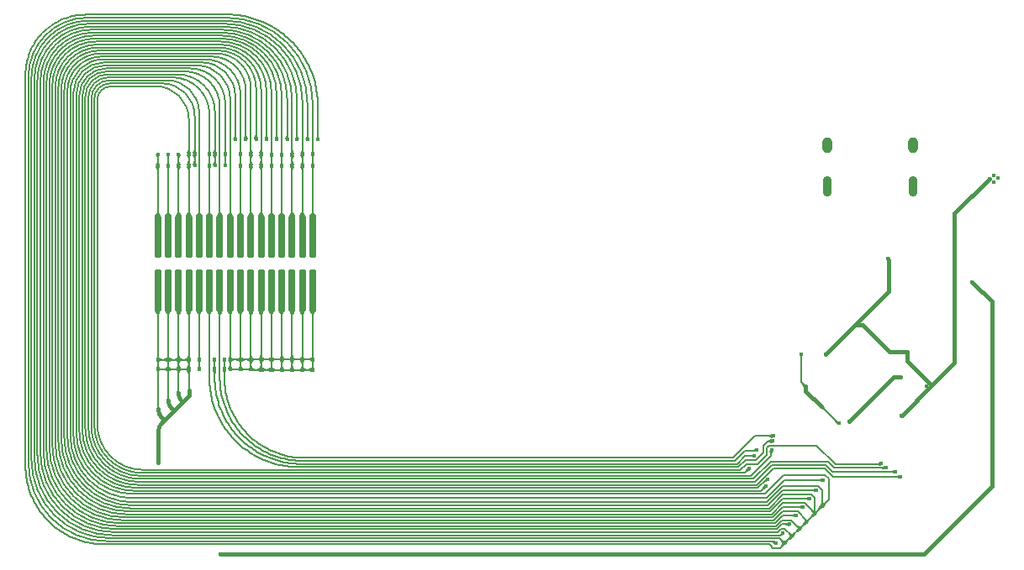
<source format=gbl>
G04 #@! TF.GenerationSoftware,KiCad,Pcbnew,9.0.3*
G04 #@! TF.CreationDate,2025-08-18T16:43:48-07:00*
G04 #@! TF.ProjectId,OneBoardFlex,4f6e6542-6f61-4726-9446-6c65782e6b69,rev?*
G04 #@! TF.SameCoordinates,Original*
G04 #@! TF.FileFunction,Copper,L2,Bot*
G04 #@! TF.FilePolarity,Positive*
%FSLAX46Y46*%
G04 Gerber Fmt 4.6, Leading zero omitted, Abs format (unit mm)*
G04 Created by KiCad (PCBNEW 9.0.3) date 2025-08-18 16:43:48*
%MOMM*%
%LPD*%
G01*
G04 APERTURE LIST*
G04 Aperture macros list*
%AMRoundRect*
0 Rectangle with rounded corners*
0 $1 Rounding radius*
0 $2 $3 $4 $5 $6 $7 $8 $9 X,Y pos of 4 corners*
0 Add a 4 corners polygon primitive as box body*
4,1,4,$2,$3,$4,$5,$6,$7,$8,$9,$2,$3,0*
0 Add four circle primitives for the rounded corners*
1,1,$1+$1,$2,$3*
1,1,$1+$1,$4,$5*
1,1,$1+$1,$6,$7*
1,1,$1+$1,$8,$9*
0 Add four rect primitives between the rounded corners*
20,1,$1+$1,$2,$3,$4,$5,0*
20,1,$1+$1,$4,$5,$6,$7,0*
20,1,$1+$1,$6,$7,$8,$9,0*
20,1,$1+$1,$8,$9,$2,$3,0*%
G04 Aperture macros list end*
G04 #@! TA.AperFunction,ComponentPad*
%ADD10O,0.900000X2.100000*%
G04 #@! TD*
G04 #@! TA.AperFunction,ComponentPad*
%ADD11O,1.000000X1.600000*%
G04 #@! TD*
G04 #@! TA.AperFunction,SMDPad,CuDef*
%ADD12RoundRect,0.097500X-0.227500X-2.027500X0.227500X-2.027500X0.227500X2.027500X-0.227500X2.027500X0*%
G04 #@! TD*
G04 #@! TA.AperFunction,ViaPad*
%ADD13C,0.400000*%
G04 #@! TD*
G04 #@! TA.AperFunction,Conductor*
%ADD14C,0.200000*%
G04 #@! TD*
G04 #@! TA.AperFunction,Conductor*
%ADD15C,0.400000*%
G04 #@! TD*
G04 #@! TA.AperFunction,Conductor*
%ADD16C,0.150000*%
G04 #@! TD*
G04 APERTURE END LIST*
D10*
X197027800Y-72683800D03*
D11*
X197027800Y-68503800D03*
D10*
X188387800Y-72683800D03*
D11*
X188387800Y-68503800D03*
D12*
X120940000Y-77730000D03*
X120940000Y-83180000D03*
X121980000Y-77730000D03*
X121980000Y-83180000D03*
X123020000Y-77730000D03*
X123020000Y-83180000D03*
X124060000Y-77730000D03*
X124060000Y-83180000D03*
X125100000Y-77730000D03*
X125100000Y-83180000D03*
X126140000Y-77730000D03*
X126140000Y-83180000D03*
X127180000Y-77730000D03*
X127180000Y-83180000D03*
X128220000Y-77730000D03*
X128220000Y-83180000D03*
X129260000Y-77730000D03*
X129260000Y-83180000D03*
X130300000Y-77730000D03*
X130300000Y-83180000D03*
X131340000Y-77730000D03*
X131340000Y-83180000D03*
X132380000Y-77730000D03*
X132380000Y-83180000D03*
X133420000Y-77730000D03*
X133420000Y-83180000D03*
X134460000Y-77730000D03*
X134460000Y-83180000D03*
X135500000Y-77730000D03*
X135500000Y-83180000D03*
X136540000Y-77730000D03*
X136540000Y-83180000D03*
D13*
X185902600Y-105029000D03*
X132380000Y-70580000D03*
X132380000Y-69480000D03*
X190525400Y-96393000D03*
X195732400Y-91871800D03*
X136540000Y-69460000D03*
X136540000Y-70580000D03*
X183183153Y-108712000D03*
X133420000Y-70580000D03*
X185216800Y-105892600D03*
X133420000Y-69500000D03*
X131340000Y-69460000D03*
X186563000Y-104165400D03*
X131340000Y-70580000D03*
X135500000Y-69430000D03*
X183881660Y-107619800D03*
X135500000Y-70580000D03*
X184556400Y-106756200D03*
X134460000Y-70580000D03*
X134460000Y-69480000D03*
X120960000Y-99620000D03*
X128740937Y-109809970D03*
X120950000Y-90180000D03*
X120950000Y-91130000D03*
X121980000Y-91130000D03*
X127254000Y-109809970D03*
X123020000Y-91130000D03*
X123020000Y-90180000D03*
X120960000Y-100520000D03*
X120960000Y-100070000D03*
X202946000Y-82321400D03*
X124070000Y-90170000D03*
X128270000Y-109809970D03*
X127762000Y-109809970D03*
X120960000Y-99160000D03*
X121980000Y-90180000D03*
X124070000Y-91140000D03*
X130300000Y-69440000D03*
X187248800Y-103301800D03*
X130300000Y-70580000D03*
X129260000Y-69440000D03*
X129260000Y-70580000D03*
X187934600Y-102336600D03*
X189534800Y-96570800D03*
X135500000Y-91230000D03*
X131880000Y-67950000D03*
X136000000Y-67960000D03*
X128210000Y-90170000D03*
X136540000Y-90140000D03*
X129790000Y-67950000D03*
X133960000Y-67950000D03*
X187756800Y-94894400D03*
X130310000Y-90150000D03*
X132390000Y-91200000D03*
X186258200Y-106527600D03*
X129270000Y-90160000D03*
X185572400Y-107213400D03*
X135500000Y-90140000D03*
X187096400Y-105689400D03*
X185724800Y-89611200D03*
X125110000Y-90170000D03*
X130840177Y-67950000D03*
X132390000Y-90140000D03*
X184810400Y-107950000D03*
X136540000Y-91200000D03*
X128220000Y-91140000D03*
X131370000Y-90140000D03*
X133430000Y-91210000D03*
X184035700Y-108699300D03*
X134440000Y-90130000D03*
X134960000Y-67960000D03*
X187807600Y-104978200D03*
X186169300Y-92875100D03*
X128730000Y-67970000D03*
X130310000Y-91160000D03*
X134440000Y-91210000D03*
X137040000Y-67960000D03*
X133430000Y-90130000D03*
X131370000Y-91190000D03*
X125110000Y-91140000D03*
X129270000Y-91150000D03*
X132890000Y-67950000D03*
X182727600Y-99314000D03*
X127651012Y-91140000D03*
X182911800Y-97866200D03*
X127651012Y-90170000D03*
X121980000Y-70580000D03*
X121980000Y-69440000D03*
X120930000Y-69440000D03*
X120940000Y-70580000D03*
X126689000Y-69440000D03*
X195173600Y-101473000D03*
X126689000Y-70580000D03*
X195707000Y-101981000D03*
X182854600Y-98374200D03*
X193776600Y-100660200D03*
X124060000Y-70580000D03*
X124060000Y-69440000D03*
X126140000Y-70580000D03*
X194259200Y-101041200D03*
X126140000Y-69440000D03*
X123020000Y-69440000D03*
X123020000Y-70580000D03*
X180517800Y-101117400D03*
X124649000Y-69440000D03*
X124649000Y-70580000D03*
X182173482Y-102889500D03*
X181247319Y-99256119D03*
X181000400Y-99879200D03*
X126650477Y-91140000D03*
X126650477Y-90170000D03*
X127729000Y-69440000D03*
X182375443Y-102213043D03*
X127729000Y-70580000D03*
X196410293Y-89382600D03*
X198348600Y-92862400D03*
X205105000Y-71577200D03*
X188214000Y-89611200D03*
X205105000Y-72288400D03*
X204673200Y-71932800D03*
X198551800Y-92430600D03*
X195808600Y-95783400D03*
X194462400Y-80010000D03*
X205511400Y-71882000D03*
X198882000Y-92786200D03*
X191897000Y-86690200D03*
D14*
X182863000Y-106062000D02*
X183896000Y-105029000D01*
X110316000Y-62481559D02*
X110316000Y-98796607D01*
X117581393Y-106062000D02*
X182863000Y-106062000D01*
X127247697Y-58076943D02*
X114720616Y-58076943D01*
X132380000Y-77730000D02*
X132380000Y-70580000D01*
X132380000Y-69480000D02*
X132380000Y-63209246D01*
X132380000Y-70580000D02*
X132380000Y-69480000D01*
X183896000Y-105029000D02*
X185902600Y-105029000D01*
X132380000Y-63209246D02*
G75*
G03*
X127247697Y-58076950I-5132300J-4D01*
G01*
X110316000Y-98796607D02*
G75*
G03*
X117581393Y-106062000I7265400J7D01*
G01*
X114720616Y-58076943D02*
G75*
G03*
X110315943Y-62481559I-16J-4404657D01*
G01*
D15*
X195046600Y-91871800D02*
X195732400Y-91871800D01*
X190525400Y-96393000D02*
X195046600Y-91871800D01*
D14*
X115794409Y-108470000D02*
X182941153Y-108470000D01*
X136540000Y-77730000D02*
X136540000Y-70580000D01*
X182941153Y-108470000D02*
X183183153Y-108712000D01*
X127834220Y-55668943D02*
X113848070Y-55668943D01*
X107908000Y-61609013D02*
X107908000Y-100583591D01*
X136540000Y-70580000D02*
X136540000Y-69460000D01*
X136540000Y-69460000D02*
X136540000Y-64374723D01*
X127834220Y-55668943D02*
G75*
G02*
X136539957Y-64374723I-20J-8705757D01*
G01*
X115794409Y-108470000D02*
G75*
G02*
X107908000Y-100583591I-9J7886400D01*
G01*
X113848070Y-55668943D02*
G75*
G03*
X107908043Y-61609013I30J-5940057D01*
G01*
X109714000Y-62280032D02*
X109714000Y-99184003D01*
X133420000Y-69500000D02*
X133420000Y-63572853D01*
X133420000Y-77730000D02*
X133420000Y-70580000D01*
X133420000Y-70580000D02*
X133420000Y-69500000D01*
X127322090Y-57474943D02*
X114519089Y-57474943D01*
X183073800Y-106664000D02*
X183845200Y-105892600D01*
X183845200Y-105892600D02*
X185216800Y-105892600D01*
X117193997Y-106664000D02*
X183073800Y-106664000D01*
X109714000Y-99184003D02*
G75*
G03*
X117193997Y-106664000I7480000J3D01*
G01*
X133420000Y-63572853D02*
G75*
G03*
X127322090Y-57474940I-6097910J3D01*
G01*
X114519089Y-57474943D02*
G75*
G03*
X109714043Y-62280032I11J-4805057D01*
G01*
X182601400Y-105460000D02*
X117996817Y-105460000D01*
X110918000Y-98381183D02*
X110918000Y-62747313D01*
X186563000Y-104165400D02*
X183896000Y-104165400D01*
X183896000Y-104165400D02*
X182601400Y-105460000D01*
X131340000Y-70580000D02*
X131340000Y-69460000D01*
X131340000Y-77730000D02*
X131340000Y-70580000D01*
X131340000Y-62967474D02*
X131340000Y-69460000D01*
X114986370Y-58678943D02*
X127051469Y-58678943D01*
X117996817Y-105460000D02*
G75*
G02*
X110918000Y-98381183I-17J7078800D01*
G01*
X127051469Y-58678943D02*
G75*
G02*
X131340057Y-62967474I31J-4288557D01*
G01*
X110918000Y-62747313D02*
G75*
G02*
X114986370Y-58678900I4068400J13D01*
G01*
X114057065Y-56270943D02*
X127602922Y-56270943D01*
X116358751Y-107870000D02*
X183631460Y-107870000D01*
X135500000Y-77730000D02*
X135500000Y-70580000D01*
X183631460Y-107870000D02*
X183881660Y-107619800D01*
X108510000Y-100021249D02*
X108510000Y-61818008D01*
X135500000Y-70580000D02*
X135500000Y-69430000D01*
X135500000Y-64168021D02*
X135500000Y-69430000D01*
X127602922Y-56270943D02*
G75*
G02*
X135499957Y-64168021I-22J-7897057D01*
G01*
X108510000Y-61818008D02*
G75*
G02*
X114057065Y-56270900I5547100J8D01*
G01*
X116358751Y-107870000D02*
G75*
G02*
X108510000Y-100021249I-1J7848750D01*
G01*
X183769000Y-106756200D02*
X184556400Y-106756200D01*
X127373056Y-56872943D02*
X114314654Y-56872943D01*
X134460000Y-70580000D02*
X134460000Y-69480000D01*
X109112000Y-62075597D02*
X109112000Y-99570464D01*
X116807536Y-107266000D02*
X183259200Y-107266000D01*
X183259200Y-107266000D02*
X183769000Y-106756200D01*
X134460000Y-77730000D02*
X134460000Y-70580000D01*
X134460000Y-69480000D02*
X134460000Y-63959887D01*
X109112000Y-99570464D02*
G75*
G03*
X116807536Y-107266000I7695530J-6D01*
G01*
X114314654Y-56872943D02*
G75*
G03*
X109112043Y-62075597I46J-5202657D01*
G01*
X134460000Y-63959887D02*
G75*
G03*
X127373056Y-56873000I-7086900J-13D01*
G01*
X121980000Y-91130000D02*
X121980000Y-93979879D01*
X123020000Y-83180000D02*
X123020000Y-89570000D01*
X121980000Y-90180000D02*
X121980000Y-91130000D01*
X124060000Y-89380000D02*
X124060000Y-90820000D01*
D15*
X121414387Y-96453013D02*
X121588700Y-96278700D01*
X123408700Y-94458700D02*
X124070000Y-93797400D01*
D14*
X123020000Y-91130000D02*
X121980000Y-91130000D01*
X123020000Y-89570000D02*
X123020000Y-90690000D01*
X120940000Y-90170000D02*
X120950000Y-90180000D01*
X120940000Y-83180000D02*
X120940000Y-90170000D01*
D15*
X124070000Y-93797400D02*
X124070000Y-93250000D01*
X128740937Y-109809970D02*
X198063430Y-109809970D01*
D14*
X124060000Y-89380000D02*
X124060000Y-90160000D01*
X121980000Y-90180000D02*
X120950000Y-90180000D01*
D15*
X120991479Y-95160000D02*
X120991479Y-95202215D01*
X204952600Y-102920800D02*
X204952600Y-84328000D01*
D14*
X123020000Y-90180000D02*
X121980000Y-90180000D01*
X124060000Y-90820000D02*
X124060000Y-90180000D01*
X123020000Y-89570000D02*
X123020000Y-90180000D01*
X123020000Y-90180000D02*
X124045858Y-90180000D01*
X124060000Y-90180000D02*
X124070000Y-90170000D01*
D15*
X121588700Y-96278700D02*
X121360220Y-96050220D01*
X120960000Y-99160000D02*
X120960000Y-100520000D01*
X120960000Y-97550000D02*
X120960000Y-99160000D01*
D14*
X121980000Y-91130000D02*
X120950000Y-91130000D01*
X124060000Y-83180000D02*
X124060000Y-89380000D01*
X123020000Y-90690000D02*
X123020000Y-90180000D01*
X124060000Y-90820000D02*
X124060000Y-91130000D01*
X123020000Y-90690000D02*
X123020000Y-91130000D01*
D15*
X204952600Y-84328000D02*
X202946000Y-82321400D01*
D14*
X120950000Y-91130000D02*
X120950000Y-94736742D01*
X121980000Y-83180000D02*
X121980000Y-90180000D01*
X124060000Y-90160000D02*
X124070000Y-90170000D01*
D15*
X128740937Y-109809970D02*
X127254000Y-109809970D01*
X122538700Y-95328700D02*
X122367035Y-95157035D01*
X122538700Y-95328700D02*
X123408700Y-94458700D01*
D14*
X120950000Y-91130000D02*
X120950000Y-90180000D01*
X123020000Y-91130000D02*
X123020000Y-93520295D01*
D15*
X122538700Y-95328700D02*
X121588700Y-96278700D01*
X198063430Y-109809970D02*
X204952600Y-102920800D01*
D14*
X124060000Y-91130000D02*
X124070000Y-91140000D01*
X124070000Y-91140000D02*
X124070000Y-93250000D01*
X124045858Y-91130000D02*
X123020000Y-91130000D01*
X124045858Y-90180000D02*
G75*
G03*
X124070012Y-90170012I42J34100D01*
G01*
D15*
X123408700Y-94458700D02*
G75*
G02*
X123020002Y-93520295I938400J938400D01*
G01*
D14*
X121980000Y-93979879D02*
G75*
G03*
X122538694Y-95328706I1907500J-21D01*
G01*
D15*
X122367035Y-95157035D02*
G75*
G02*
X122003764Y-94280000I877065J877035D01*
G01*
D14*
X124070000Y-91140000D02*
G75*
G03*
X124045858Y-91130017I-24100J-24100D01*
G01*
X120950000Y-94736742D02*
G75*
G03*
X121588712Y-96278688I2180700J42D01*
G01*
D15*
X121360220Y-96050220D02*
G75*
G02*
X120991467Y-95160000I890180J890220D01*
G01*
X120960000Y-97550000D02*
G75*
G02*
X121414382Y-96453008I1551400J0D01*
G01*
D14*
X130300000Y-69440000D02*
X130300000Y-62768960D01*
X187198000Y-103352600D02*
X187248800Y-103301800D01*
X130300000Y-77730000D02*
X130300000Y-70540000D01*
X111520000Y-62976393D02*
X111520000Y-98040619D01*
X130300000Y-70540000D02*
X130300000Y-69440000D01*
X183845200Y-103352600D02*
X187198000Y-103352600D01*
X126811983Y-59280943D02*
X115215450Y-59280943D01*
X118336381Y-104857000D02*
X182340800Y-104857000D01*
X182340800Y-104857000D02*
X183845200Y-103352600D01*
X115215450Y-59280943D02*
G75*
G03*
X111519943Y-62976393I-50J-3695457D01*
G01*
X130300000Y-62768960D02*
G75*
G03*
X126811983Y-59281000I-3488000J-40D01*
G01*
X111520000Y-98040619D02*
G75*
G03*
X118336381Y-104857000I6816400J19D01*
G01*
X184048400Y-102336600D02*
X187934600Y-102336600D01*
X112130000Y-63162512D02*
X112130000Y-97824175D01*
X129260000Y-69440000D02*
X129260000Y-70580000D01*
X129260000Y-77730000D02*
X129260000Y-70580000D01*
X182255000Y-104130000D02*
X184048400Y-102336600D01*
X129260000Y-69440000D02*
X129260000Y-63404643D01*
X118435825Y-104130000D02*
X182255000Y-104130000D01*
X125738300Y-59882943D02*
X115409569Y-59882943D01*
X112130000Y-97824175D02*
G75*
G03*
X118435825Y-104130000I6305800J-25D01*
G01*
X115409569Y-59882943D02*
G75*
G03*
X112130043Y-63162512I31J-3279557D01*
G01*
X129260000Y-63404643D02*
G75*
G03*
X125738300Y-59882900I-3521700J43D01*
G01*
X182874200Y-109138000D02*
X183597000Y-109138000D01*
X108207066Y-103903081D02*
X108305500Y-104130547D01*
X113176283Y-108424720D02*
X113414293Y-108493868D01*
X107723665Y-60277653D02*
X107684999Y-60491964D01*
X130973928Y-55891624D02*
X130718083Y-55805129D01*
D16*
X185572400Y-107205100D02*
X185572400Y-107213400D01*
X134960000Y-67960000D02*
X134960000Y-64027350D01*
D14*
X110959565Y-107338762D02*
X111164558Y-107478074D01*
X107953941Y-59438278D02*
X107885168Y-59644904D01*
X135704712Y-59730283D02*
X135560542Y-59501913D01*
X130300000Y-90160000D02*
X130310000Y-90150000D01*
X130459788Y-55726254D02*
X130199270Y-55655067D01*
X134177683Y-57848364D02*
X133978417Y-57666072D01*
X108305500Y-104130547D02*
X108411029Y-104354809D01*
X114384498Y-108694788D02*
X114630395Y-108725852D01*
X131340000Y-89520000D02*
X131340000Y-90130000D01*
X185724800Y-92430600D02*
X185724800Y-89611200D01*
X110317648Y-56395523D02*
X110138766Y-56519722D01*
D16*
X127330038Y-57775943D02*
X114637990Y-57775943D01*
D14*
X128426661Y-55372061D02*
X127712214Y-55361022D01*
X136516317Y-61434015D02*
X136422278Y-61180847D01*
X135500000Y-91230000D02*
X134488284Y-91230000D01*
X110500849Y-56277788D02*
X110317648Y-56395523D01*
X129790000Y-67950000D02*
X129790000Y-63019905D01*
X182702200Y-108966000D02*
X182874200Y-109138000D01*
X127705076Y-55367943D02*
X113976572Y-55367943D01*
X115124507Y-108764740D02*
X115372236Y-108772525D01*
X131227096Y-55985663D02*
X130973928Y-55891624D01*
X108901926Y-105215442D02*
X109041238Y-105420435D01*
D16*
X184079200Y-107218800D02*
X184810400Y-107950000D01*
D14*
X184810400Y-107950000D02*
X184835800Y-107950000D01*
X137015508Y-63805564D02*
X136991527Y-63536561D01*
D16*
X187096400Y-105655700D02*
X187096400Y-105689400D01*
D14*
X133420000Y-83180000D02*
X133420000Y-90120000D01*
D16*
X183715560Y-107218800D02*
X184079200Y-107218800D01*
D14*
X135560542Y-59501913D02*
X135409669Y-59277916D01*
X136320778Y-60930576D02*
X136211907Y-60683423D01*
X182507278Y-108771078D02*
X182702200Y-108966000D01*
X131340000Y-90770000D02*
X131340000Y-91160000D01*
X130300000Y-89460000D02*
X130300000Y-90140000D01*
X107612844Y-101178623D02*
X107615260Y-101255493D01*
D16*
X183779677Y-106355200D02*
X184722500Y-106355200D01*
D14*
X129270000Y-91150000D02*
X129270000Y-90160000D01*
X132906029Y-56847400D02*
X132677659Y-56703230D01*
X107685212Y-101995502D02*
X107723984Y-102240301D01*
X108115826Y-103672635D02*
X108207066Y-103903081D01*
X127712214Y-55361022D02*
X127705076Y-55367943D01*
X136681687Y-61948154D02*
X136602812Y-61689859D01*
X112516709Y-55484654D02*
X112303915Y-55530944D01*
X135500000Y-89230000D02*
X135500000Y-91220000D01*
D16*
X110617000Y-62638439D02*
X110617000Y-98587324D01*
D14*
X136095760Y-60439604D02*
X135972438Y-60199335D01*
X107955280Y-103203717D02*
X108031870Y-103439437D01*
X129260000Y-90150000D02*
X129270000Y-90160000D01*
X132208608Y-56435504D02*
X131968339Y-56312182D01*
X110879269Y-56062301D02*
X110688135Y-56166667D01*
X135972438Y-60199335D02*
X135842050Y-59962825D01*
X129270000Y-90160000D02*
X130285858Y-90160000D01*
X137031507Y-64075159D02*
X137015508Y-63805564D01*
X107824494Y-102725643D02*
X107886132Y-102965707D01*
X129139556Y-55448355D02*
X128871382Y-55416413D01*
X114139699Y-108656016D02*
X114384498Y-108694788D01*
X184035700Y-108699300D02*
X184061100Y-108699300D01*
X134460000Y-90790000D02*
X134460000Y-91190000D01*
D16*
X127342951Y-57173943D02*
X114440754Y-57173943D01*
D14*
X107599602Y-61729811D02*
X107607000Y-61737501D01*
X130310000Y-90150000D02*
X130310000Y-91160000D01*
X109470898Y-57077870D02*
X109316910Y-57231857D01*
X110186321Y-106719276D02*
X110372237Y-106883183D01*
X136816310Y-62471187D02*
X136752874Y-62208673D01*
X185572400Y-107213400D02*
X186258200Y-106527600D01*
X189433200Y-96570800D02*
X189534800Y-96570800D01*
X107654006Y-60707518D02*
X107630726Y-60924041D01*
X108634554Y-58078600D02*
X108516818Y-58261800D01*
X134460000Y-89410000D02*
X134460000Y-90790000D01*
X111883959Y-55646151D02*
X111677332Y-55714922D01*
D16*
X187833000Y-104952800D02*
X187807600Y-104978200D01*
D14*
X134741870Y-58429525D02*
X134559578Y-58230259D01*
X109316910Y-57231857D02*
X109168516Y-57391241D01*
X110688135Y-56166667D02*
X110500849Y-56277788D01*
X107769957Y-60064860D02*
X107723665Y-60277653D01*
X134440000Y-90130000D02*
X135475858Y-90130000D01*
X130300000Y-90140000D02*
X130310000Y-90150000D01*
X130300000Y-89460000D02*
X130300000Y-90820000D01*
X131370000Y-91190000D02*
X131370000Y-90140000D01*
X134460000Y-91190000D02*
X134440000Y-91210000D01*
X129260000Y-83180000D02*
X129260000Y-89460000D01*
X108516818Y-58261800D02*
X108405695Y-58449086D01*
X112249453Y-108074500D02*
X112476919Y-108172934D01*
X132380000Y-90140000D02*
X132380000Y-83180000D01*
X129936756Y-55591631D02*
X129672477Y-55536003D01*
X136871938Y-62735466D02*
X136816310Y-62471187D01*
D16*
X183169877Y-106965000D02*
X183779677Y-106355200D01*
X132890000Y-67915778D02*
X132889990Y-63335883D01*
D14*
X129260000Y-90770000D02*
X129260000Y-90170000D01*
D16*
X118497243Y-104556000D02*
X182251478Y-104556000D01*
D14*
X131340000Y-90770000D02*
X131340000Y-90150000D01*
X109025906Y-57555821D02*
X108889261Y-57725386D01*
D16*
X110015000Y-62398933D02*
X110015000Y-98945203D01*
D14*
X112092909Y-55584799D02*
X111883959Y-55646151D01*
X128234142Y-90160000D02*
X129270000Y-90160000D01*
X132677659Y-56703230D02*
X132445117Y-56565891D01*
X107885168Y-59644904D02*
X107823814Y-59853854D01*
D16*
X187833000Y-103318900D02*
X187833000Y-104952800D01*
X117790676Y-105761000D02*
X182757600Y-105761000D01*
D14*
X113976572Y-55367943D02*
X113968894Y-55360556D01*
D16*
X127504593Y-56571943D02*
X114201925Y-56571943D01*
D14*
X129260000Y-89460000D02*
X129260000Y-90770000D01*
X136540000Y-90560000D02*
X136540000Y-90720000D01*
X115086627Y-58979943D02*
X126978489Y-58979943D01*
X133430000Y-90130000D02*
X134440000Y-90130000D01*
X108411029Y-104354809D02*
X108523551Y-104575646D01*
X109964431Y-56650226D02*
X109794865Y-56786869D01*
X131340000Y-90130000D02*
X131350000Y-90140000D01*
X135510000Y-90150000D02*
X135500000Y-90140000D01*
X133978417Y-57666072D02*
X133773836Y-57489764D01*
X109186921Y-105620950D02*
X109338831Y-105816791D01*
X131370000Y-90140000D02*
X132390000Y-90140000D01*
X111219000Y-98210581D02*
X111219000Y-62847570D01*
D16*
X117006730Y-106965000D02*
X183169877Y-106965000D01*
D14*
X107607000Y-100454665D02*
X107599920Y-100461986D01*
X108758755Y-57899719D02*
X108634554Y-58078600D01*
X112025191Y-107968971D02*
X112249453Y-108074500D01*
X184835800Y-107950000D02*
X185572400Y-107213400D01*
D15*
X186169300Y-93306900D02*
X187756800Y-94894400D01*
D14*
X109660724Y-106193679D02*
X109830389Y-106374354D01*
D16*
X182757600Y-105761000D02*
X183890600Y-104628000D01*
D14*
X187756800Y-94894400D02*
X189433200Y-96570800D01*
X188518800Y-102158800D02*
X188518800Y-104267000D01*
X131340000Y-90150000D02*
X131350000Y-90140000D01*
X107630823Y-101502855D02*
X107654148Y-101749605D01*
X137040000Y-67960000D02*
X137040000Y-64480145D01*
X112731020Y-55445989D02*
X112516709Y-55484654D01*
X111373825Y-107610879D02*
X111587161Y-107737046D01*
X135842050Y-59962825D02*
X135704712Y-59730283D01*
X113354276Y-55372411D02*
X113289384Y-55382689D01*
X135500000Y-89230000D02*
X135500000Y-90140000D01*
X135252224Y-59058488D02*
X135088345Y-58843822D01*
X134559578Y-58230259D02*
X134371460Y-58036482D01*
X135409669Y-59277916D02*
X135252224Y-59058488D01*
X136211907Y-60683423D02*
X136095760Y-60439604D01*
D16*
X183839800Y-105491600D02*
X185382900Y-105491600D01*
D14*
X115498083Y-108771078D02*
X182507278Y-108771078D01*
D16*
X183906678Y-102900800D02*
X187414900Y-102900800D01*
D14*
X131340000Y-91160000D02*
X131370000Y-91190000D01*
D16*
X183890600Y-104628000D02*
X186068700Y-104628000D01*
X108209000Y-61713223D02*
X108209000Y-100262152D01*
D14*
X109168516Y-57391241D02*
X109025906Y-57555821D01*
X108030045Y-59234238D02*
X107953941Y-59438278D01*
X111804354Y-107856449D02*
X112025191Y-107968971D01*
X131340000Y-83180000D02*
X131340000Y-89520000D01*
X107610878Y-101116041D02*
X107611805Y-101171394D01*
X112303915Y-55530944D02*
X112092909Y-55584799D01*
X107607004Y-100884808D02*
X107607475Y-101007764D01*
X136959585Y-63268387D02*
X136919711Y-63001277D01*
X133430000Y-91210000D02*
X132414142Y-91210000D01*
X128602379Y-55392432D02*
X128564166Y-55390164D01*
X130300000Y-90820000D02*
X130300000Y-91150000D01*
X129260000Y-91140000D02*
X129270000Y-91150000D01*
D16*
X136000000Y-67960000D02*
X136000000Y-64295834D01*
D14*
X107599920Y-100461986D02*
X107607004Y-100884808D01*
D16*
X186068700Y-104628000D02*
X187096400Y-105655700D01*
X187096400Y-104131700D02*
X187096400Y-105689400D01*
D14*
X114877145Y-108749177D02*
X115124507Y-108764740D01*
X131340000Y-89520000D02*
X131340000Y-90770000D01*
X125110000Y-90170000D02*
X125110000Y-91150000D01*
X107630726Y-60924041D02*
X107621618Y-61051382D01*
X187096400Y-105689400D02*
X187807600Y-104978200D01*
X132390000Y-90140000D02*
X133405858Y-90140000D01*
X137039510Y-64345110D02*
X137031507Y-64075159D01*
X112476919Y-108172934D02*
X112707365Y-108264174D01*
X126352038Y-59581943D02*
X115328218Y-59581943D01*
X186169300Y-92875100D02*
X185724800Y-92430600D01*
X107607000Y-61737501D02*
X107607000Y-100454665D01*
D16*
X133960000Y-67950000D02*
X133960000Y-63790992D01*
D14*
X136602812Y-61689859D02*
X136516317Y-61434015D01*
X125100000Y-83180000D02*
X125100000Y-90150000D01*
X136919711Y-63001277D02*
X136871938Y-62735466D01*
D16*
X116594784Y-107567000D02*
X183367360Y-107567000D01*
D14*
X188137800Y-101777800D02*
X188518800Y-102158800D01*
X108203849Y-58834954D02*
X108113383Y-59033045D01*
X134440000Y-91210000D02*
X133430000Y-91210000D01*
X125374431Y-60183943D02*
X115513017Y-60183943D01*
D16*
X183890600Y-103764400D02*
X186729100Y-103764400D01*
D14*
X184061100Y-108699300D02*
X184810400Y-107950000D01*
X111829000Y-63081161D02*
X111829000Y-97887757D01*
X136540000Y-90140000D02*
X136540000Y-90560000D01*
X131477367Y-56087163D02*
X131227096Y-55985663D01*
X135500000Y-83180000D02*
X135500000Y-89230000D01*
X129672477Y-55536003D02*
X129406666Y-55488230D01*
X128220000Y-91140000D02*
X128220000Y-90180000D01*
X128564166Y-55390164D02*
X128426661Y-55372061D01*
X129260000Y-89460000D02*
X129260000Y-90150000D01*
X109630284Y-56929478D02*
X109470898Y-57077870D01*
X135500000Y-90140000D02*
X136540000Y-90140000D01*
X132445117Y-56565891D02*
X132208608Y-56435504D01*
X118438894Y-103700000D02*
X182050000Y-103700000D01*
D16*
X186729100Y-103764400D02*
X187096400Y-104131700D01*
D14*
X183972200Y-101777800D02*
X188137800Y-101777800D01*
X136540000Y-90140000D02*
X136540000Y-83180000D01*
X133420000Y-90120000D02*
X133430000Y-90130000D01*
D16*
X183367360Y-107567000D02*
X183715560Y-107218800D01*
D14*
X130310000Y-90150000D02*
X131345858Y-90150000D01*
X107823814Y-59853854D02*
X107769957Y-60064860D01*
X135500000Y-90140000D02*
X135500000Y-91230000D01*
X131370000Y-91190000D02*
X130382426Y-91190000D01*
X108113383Y-59033045D02*
X108030045Y-59234238D01*
X125100000Y-90150000D02*
X125110000Y-90160000D01*
X109338831Y-105816791D02*
X109496817Y-106007763D01*
X137040000Y-64480145D02*
X137039510Y-64345110D01*
D16*
X118166419Y-105158000D02*
X182497000Y-105158000D01*
D14*
X108405695Y-58449086D02*
X108301328Y-58640218D01*
X109794865Y-56786869D02*
X109630284Y-56929478D01*
X110138766Y-56519722D02*
X109964431Y-56650226D01*
D16*
X183506400Y-108170000D02*
X184035700Y-108699300D01*
X127674109Y-55969943D02*
X113952280Y-55969943D01*
D14*
X113654357Y-108555506D02*
X113896238Y-108609573D01*
X134460000Y-89410000D02*
X134460000Y-90120000D01*
X111272097Y-55874360D02*
X111074005Y-55964824D01*
X134450000Y-90780000D02*
X134460000Y-90790000D01*
X136991527Y-63536561D02*
X136959585Y-63268387D01*
X130300000Y-91150000D02*
X130310000Y-91160000D01*
X110005646Y-106549611D02*
X110186321Y-106719276D01*
X136540000Y-91200000D02*
X136540000Y-90560000D01*
X133564121Y-57319597D02*
X133349455Y-57155718D01*
X111587161Y-107737046D02*
X111804354Y-107856449D01*
D16*
X127164935Y-58377943D02*
X114877496Y-58377943D01*
X185382900Y-105491600D02*
X186258200Y-106366900D01*
D14*
X130718083Y-55805129D02*
X130459788Y-55726254D01*
X132390000Y-91200000D02*
X131394142Y-91200000D01*
X115372236Y-108772525D02*
X115496161Y-108773000D01*
X107615260Y-101255493D02*
X107630823Y-101502855D01*
X135500000Y-91220000D02*
X135510000Y-91230000D01*
X129406666Y-55488230D02*
X129139556Y-55448355D01*
D16*
X131880000Y-67950000D02*
X131880000Y-63093008D01*
D14*
X112707365Y-108264174D02*
X112940563Y-108348130D01*
X128220000Y-90160000D02*
X128210000Y-90170000D01*
X107770427Y-102483762D02*
X107824494Y-102725643D01*
X130310000Y-91160000D02*
X129294142Y-91160000D01*
D16*
X186258200Y-106366900D02*
X186258200Y-106527600D01*
D14*
X131724520Y-56196034D02*
X131477367Y-56087163D01*
D16*
X182251478Y-104556000D02*
X183906678Y-102900800D01*
D14*
X112946574Y-55414998D02*
X112731020Y-55445989D01*
D16*
X132890000Y-67950000D02*
X132890000Y-67915778D01*
X182497000Y-105158000D02*
X183890600Y-103764400D01*
D14*
X130840177Y-67950000D02*
X130840177Y-62841631D01*
X108523551Y-104575646D02*
X108642954Y-104792839D01*
D16*
X117432797Y-106363000D02*
X182968400Y-106363000D01*
D14*
X109496817Y-106007763D02*
X109660724Y-106193679D01*
X107607475Y-101007764D02*
X107610878Y-101116041D01*
X108642954Y-104792839D02*
X108769121Y-105006175D01*
X129270000Y-91150000D02*
X128244142Y-91150000D01*
X129260000Y-90770000D02*
X129260000Y-91140000D01*
X108889261Y-57725386D02*
X108758755Y-57899719D01*
X128730000Y-67970000D02*
X128730000Y-63539512D01*
X112431000Y-63265960D02*
X112431000Y-97692106D01*
X111074005Y-55964824D02*
X110879269Y-56062301D01*
X136422278Y-61180847D02*
X136320778Y-60930576D01*
X130199270Y-55655067D02*
X129936756Y-55591631D01*
D16*
X187414900Y-102900800D02*
X187833000Y-103318900D01*
D14*
X182050000Y-103700000D02*
X183972200Y-101777800D01*
X107886132Y-102965707D02*
X107955280Y-103203717D01*
X136540000Y-91200000D02*
X135572426Y-91200000D01*
X110372237Y-106883183D02*
X110563209Y-107041169D01*
X114630395Y-108725852D02*
X114877145Y-108749177D01*
X134450000Y-90130000D02*
X134450000Y-90780000D01*
X107654148Y-101749605D02*
X107685212Y-101995502D01*
X133130027Y-56998273D02*
X132906029Y-56847400D01*
X107611805Y-101171394D02*
X107612844Y-101178623D01*
X134371460Y-58036482D02*
X134177683Y-57848364D01*
D16*
X109413000Y-62201697D02*
X109413000Y-99371270D01*
D14*
X136752874Y-62208673D02*
X136681687Y-61948154D01*
X129260000Y-90170000D02*
X129270000Y-90160000D01*
X111677332Y-55714922D02*
X111473291Y-55791024D01*
X112940563Y-108348130D02*
X113176283Y-108424720D01*
X107723984Y-102240301D02*
X107770427Y-102483762D01*
X115496161Y-108773000D02*
X115498083Y-108771078D01*
X133349455Y-57155718D02*
X133130027Y-56998273D01*
D16*
X182968400Y-106363000D02*
X183839800Y-105491600D01*
D14*
X130300000Y-90820000D02*
X130300000Y-90160000D01*
D16*
X116117210Y-108170000D02*
X183506400Y-108170000D01*
X108811000Y-61962868D02*
X108811000Y-99783216D01*
D14*
X134460000Y-83180000D02*
X134460000Y-89410000D01*
X111473291Y-55791024D02*
X111272097Y-55874360D01*
X134460000Y-90120000D02*
X134450000Y-90130000D01*
X110759050Y-107193079D02*
X110959565Y-107338762D01*
X188518800Y-104267000D02*
X187807600Y-104978200D01*
X113414293Y-108493868D02*
X113654357Y-108555506D01*
X109830389Y-106374354D02*
X110005646Y-106549611D01*
X113289384Y-55382689D02*
X113163098Y-55391721D01*
X113163098Y-55391721D02*
X112946574Y-55414998D01*
X133430000Y-91210000D02*
X133430000Y-90130000D01*
X128220000Y-83180000D02*
X128220000Y-90160000D01*
X108031870Y-103439437D02*
X108115826Y-103672635D01*
X133773836Y-57489764D02*
X133564121Y-57319597D01*
X107611509Y-61115206D02*
X107599602Y-61729811D01*
X131968339Y-56312182D02*
X131724520Y-56196034D01*
X111164558Y-107478074D02*
X111373825Y-107610879D01*
X134918178Y-58634106D02*
X134741870Y-58429525D01*
D16*
X184722500Y-106355200D02*
X185572400Y-107205100D01*
D14*
X128220000Y-90180000D02*
X128210000Y-90170000D01*
X108769121Y-105006175D02*
X108901926Y-105215442D01*
X107684999Y-60491964D02*
X107654006Y-60707518D01*
X110563209Y-107041169D02*
X110759050Y-107193079D01*
X108301328Y-58640218D02*
X108203849Y-58834954D01*
D15*
X186169300Y-92875100D02*
X186169300Y-93306900D01*
D14*
X132380000Y-91175858D02*
X132380000Y-90140000D01*
X183597000Y-109138000D02*
X184035700Y-108699300D01*
X130300000Y-83180000D02*
X130300000Y-89460000D01*
X186258200Y-106527600D02*
X187096400Y-105689400D01*
X113896238Y-108609573D02*
X114139699Y-108656016D01*
X109041238Y-105420435D02*
X109186921Y-105620950D01*
X128871382Y-55416413D02*
X128602379Y-55392432D01*
X107621618Y-61051382D02*
X107611509Y-61115206D01*
X113968894Y-55360556D02*
X113354276Y-55372411D01*
X135088345Y-58843822D02*
X134918178Y-58634106D01*
X131345858Y-90150000D02*
G75*
G03*
X131370012Y-90140012I42J34100D01*
G01*
X115513017Y-60183943D02*
G75*
G03*
X112430943Y-63265960I-17J-3082057D01*
G01*
D16*
X132889990Y-63335883D02*
G75*
G03*
X127330038Y-57775910I-5559990J-17D01*
G01*
X110015000Y-98945203D02*
G75*
G03*
X117432797Y-106363000I7417800J3D01*
G01*
X114440754Y-57173943D02*
G75*
G03*
X109413043Y-62201697I46J-5027757D01*
G01*
X131880000Y-63093008D02*
G75*
G03*
X127164935Y-58377900I-4715100J8D01*
G01*
X113952280Y-55969943D02*
G75*
G03*
X108209043Y-61713223I20J-5743257D01*
G01*
D14*
X130382426Y-91190000D02*
G75*
G02*
X130309992Y-91160008I-26J102400D01*
G01*
X135475858Y-90130000D02*
G75*
G02*
X135500012Y-90139988I42J-34100D01*
G01*
D16*
X114201925Y-56571943D02*
G75*
G03*
X108810943Y-61962868I-25J-5390957D01*
G01*
X114877496Y-58377943D02*
G75*
G03*
X110617043Y-62638439I4J-4260457D01*
G01*
D14*
X131394142Y-91200000D02*
G75*
G02*
X131369988Y-91190012I-42J34100D01*
G01*
D16*
X110617000Y-98587324D02*
G75*
G03*
X117790676Y-105761000I7173680J4D01*
G01*
D14*
X118166419Y-105158000D02*
G75*
G02*
X111219000Y-98210581I-19J6947400D01*
G01*
X112431000Y-97692106D02*
G75*
G03*
X118438894Y-103700000I6007900J6D01*
G01*
X115328218Y-59581943D02*
G75*
G03*
X111828943Y-63081161I-18J-3499257D01*
G01*
D16*
X108209000Y-100262152D02*
G75*
G03*
X116117210Y-108170000I7907850J2D01*
G01*
D14*
X128730000Y-63539512D02*
G75*
G03*
X125374431Y-60183900I-3355600J12D01*
G01*
D16*
X109413000Y-99371270D02*
G75*
G03*
X117006730Y-106965000I7593730J0D01*
G01*
X108811000Y-99783216D02*
G75*
G03*
X116594784Y-107567000I7783800J16D01*
G01*
X134960000Y-64027350D02*
G75*
G03*
X127504593Y-56571940I-7455410J0D01*
G01*
D14*
X134488284Y-91230000D02*
G75*
G02*
X134440005Y-91209995I16J68300D01*
G01*
X133405858Y-90140000D02*
G75*
G03*
X133430012Y-90130012I42J34100D01*
G01*
D16*
X136000000Y-64295834D02*
G75*
G03*
X127674109Y-55969940I-8325890J4D01*
G01*
X133960000Y-63790992D02*
G75*
G03*
X127342951Y-57174000I-6617000J-8D01*
G01*
D14*
X129294142Y-91160000D02*
G75*
G02*
X129269988Y-91150012I-42J34100D01*
G01*
X129790000Y-63019905D02*
G75*
G03*
X126352038Y-59581900I-3438000J5D01*
G01*
X130285858Y-90160000D02*
G75*
G03*
X130310012Y-90150012I42J34100D01*
G01*
X135572426Y-91200000D02*
G75*
G03*
X135499992Y-91229992I-26J-102400D01*
G01*
D16*
X114637990Y-57775943D02*
G75*
G03*
X110015043Y-62398933I10J-4622957D01*
G01*
D14*
X128210000Y-90170000D02*
G75*
G02*
X128234142Y-90160017I24100J-24100D01*
G01*
X111829000Y-97887757D02*
G75*
G03*
X118497243Y-104556000I6668240J-3D01*
G01*
X111219000Y-62847570D02*
G75*
G02*
X115086627Y-58980000I3867600J-30D01*
G01*
X132414142Y-91210000D02*
G75*
G02*
X132389988Y-91200012I-42J34100D01*
G01*
X132390000Y-91200000D02*
G75*
G02*
X132380017Y-91175858I24100J24100D01*
G01*
X126978489Y-58979943D02*
G75*
G02*
X130840157Y-62841631I11J-3861657D01*
G01*
X128244142Y-91150000D02*
G75*
G02*
X128219988Y-91140012I-42J34100D01*
G01*
X182702200Y-99847400D02*
X180658600Y-101891000D01*
X182702200Y-99339400D02*
X182702200Y-99847400D01*
X182727600Y-99314000D02*
X182702200Y-99339400D01*
X116056434Y-61989943D02*
X121886257Y-61989943D01*
X125100000Y-70770000D02*
X125100000Y-69520000D01*
X125100000Y-77730000D02*
X125100000Y-70640000D01*
X180658600Y-101891000D02*
X119273985Y-101891000D01*
X114237000Y-96854015D02*
X114237000Y-63809377D01*
X125100000Y-65203686D02*
X125100000Y-69440000D01*
X114237000Y-63809377D02*
G75*
G02*
X116056434Y-61990000I1819400J-23D01*
G01*
X119273985Y-101891000D02*
G75*
G02*
X114237000Y-96854015I15J5037000D01*
G01*
X121886257Y-61989943D02*
G75*
G02*
X125100057Y-65203686I43J-3213757D01*
G01*
X129749439Y-97440530D02*
X129922798Y-97625138D01*
X129581965Y-97250568D02*
X129749439Y-97440530D01*
X128170911Y-94864610D02*
X128264137Y-95100072D01*
X128364713Y-95332490D02*
X128472541Y-95561634D01*
X127651491Y-92141732D02*
X127659446Y-92394853D01*
X178892200Y-100076000D02*
X181102000Y-97866200D01*
X134576042Y-99996081D02*
X134827291Y-100027821D01*
X127770538Y-93401098D02*
X127817991Y-93649858D01*
X134325914Y-99956464D02*
X134576042Y-99996081D01*
X135332159Y-100067554D02*
X135491898Y-100072574D01*
X132165377Y-99254465D02*
X132394521Y-99362291D01*
X127699181Y-92899721D02*
X127730921Y-93150970D01*
X135079413Y-100051653D02*
X135332159Y-100067554D01*
X128974123Y-96441000D02*
X129116469Y-96650455D01*
X130671571Y-98306468D02*
X130871675Y-98461684D01*
X132394521Y-99362291D02*
X132626939Y-99462867D01*
X134827291Y-100027821D02*
X135079413Y-100051653D01*
X132626939Y-99462867D02*
X132862401Y-99556093D01*
X135523696Y-100073088D02*
X135645825Y-100073088D01*
X127936216Y-94142295D02*
X128006869Y-94385485D01*
X127661012Y-91140000D02*
X127661012Y-91196193D01*
X133341526Y-99720134D02*
X133584717Y-99790788D01*
X127817991Y-93649858D02*
X127873236Y-93897005D01*
X128264137Y-95100072D02*
X128364713Y-95332490D01*
X135647832Y-100075095D02*
X135650763Y-100075142D01*
X127651012Y-92015109D02*
X127651491Y-92141732D01*
X133100675Y-99641877D02*
X133341526Y-99720134D01*
X132862401Y-99556093D02*
X133100675Y-99641877D01*
X135651621Y-100076000D02*
X178892200Y-100076000D01*
X129265323Y-96855335D02*
X129420540Y-97055438D01*
X128085127Y-94626336D02*
X128170911Y-94864610D01*
X127873236Y-93897005D02*
X127936216Y-94142295D01*
X129116469Y-96650455D02*
X129265323Y-96855335D01*
X135491898Y-100072574D02*
X135523696Y-100073088D01*
X133584717Y-99790788D02*
X133830007Y-99853767D01*
X127651012Y-91140000D02*
X127651012Y-92015109D01*
X130476442Y-98145043D02*
X130671571Y-98306468D01*
X129922798Y-97625138D02*
X130101870Y-97804210D01*
X130286479Y-97977569D02*
X130476442Y-98145043D01*
X127675348Y-92647599D02*
X127699181Y-92899721D01*
X127659446Y-92394853D02*
X127675348Y-92647599D01*
X131939733Y-99139494D02*
X132165377Y-99254465D01*
X128587512Y-95787277D02*
X128709514Y-96009198D01*
X131717812Y-99017492D02*
X131939733Y-99139494D01*
X128472541Y-95561634D02*
X128587512Y-95787277D01*
X135645825Y-100073088D02*
X135647832Y-100075095D01*
X128838427Y-96227178D02*
X128974123Y-96441000D01*
X128709514Y-96009198D02*
X128838427Y-96227178D01*
X134077153Y-99909011D02*
X134325914Y-99956464D01*
X131076555Y-98610538D02*
X131286010Y-98752883D01*
X131499833Y-98888579D02*
X131717812Y-99017492D01*
X181102000Y-97866200D02*
X182911800Y-97866200D01*
X128006869Y-94385485D02*
X128085127Y-94626336D01*
X129420540Y-97055438D02*
X129581965Y-97250568D01*
X127651012Y-91140000D02*
X127651012Y-90170000D01*
X127730921Y-93150970D02*
X127770538Y-93401098D01*
X135650763Y-100075142D02*
X135651621Y-100076000D01*
X130871675Y-98461684D02*
X131076555Y-98610538D01*
X131286010Y-98752883D02*
X131499833Y-98888579D01*
X133830007Y-99853767D02*
X134077153Y-99909011D01*
X130101870Y-97804210D02*
X130286479Y-97977569D01*
X121980000Y-77730000D02*
X121980000Y-70580000D01*
X121980000Y-70620000D02*
X121980000Y-69450000D01*
X120940000Y-70580000D02*
X120940000Y-70150000D01*
X120940000Y-70580000D02*
X120940000Y-77730000D01*
X120940000Y-77730000D02*
X120940000Y-70150000D01*
X120940000Y-69470000D02*
X120930000Y-69460000D01*
X120940000Y-70150000D02*
X120940000Y-69470000D01*
X113635000Y-97088440D02*
X113635000Y-63645025D01*
X188899800Y-101473000D02*
X188214000Y-100787200D01*
X182803800Y-100787200D02*
X181098000Y-102493000D01*
X126689000Y-65180729D02*
X126689000Y-69440000D01*
X188214000Y-100787200D02*
X182803800Y-100787200D01*
X115892082Y-61387943D02*
X122896214Y-61387943D01*
X195173600Y-101473000D02*
X188899800Y-101473000D01*
X126689000Y-70580000D02*
X126689000Y-69440000D01*
X181098000Y-102493000D02*
X119039560Y-102493000D01*
X119039560Y-102493000D02*
G75*
G02*
X113635000Y-97088440I40J5404600D01*
G01*
X113635000Y-63645025D02*
G75*
G02*
X115892082Y-61387900I2257100J25D01*
G01*
X122896214Y-61387943D02*
G75*
G02*
X126688957Y-65180729I-14J-3792757D01*
G01*
X188087000Y-101117400D02*
X182905400Y-101117400D01*
X182905400Y-101117400D02*
X181228800Y-102794000D01*
X195707000Y-101981000D02*
X188950600Y-101981000D01*
X118915662Y-102794000D02*
X181225684Y-102794000D01*
X123651601Y-61086943D02*
X115827260Y-61086943D01*
X113334000Y-63580203D02*
X113334000Y-97212338D01*
X188950600Y-101981000D02*
X188087000Y-101117400D01*
X127180000Y-77730000D02*
X127180000Y-64615342D01*
X115827260Y-61086943D02*
G75*
G03*
X113334043Y-63580203I40J-2493257D01*
G01*
X113334000Y-97212338D02*
G75*
G03*
X118915662Y-102794000I5581660J-2D01*
G01*
X127180000Y-64615342D02*
G75*
G03*
X123651601Y-61086900I-3528400J42D01*
G01*
X128950139Y-98543793D02*
X128759895Y-98359105D01*
X126569224Y-94772336D02*
X126491787Y-94518750D01*
X133896411Y-100900046D02*
X133634171Y-100860898D01*
X126359618Y-94005253D02*
X126305004Y-93745793D01*
X126746467Y-95272069D02*
X126654143Y-95023516D01*
X135086077Y-100979000D02*
X134953504Y-100978514D01*
X129145773Y-98722761D02*
X128950139Y-98543793D01*
X127895190Y-97355732D02*
X127740615Y-97140305D01*
X179411600Y-100979000D02*
X135086077Y-100979000D01*
X133373207Y-100813996D02*
X133113747Y-100759382D01*
X127450951Y-96696185D02*
X127316116Y-96467883D01*
X126218954Y-93222589D02*
X126187595Y-92959304D01*
X131846931Y-100372533D02*
X131601224Y-100272884D01*
X129346624Y-98895855D02*
X129145773Y-98722761D01*
X134159696Y-100931405D02*
X133896411Y-100900046D01*
X126140000Y-92032923D02*
X126140000Y-83180000D01*
X134423795Y-100954949D02*
X134159696Y-100931405D01*
X126846116Y-95517776D02*
X126746467Y-95272069D01*
X126421898Y-94262981D02*
X126359618Y-94005253D01*
X128396239Y-97973227D02*
X128223145Y-97772376D01*
X126258102Y-93484829D02*
X126218954Y-93222589D01*
X128223145Y-97772376D02*
X128056080Y-97566484D01*
X126164051Y-92695205D02*
X126148343Y-92430525D01*
X131358577Y-100165997D02*
X131119204Y-100051967D01*
X132856019Y-100697102D02*
X132600250Y-100627213D01*
X132600250Y-100627213D02*
X132346664Y-100549776D01*
X128759895Y-98359105D02*
X128575207Y-98168861D01*
X133634171Y-100860898D02*
X133373207Y-100813996D01*
X130422815Y-99668049D02*
X130198609Y-99526508D01*
X181889400Y-99568000D02*
X181178200Y-100279200D01*
X126654143Y-95023516D02*
X126569224Y-94772336D01*
X131601224Y-100272884D02*
X131358577Y-100165997D01*
X180111400Y-100279200D02*
X179411600Y-100979000D01*
X130198609Y-99526508D02*
X129978695Y-99378385D01*
X134953504Y-100978514D02*
X134688475Y-100970657D01*
X133113747Y-100759382D02*
X132856019Y-100697102D01*
X127067033Y-95999796D02*
X126953003Y-95760423D01*
X182397400Y-98374200D02*
X181889400Y-98882200D01*
X126953003Y-95760423D02*
X126846116Y-95517776D01*
X132346664Y-100549776D02*
X132095484Y-100464857D01*
X128056080Y-97566484D02*
X127895190Y-97355732D01*
X129552516Y-99062920D02*
X129346624Y-98895855D01*
X127592492Y-96920391D02*
X127450951Y-96696185D01*
X126187595Y-92959304D02*
X126164051Y-92695205D01*
X181889400Y-98882200D02*
X181889400Y-99568000D01*
X127188106Y-96235685D02*
X127067033Y-95999796D01*
X129763268Y-99223810D02*
X129552516Y-99062920D01*
X134688475Y-100970657D02*
X134423795Y-100954949D01*
X127740615Y-97140305D02*
X127592492Y-96920391D01*
X132095484Y-100464857D02*
X131846931Y-100372533D01*
X130651117Y-99802884D02*
X130422815Y-99668049D01*
X126148343Y-92430525D02*
X126140486Y-92165496D01*
X131119204Y-100051967D02*
X130883315Y-99930894D01*
X130883315Y-99930894D02*
X130651117Y-99802884D01*
X128575207Y-98168861D02*
X128396239Y-97973227D01*
X126305004Y-93745793D02*
X126258102Y-93484829D01*
X126491787Y-94518750D02*
X126421898Y-94262981D01*
X129978695Y-99378385D02*
X129763268Y-99223810D01*
X127316116Y-96467883D02*
X127188106Y-96235685D01*
X181178200Y-100279200D02*
X180111400Y-100279200D01*
X126140486Y-92165496D02*
X126140000Y-92032923D01*
X182854600Y-98374200D02*
X182397400Y-98374200D01*
X124060000Y-65924176D02*
X124060000Y-69440000D01*
X187274200Y-98831400D02*
X182524400Y-98831400D01*
X180187600Y-100685600D02*
X179592200Y-101281000D01*
X124060000Y-77730000D02*
X124060000Y-70580000D01*
X124060000Y-70570000D02*
X124060000Y-69420000D01*
X114839000Y-96674280D02*
X114839000Y-63991579D01*
X182295800Y-99745800D02*
X181356000Y-100685600D01*
X189179200Y-100736400D02*
X187274200Y-98831400D01*
X116238636Y-62591943D02*
X120727767Y-62591943D01*
X179592200Y-101281000D02*
X178277277Y-101281000D01*
X182524400Y-98831400D02*
X182295800Y-99060000D01*
X178277277Y-101281000D02*
X119445720Y-101281000D01*
X193700400Y-100736400D02*
X189179200Y-100736400D01*
X181356000Y-100685600D02*
X180187600Y-100685600D01*
X182295800Y-99060000D02*
X182295800Y-99745800D01*
X193776600Y-100660200D02*
X193700400Y-100736400D01*
X120727767Y-62591943D02*
G75*
G02*
X124060057Y-65924176I33J-3332257D01*
G01*
X119445720Y-101281000D02*
G75*
G02*
X114839000Y-96674280I-20J4606700D01*
G01*
X114839000Y-63991579D02*
G75*
G02*
X116238636Y-62592000I1399600J-21D01*
G01*
X126140000Y-77730000D02*
X126140000Y-70620000D01*
X188442600Y-100482400D02*
X182651400Y-100482400D01*
X113936000Y-96941669D02*
X113936000Y-63727392D01*
X126140000Y-65437104D02*
X126140000Y-69440000D01*
X115974449Y-61688943D02*
X122391839Y-61688943D01*
X182651400Y-100482400D02*
X180941800Y-102192000D01*
X180941800Y-102192000D02*
X119186331Y-102192000D01*
X126140000Y-70580000D02*
X126140000Y-69460000D01*
X189052200Y-101092000D02*
X188442600Y-100482400D01*
X194208400Y-101092000D02*
X189052200Y-101092000D01*
X194259200Y-101041200D02*
X194208400Y-101092000D01*
X122391839Y-61688943D02*
G75*
G02*
X126139957Y-65437104I-39J-3748157D01*
G01*
X113936000Y-63727392D02*
G75*
G02*
X115974449Y-61689000I2038400J-8D01*
G01*
X119186331Y-102192000D02*
G75*
G02*
X113936000Y-96941669I-31J5250300D01*
G01*
X123020000Y-77730000D02*
X123020000Y-70580000D01*
X123020000Y-70610000D02*
X123020000Y-69480000D01*
X114538000Y-96751994D02*
X114538000Y-63885733D01*
X124649000Y-69790000D02*
X124649000Y-69100000D01*
X124649000Y-65582708D02*
X124649000Y-69100000D01*
X124649000Y-70530000D02*
X124649000Y-69790000D01*
X180529228Y-101128828D02*
X180517800Y-101117400D01*
X180517800Y-101117400D02*
X180045200Y-101590000D01*
X116132790Y-62290943D02*
X121357235Y-62290943D01*
X180045200Y-101590000D02*
X119376006Y-101590000D01*
X124649000Y-69440000D02*
X124649000Y-69100000D01*
X124599000Y-70580000D02*
X124649000Y-70530000D01*
X180529228Y-101219000D02*
X180529228Y-101128828D01*
X124649000Y-69440000D02*
X124649000Y-69790000D01*
X119376006Y-101590000D02*
G75*
G02*
X114538000Y-96751994I-6J4838000D01*
G01*
X114538000Y-63885733D02*
G75*
G02*
X116132790Y-62290900I1594800J33D01*
G01*
X121357235Y-62290943D02*
G75*
G02*
X124648957Y-65582708I-35J-3291757D01*
G01*
X112732000Y-97514028D02*
X112732000Y-63412646D01*
X128220000Y-63841133D02*
X128220000Y-77730000D01*
X181666982Y-103396000D02*
X182173482Y-102889500D01*
X115659703Y-60484943D02*
X124863810Y-60484943D01*
X118613972Y-103396000D02*
X181666982Y-103396000D01*
X124863810Y-60484943D02*
G75*
G02*
X128219957Y-63841133I-10J-3356157D01*
G01*
X118613972Y-103396000D02*
G75*
G02*
X112732000Y-97514028I28J5882000D01*
G01*
X112732000Y-63412646D02*
G75*
G02*
X115659703Y-60484900I2927700J46D01*
G01*
X128948892Y-97153196D02*
X128793511Y-96947439D01*
X131935411Y-99556437D02*
X131704606Y-99441510D01*
X131477449Y-99319530D02*
X131254156Y-99190612D01*
X134650419Y-100328915D02*
X134394537Y-100297231D01*
X128793511Y-96947439D02*
X128644540Y-96736994D01*
X135158928Y-100368232D02*
X134907155Y-100352705D01*
X131034939Y-99054879D02*
X130820006Y-98912460D01*
X134394537Y-100297231D02*
X134139752Y-100257682D01*
X130820006Y-98912460D02*
X130609561Y-98763489D01*
X127892798Y-95387353D02*
X127792298Y-95149911D01*
X128366388Y-96302844D02*
X128237470Y-96079551D01*
X132169647Y-99664202D02*
X131935411Y-99556437D01*
X127204295Y-92649845D02*
X127188424Y-92392498D01*
X127464742Y-94172610D02*
X127401853Y-93922561D01*
X133634439Y-100155147D02*
X133384390Y-100092258D01*
X135551134Y-100377000D02*
X135523957Y-100376898D01*
X129278288Y-97549874D02*
X129110535Y-97354072D01*
X135521237Y-100374088D02*
X135158928Y-100368232D01*
X127228085Y-92906581D02*
X127204295Y-92649845D01*
X132407089Y-99764702D02*
X132169647Y-99664202D01*
X134907155Y-100352705D02*
X134650419Y-100328915D01*
X127699157Y-94909485D02*
X127613465Y-94666306D01*
X181138638Y-99364800D02*
X180086000Y-99364800D01*
X132647515Y-99857843D02*
X132407089Y-99764702D01*
X128000563Y-95621589D02*
X127892798Y-95387353D01*
X129816583Y-98105009D02*
X129631480Y-97925520D01*
X179073800Y-100377000D02*
X135551134Y-100377000D01*
X181247319Y-99256119D02*
X181138638Y-99364800D01*
X128237470Y-96079551D02*
X128115490Y-95852394D01*
X127188424Y-92392498D02*
X127180485Y-92134784D01*
X127792298Y-95149911D02*
X127699157Y-94909485D01*
X129451991Y-97740417D02*
X129278288Y-97549874D01*
X131254156Y-99190612D02*
X131034939Y-99054879D01*
X130403804Y-98608108D02*
X130202928Y-98446465D01*
X127180485Y-92134784D02*
X127180000Y-92005866D01*
X129110535Y-97354072D02*
X128948892Y-97153196D01*
X129631480Y-97925520D02*
X129451991Y-97740417D01*
X130609561Y-98763489D02*
X130403804Y-98608108D01*
X128644540Y-96736994D02*
X128502121Y-96522061D01*
X132890694Y-99943535D02*
X132647515Y-99857843D01*
X128502121Y-96522061D02*
X128366388Y-96302844D01*
X127613465Y-94666306D02*
X127535302Y-94420603D01*
X130202928Y-98446465D02*
X130007126Y-98278712D01*
X127346694Y-93670694D02*
X127299318Y-93417248D01*
X127180000Y-92005866D02*
X127180000Y-83180000D01*
X127401853Y-93922561D02*
X127346694Y-93670694D01*
X127259769Y-93162463D02*
X127228085Y-92906581D01*
X130007126Y-98278712D02*
X129816583Y-98105009D01*
X134139752Y-100257682D02*
X133886306Y-100210306D01*
X133384390Y-100092258D02*
X133136397Y-100021698D01*
X135523957Y-100376898D02*
X135521237Y-100374088D01*
X180086000Y-99364800D02*
X179073800Y-100377000D01*
X127535302Y-94420603D02*
X127464742Y-94172610D01*
X127299318Y-93417248D02*
X127259769Y-93162463D01*
X133886306Y-100210306D02*
X133634439Y-100155147D01*
X128115490Y-95852394D02*
X128000563Y-95621589D01*
X133136397Y-100021698D02*
X132890694Y-99943535D01*
X131704606Y-99441510D02*
X131477449Y-99319530D01*
X135218963Y-100676336D02*
X135217756Y-100675089D01*
X133686412Y-100510751D02*
X133428581Y-100455404D01*
X134468279Y-100629752D02*
X134206498Y-100597965D01*
X135131610Y-100673696D02*
X134994124Y-100669541D01*
X128130790Y-96798594D02*
X127987612Y-96577144D01*
X127599091Y-95888283D02*
X127483650Y-95651190D01*
X127721641Y-96121781D02*
X127599091Y-95888283D01*
X179255400Y-100678000D02*
X135675151Y-100678000D01*
X129502436Y-98394795D02*
X129310422Y-98214045D01*
X126660000Y-91149523D02*
X126660431Y-91148213D01*
X127375422Y-95410719D02*
X127274506Y-95167088D01*
X128599510Y-97435602D02*
X128436879Y-97228019D01*
X132666758Y-100243027D02*
X132417479Y-100157006D01*
X132170912Y-100063494D02*
X131927281Y-99962578D01*
X126660493Y-92080292D02*
X126660000Y-91948440D01*
X130539406Y-99207210D02*
X130322382Y-99057409D01*
X129699821Y-98569663D02*
X129502436Y-98394795D01*
X126654321Y-91140243D02*
X126651787Y-91139569D01*
X126945706Y-94165460D02*
X126882596Y-93909419D01*
X135257708Y-100677507D02*
X135218963Y-100676336D01*
X128768337Y-97638179D02*
X128599510Y-97435602D01*
X129310422Y-98214045D02*
X129123955Y-98027578D01*
X134994124Y-100669541D02*
X134730901Y-100653618D01*
X127274506Y-95167088D02*
X127180994Y-94920521D01*
X126779714Y-93392204D02*
X126740035Y-93131502D01*
X133172540Y-100392294D02*
X132918522Y-100321481D01*
X126651787Y-91139569D02*
X126650477Y-91140000D01*
X126827249Y-93651588D02*
X126779714Y-93392204D01*
X126658448Y-91143407D02*
X126656593Y-91141552D01*
X181000400Y-99879200D02*
X180689200Y-99879200D01*
X131686810Y-99854350D02*
X131449717Y-99738909D01*
X130322382Y-99057409D02*
X130109981Y-98901121D01*
X126660000Y-91948440D02*
X126660000Y-91149523D01*
X130986528Y-99486813D02*
X130760856Y-99350388D01*
X133945796Y-100558286D02*
X133686412Y-100510751D01*
X126656593Y-91141552D02*
X126654321Y-91140243D01*
X126668459Y-92343876D02*
X126660493Y-92080292D01*
X126650477Y-90170000D02*
X126650477Y-91140000D01*
X127180994Y-94920521D02*
X127094973Y-94671242D01*
X127987612Y-96577144D02*
X127851187Y-96351472D01*
X131216219Y-99616359D02*
X130986528Y-99486813D01*
X135389560Y-100678000D02*
X135257708Y-100677507D01*
X128280591Y-97015618D02*
X128130790Y-96798594D01*
X132918522Y-100321481D02*
X132666758Y-100243027D01*
X132417479Y-100157006D02*
X132170912Y-100063494D01*
X130760856Y-99350388D02*
X130539406Y-99207210D01*
X130109981Y-98901121D02*
X129902398Y-98738490D01*
X135675151Y-100678000D02*
X135674681Y-100678466D01*
X135550535Y-100678000D02*
X135389560Y-100678000D01*
X180670200Y-99898200D02*
X180035200Y-99898200D01*
X126708248Y-92869721D02*
X126684382Y-92607099D01*
X126684382Y-92607099D02*
X126668459Y-92343876D01*
X127851187Y-96351472D02*
X127721641Y-96121781D01*
X133428581Y-100455404D02*
X133172540Y-100392294D01*
X180035200Y-99898200D02*
X179255400Y-100678000D01*
X129123955Y-98027578D02*
X128943205Y-97835564D01*
X131449717Y-99738909D02*
X131216219Y-99616359D01*
X127016519Y-94419478D02*
X126945706Y-94165460D01*
X131927281Y-99962578D02*
X131686810Y-99854350D01*
X127483650Y-95651190D02*
X127375422Y-95410719D01*
X128436879Y-97228019D02*
X128280591Y-97015618D01*
X126740035Y-93131502D02*
X126708248Y-92869721D01*
X128943205Y-97835564D02*
X128768337Y-97638179D01*
X180689200Y-99879200D02*
X180670200Y-99898200D01*
X134206498Y-100597965D02*
X133945796Y-100558286D01*
X135217756Y-100675089D02*
X135131610Y-100673696D01*
X135674681Y-100678466D02*
X135550535Y-100678000D01*
X126660431Y-91148213D02*
X126659757Y-91145679D01*
X126650477Y-91140000D02*
X126650477Y-91209387D01*
X127094973Y-94671242D02*
X127016519Y-94419478D01*
X126650477Y-91169580D02*
X126650477Y-91140000D01*
X129902398Y-98738490D02*
X129699821Y-98569663D01*
X126659757Y-91145679D02*
X126658448Y-91143407D01*
X126882596Y-93909419D02*
X126827249Y-93651588D01*
X134730901Y-100653618D02*
X134468279Y-100629752D01*
X182247484Y-102213043D02*
X181365527Y-103095000D01*
X127729000Y-64331332D02*
X127729000Y-69440000D01*
X113033000Y-97343583D02*
X113033000Y-63512556D01*
X115759613Y-60785943D02*
X124183611Y-60785943D01*
X182375443Y-102213043D02*
X182247484Y-102213043D01*
X127729000Y-70580000D02*
X127729000Y-69440000D01*
X181365527Y-103095000D02*
X118784417Y-103095000D01*
X124183611Y-60785943D02*
G75*
G02*
X127728957Y-64331332I-11J-3545357D01*
G01*
X118784417Y-103095000D02*
G75*
G02*
X113033000Y-97343583I-17J5751400D01*
G01*
X113033000Y-63512556D02*
G75*
G02*
X115759613Y-60786000I2726600J-44D01*
G01*
D15*
X191138935Y-86690200D02*
X191135000Y-86690200D01*
X195884800Y-95783400D02*
X195808600Y-95783400D01*
X201168000Y-83870800D02*
X201168000Y-90500200D01*
X201168000Y-75438000D02*
X201168000Y-83870800D01*
X191897000Y-86690200D02*
X191135000Y-86690200D01*
X194462400Y-80010000D02*
X194567935Y-80115535D01*
X196410293Y-89382600D02*
X194589400Y-89382600D01*
X196410293Y-90314493D02*
X196410293Y-89382600D01*
X201168000Y-90500200D02*
X198882000Y-92786200D01*
X194589400Y-89382600D02*
X191897000Y-86690200D01*
X204673200Y-71932800D02*
X201168000Y-75438000D01*
X194567935Y-83261200D02*
X191138935Y-86690200D01*
X191135000Y-86690200D02*
X188214000Y-89611200D01*
X198882000Y-92786200D02*
X195884800Y-95783400D01*
X194567935Y-80115535D02*
X194567935Y-83261200D01*
X198882000Y-92786200D02*
X196410293Y-90314493D01*
G04 #@! TA.AperFunction,Conductor*
G36*
X132481445Y-75283427D02*
G01*
X132483359Y-75285946D01*
X132695585Y-75661660D01*
X132696962Y-75669192D01*
X132391564Y-77655777D01*
X132386920Y-77663433D01*
X132378222Y-77665563D01*
X132370566Y-77660919D01*
X132368436Y-77655777D01*
X132338607Y-77461745D01*
X132063037Y-75669190D01*
X132064413Y-75661662D01*
X132276641Y-75285945D01*
X132283694Y-75280428D01*
X132286828Y-75280000D01*
X132473172Y-75280000D01*
X132481445Y-75283427D01*
G37*
G04 #@! TD.AperFunction*
G04 #@! TA.AperFunction,Conductor*
G36*
X132563962Y-70616530D02*
G01*
X132571383Y-70621542D01*
X132573087Y-70630333D01*
X132572921Y-70631036D01*
X132482331Y-70967499D01*
X132476871Y-70974597D01*
X132471033Y-70976157D01*
X132288967Y-70976157D01*
X132280694Y-70972730D01*
X132277669Y-70967499D01*
X132266939Y-70927648D01*
X132187078Y-70631034D01*
X132188236Y-70622156D01*
X132195334Y-70616696D01*
X132196027Y-70616532D01*
X132377662Y-70579477D01*
X132382338Y-70579477D01*
X132563962Y-70616530D01*
G37*
G04 #@! TD.AperFunction*
G04 #@! TA.AperFunction,Conductor*
G36*
X132479306Y-69087270D02*
G01*
X132482331Y-69092501D01*
X132572921Y-69428963D01*
X132571763Y-69437843D01*
X132564665Y-69443303D01*
X132563962Y-69443469D01*
X132382339Y-69480522D01*
X132377661Y-69480522D01*
X132196037Y-69443469D01*
X132188616Y-69438457D01*
X132186912Y-69429666D01*
X132187070Y-69428993D01*
X132277669Y-69092501D01*
X132283129Y-69085403D01*
X132288967Y-69083843D01*
X132471033Y-69083843D01*
X132479306Y-69087270D01*
G37*
G04 #@! TD.AperFunction*
G04 #@! TA.AperFunction,Conductor*
G36*
X132479306Y-70187270D02*
G01*
X132482331Y-70192501D01*
X132572921Y-70528963D01*
X132571763Y-70537843D01*
X132564665Y-70543303D01*
X132563962Y-70543469D01*
X132382339Y-70580522D01*
X132377661Y-70580522D01*
X132196037Y-70543469D01*
X132188616Y-70538457D01*
X132186912Y-70529666D01*
X132187070Y-70528993D01*
X132277669Y-70192501D01*
X132283129Y-70185403D01*
X132288967Y-70183843D01*
X132471033Y-70183843D01*
X132479306Y-70187270D01*
G37*
G04 #@! TD.AperFunction*
G04 #@! TA.AperFunction,Conductor*
G36*
X132563962Y-69516530D02*
G01*
X132571383Y-69521542D01*
X132573087Y-69530333D01*
X132572921Y-69531036D01*
X132482331Y-69867499D01*
X132476871Y-69874597D01*
X132471033Y-69876157D01*
X132288967Y-69876157D01*
X132280694Y-69872730D01*
X132277669Y-69867499D01*
X132266939Y-69827648D01*
X132187078Y-69531034D01*
X132188236Y-69522156D01*
X132195334Y-69516696D01*
X132196027Y-69516532D01*
X132377662Y-69479477D01*
X132382338Y-69479477D01*
X132563962Y-69516530D01*
G37*
G04 #@! TD.AperFunction*
G04 #@! TA.AperFunction,Conductor*
G36*
X185860443Y-104837236D02*
G01*
X185865903Y-104844334D01*
X185866069Y-104845037D01*
X185903122Y-105026661D01*
X185903122Y-105031339D01*
X185866069Y-105212962D01*
X185861057Y-105220383D01*
X185852266Y-105222087D01*
X185851563Y-105221921D01*
X185515101Y-105131331D01*
X185508003Y-105125871D01*
X185506443Y-105120033D01*
X185506443Y-104937966D01*
X185509870Y-104929693D01*
X185515098Y-104926669D01*
X185851565Y-104836078D01*
X185860443Y-104837236D01*
G37*
G04 #@! TD.AperFunction*
G04 #@! TA.AperFunction,Conductor*
G36*
X136641445Y-75283427D02*
G01*
X136643359Y-75285946D01*
X136855585Y-75661660D01*
X136856962Y-75669192D01*
X136551564Y-77655777D01*
X136546920Y-77663433D01*
X136538222Y-77665563D01*
X136530566Y-77660919D01*
X136528436Y-77655777D01*
X136498607Y-77461745D01*
X136223037Y-75669190D01*
X136224413Y-75661662D01*
X136436641Y-75285945D01*
X136443694Y-75280428D01*
X136446828Y-75280000D01*
X136633172Y-75280000D01*
X136641445Y-75283427D01*
G37*
G04 #@! TD.AperFunction*
G04 #@! TA.AperFunction,Conductor*
G36*
X136723962Y-70616530D02*
G01*
X136731383Y-70621542D01*
X136733087Y-70630333D01*
X136732921Y-70631036D01*
X136642331Y-70967499D01*
X136636871Y-70974597D01*
X136631033Y-70976157D01*
X136448967Y-70976157D01*
X136440694Y-70972730D01*
X136437669Y-70967499D01*
X136426939Y-70927648D01*
X136347078Y-70631034D01*
X136348236Y-70622156D01*
X136355334Y-70616696D01*
X136356027Y-70616532D01*
X136537662Y-70579477D01*
X136542338Y-70579477D01*
X136723962Y-70616530D01*
G37*
G04 #@! TD.AperFunction*
G04 #@! TA.AperFunction,Conductor*
G36*
X182903571Y-108377051D02*
G01*
X183281429Y-108540164D01*
X183287666Y-108546588D01*
X183287533Y-108555542D01*
X183286546Y-108557365D01*
X183185460Y-108710025D01*
X183182178Y-108713311D01*
X183027773Y-108815864D01*
X183018986Y-108817587D01*
X183011554Y-108812591D01*
X183010886Y-108811451D01*
X182888522Y-108572511D01*
X182887236Y-108567178D01*
X182887236Y-108387794D01*
X182890663Y-108379521D01*
X182898936Y-108376094D01*
X182903571Y-108377051D01*
G37*
G04 #@! TD.AperFunction*
G04 #@! TA.AperFunction,Conductor*
G36*
X136639306Y-70187270D02*
G01*
X136642331Y-70192501D01*
X136732921Y-70528963D01*
X136731763Y-70537843D01*
X136724665Y-70543303D01*
X136723962Y-70543469D01*
X136542339Y-70580522D01*
X136537661Y-70580522D01*
X136356037Y-70543469D01*
X136348616Y-70538457D01*
X136346912Y-70529666D01*
X136347070Y-70528993D01*
X136437669Y-70192501D01*
X136443129Y-70185403D01*
X136448967Y-70183843D01*
X136631033Y-70183843D01*
X136639306Y-70187270D01*
G37*
G04 #@! TD.AperFunction*
G04 #@! TA.AperFunction,Conductor*
G36*
X136723962Y-69496530D02*
G01*
X136731383Y-69501542D01*
X136733087Y-69510333D01*
X136732921Y-69511036D01*
X136642331Y-69847499D01*
X136636871Y-69854597D01*
X136631033Y-69856157D01*
X136448967Y-69856157D01*
X136440694Y-69852730D01*
X136437669Y-69847499D01*
X136426939Y-69807648D01*
X136347078Y-69511034D01*
X136348236Y-69502156D01*
X136355334Y-69496696D01*
X136356027Y-69496532D01*
X136537662Y-69459477D01*
X136542338Y-69459477D01*
X136723962Y-69496530D01*
G37*
G04 #@! TD.AperFunction*
G04 #@! TA.AperFunction,Conductor*
G36*
X136639306Y-69067270D02*
G01*
X136642331Y-69072501D01*
X136732921Y-69408963D01*
X136731763Y-69417843D01*
X136724665Y-69423303D01*
X136723962Y-69423469D01*
X136542339Y-69460522D01*
X136537661Y-69460522D01*
X136356037Y-69423469D01*
X136348616Y-69418457D01*
X136346912Y-69409666D01*
X136347070Y-69408993D01*
X136437669Y-69072501D01*
X136443129Y-69065403D01*
X136448967Y-69063843D01*
X136631033Y-69063843D01*
X136639306Y-69067270D01*
G37*
G04 #@! TD.AperFunction*
G04 #@! TA.AperFunction,Conductor*
G36*
X133519306Y-69107270D02*
G01*
X133522331Y-69112501D01*
X133612921Y-69448963D01*
X133611763Y-69457843D01*
X133604665Y-69463303D01*
X133603962Y-69463469D01*
X133422339Y-69500522D01*
X133417661Y-69500522D01*
X133236037Y-69463469D01*
X133228616Y-69458457D01*
X133226912Y-69449666D01*
X133227070Y-69448993D01*
X133317669Y-69112501D01*
X133323129Y-69105403D01*
X133328967Y-69103843D01*
X133511033Y-69103843D01*
X133519306Y-69107270D01*
G37*
G04 #@! TD.AperFunction*
G04 #@! TA.AperFunction,Conductor*
G36*
X133521445Y-75283427D02*
G01*
X133523359Y-75285946D01*
X133735585Y-75661660D01*
X133736962Y-75669192D01*
X133431564Y-77655777D01*
X133426920Y-77663433D01*
X133418222Y-77665563D01*
X133410566Y-77660919D01*
X133408436Y-77655777D01*
X133378607Y-77461745D01*
X133103037Y-75669190D01*
X133104413Y-75661662D01*
X133316641Y-75285945D01*
X133323694Y-75280428D01*
X133326828Y-75280000D01*
X133513172Y-75280000D01*
X133521445Y-75283427D01*
G37*
G04 #@! TD.AperFunction*
G04 #@! TA.AperFunction,Conductor*
G36*
X133603962Y-70616530D02*
G01*
X133611383Y-70621542D01*
X133613087Y-70630333D01*
X133612921Y-70631036D01*
X133522331Y-70967499D01*
X133516871Y-70974597D01*
X133511033Y-70976157D01*
X133328967Y-70976157D01*
X133320694Y-70972730D01*
X133317669Y-70967499D01*
X133306939Y-70927648D01*
X133227078Y-70631034D01*
X133228236Y-70622156D01*
X133235334Y-70616696D01*
X133236027Y-70616532D01*
X133417662Y-70579477D01*
X133422338Y-70579477D01*
X133603962Y-70616530D01*
G37*
G04 #@! TD.AperFunction*
G04 #@! TA.AperFunction,Conductor*
G36*
X133519306Y-70187270D02*
G01*
X133522331Y-70192501D01*
X133612921Y-70528963D01*
X133611763Y-70537843D01*
X133604665Y-70543303D01*
X133603962Y-70543469D01*
X133422339Y-70580522D01*
X133417661Y-70580522D01*
X133236037Y-70543469D01*
X133228616Y-70538457D01*
X133226912Y-70529666D01*
X133227070Y-70528993D01*
X133317669Y-70192501D01*
X133323129Y-70185403D01*
X133328967Y-70183843D01*
X133511033Y-70183843D01*
X133519306Y-70187270D01*
G37*
G04 #@! TD.AperFunction*
G04 #@! TA.AperFunction,Conductor*
G36*
X133603962Y-69536530D02*
G01*
X133611383Y-69541542D01*
X133613087Y-69550333D01*
X133612921Y-69551036D01*
X133522331Y-69887499D01*
X133516871Y-69894597D01*
X133511033Y-69896157D01*
X133328967Y-69896157D01*
X133320694Y-69892730D01*
X133317669Y-69887499D01*
X133306939Y-69847648D01*
X133227078Y-69551034D01*
X133228236Y-69542156D01*
X133235334Y-69536696D01*
X133236027Y-69536532D01*
X133417662Y-69499477D01*
X133422338Y-69499477D01*
X133603962Y-69536530D01*
G37*
G04 #@! TD.AperFunction*
G04 #@! TA.AperFunction,Conductor*
G36*
X185174643Y-105700836D02*
G01*
X185180103Y-105707934D01*
X185180269Y-105708637D01*
X185217322Y-105890261D01*
X185217322Y-105894939D01*
X185180269Y-106076562D01*
X185175257Y-106083983D01*
X185166466Y-106085687D01*
X185165763Y-106085521D01*
X184829301Y-105994931D01*
X184822203Y-105989471D01*
X184820643Y-105983633D01*
X184820643Y-105801566D01*
X184824070Y-105793293D01*
X184829298Y-105790269D01*
X185165765Y-105699678D01*
X185174643Y-105700836D01*
G37*
G04 #@! TD.AperFunction*
G04 #@! TA.AperFunction,Conductor*
G36*
X186520843Y-103973636D02*
G01*
X186526303Y-103980734D01*
X186526469Y-103981437D01*
X186563522Y-104163061D01*
X186563522Y-104167739D01*
X186526469Y-104349362D01*
X186521457Y-104356783D01*
X186512666Y-104358487D01*
X186511963Y-104358321D01*
X186175501Y-104267731D01*
X186168403Y-104262271D01*
X186166843Y-104256433D01*
X186166843Y-104074366D01*
X186170270Y-104066093D01*
X186175498Y-104063069D01*
X186511965Y-103972478D01*
X186520843Y-103973636D01*
G37*
G04 #@! TD.AperFunction*
G04 #@! TA.AperFunction,Conductor*
G36*
X131439306Y-70187270D02*
G01*
X131442331Y-70192501D01*
X131532921Y-70528963D01*
X131531763Y-70537843D01*
X131524665Y-70543303D01*
X131523962Y-70543469D01*
X131342339Y-70580522D01*
X131337661Y-70580522D01*
X131156037Y-70543469D01*
X131148616Y-70538457D01*
X131146912Y-70529666D01*
X131147070Y-70528993D01*
X131237669Y-70192501D01*
X131243129Y-70185403D01*
X131248967Y-70183843D01*
X131431033Y-70183843D01*
X131439306Y-70187270D01*
G37*
G04 #@! TD.AperFunction*
G04 #@! TA.AperFunction,Conductor*
G36*
X131523962Y-69496530D02*
G01*
X131531383Y-69501542D01*
X131533087Y-69510333D01*
X131532921Y-69511036D01*
X131442331Y-69847499D01*
X131436871Y-69854597D01*
X131431033Y-69856157D01*
X131248967Y-69856157D01*
X131240694Y-69852730D01*
X131237669Y-69847499D01*
X131226939Y-69807648D01*
X131147078Y-69511034D01*
X131148236Y-69502156D01*
X131155334Y-69496696D01*
X131156027Y-69496532D01*
X131337662Y-69459477D01*
X131342338Y-69459477D01*
X131523962Y-69496530D01*
G37*
G04 #@! TD.AperFunction*
G04 #@! TA.AperFunction,Conductor*
G36*
X131441445Y-75283427D02*
G01*
X131443359Y-75285946D01*
X131655585Y-75661660D01*
X131656962Y-75669192D01*
X131351564Y-77655777D01*
X131346920Y-77663433D01*
X131338222Y-77665563D01*
X131330566Y-77660919D01*
X131328436Y-77655777D01*
X131298607Y-77461745D01*
X131023037Y-75669190D01*
X131024413Y-75661662D01*
X131236641Y-75285945D01*
X131243694Y-75280428D01*
X131246828Y-75280000D01*
X131433172Y-75280000D01*
X131441445Y-75283427D01*
G37*
G04 #@! TD.AperFunction*
G04 #@! TA.AperFunction,Conductor*
G36*
X131523962Y-70616530D02*
G01*
X131531383Y-70621542D01*
X131533087Y-70630333D01*
X131532921Y-70631036D01*
X131442331Y-70967499D01*
X131436871Y-70974597D01*
X131431033Y-70976157D01*
X131248967Y-70976157D01*
X131240694Y-70972730D01*
X131237669Y-70967499D01*
X131226939Y-70927648D01*
X131147078Y-70631034D01*
X131148236Y-70622156D01*
X131155334Y-70616696D01*
X131156027Y-70616532D01*
X131337662Y-70579477D01*
X131342338Y-70579477D01*
X131523962Y-70616530D01*
G37*
G04 #@! TD.AperFunction*
G04 #@! TA.AperFunction,Conductor*
G36*
X131439306Y-69067270D02*
G01*
X131442331Y-69072501D01*
X131532921Y-69408963D01*
X131531763Y-69417843D01*
X131524665Y-69423303D01*
X131523962Y-69423469D01*
X131342339Y-69460522D01*
X131337661Y-69460522D01*
X131156037Y-69423469D01*
X131148616Y-69418457D01*
X131146912Y-69409666D01*
X131147070Y-69408993D01*
X131237669Y-69072501D01*
X131243129Y-69065403D01*
X131248967Y-69063843D01*
X131431033Y-69063843D01*
X131439306Y-69067270D01*
G37*
G04 #@! TD.AperFunction*
G04 #@! TA.AperFunction,Conductor*
G36*
X135601445Y-75283427D02*
G01*
X135603359Y-75285946D01*
X135815585Y-75661660D01*
X135816962Y-75669192D01*
X135511564Y-77655777D01*
X135506920Y-77663433D01*
X135498222Y-77665563D01*
X135490566Y-77660919D01*
X135488436Y-77655777D01*
X135458607Y-77461745D01*
X135183037Y-75669190D01*
X135184413Y-75661662D01*
X135396641Y-75285945D01*
X135403694Y-75280428D01*
X135406828Y-75280000D01*
X135593172Y-75280000D01*
X135601445Y-75283427D01*
G37*
G04 #@! TD.AperFunction*
G04 #@! TA.AperFunction,Conductor*
G36*
X135683962Y-70616530D02*
G01*
X135691383Y-70621542D01*
X135693087Y-70630333D01*
X135692921Y-70631036D01*
X135602331Y-70967499D01*
X135596871Y-70974597D01*
X135591033Y-70976157D01*
X135408967Y-70976157D01*
X135400694Y-70972730D01*
X135397669Y-70967499D01*
X135386939Y-70927648D01*
X135307078Y-70631034D01*
X135308236Y-70622156D01*
X135315334Y-70616696D01*
X135316027Y-70616532D01*
X135497662Y-70579477D01*
X135502338Y-70579477D01*
X135683962Y-70616530D01*
G37*
G04 #@! TD.AperFunction*
G04 #@! TA.AperFunction,Conductor*
G36*
X183725155Y-107515318D02*
G01*
X183726539Y-107516107D01*
X183880685Y-107618488D01*
X183883967Y-107621774D01*
X183985208Y-107774668D01*
X183986919Y-107783458D01*
X183981913Y-107790883D01*
X183980304Y-107791775D01*
X183605690Y-107962458D01*
X183596741Y-107962770D01*
X183590192Y-107956662D01*
X183589139Y-107951811D01*
X183589139Y-107772677D01*
X183590304Y-107767588D01*
X183660739Y-107621774D01*
X183709532Y-107520762D01*
X183716215Y-107514805D01*
X183725155Y-107515318D01*
G37*
G04 #@! TD.AperFunction*
G04 #@! TA.AperFunction,Conductor*
G36*
X135683962Y-69466530D02*
G01*
X135691383Y-69471542D01*
X135693087Y-69480333D01*
X135692921Y-69481036D01*
X135602331Y-69817499D01*
X135596871Y-69824597D01*
X135591033Y-69826157D01*
X135408967Y-69826157D01*
X135400694Y-69822730D01*
X135397669Y-69817499D01*
X135386939Y-69777648D01*
X135307078Y-69481034D01*
X135308236Y-69472156D01*
X135315334Y-69466696D01*
X135316027Y-69466532D01*
X135497662Y-69429477D01*
X135502338Y-69429477D01*
X135683962Y-69466530D01*
G37*
G04 #@! TD.AperFunction*
G04 #@! TA.AperFunction,Conductor*
G36*
X135599306Y-70187270D02*
G01*
X135602331Y-70192501D01*
X135692921Y-70528963D01*
X135691763Y-70537843D01*
X135684665Y-70543303D01*
X135683962Y-70543469D01*
X135502339Y-70580522D01*
X135497661Y-70580522D01*
X135316037Y-70543469D01*
X135308616Y-70538457D01*
X135306912Y-70529666D01*
X135307070Y-70528993D01*
X135397669Y-70192501D01*
X135403129Y-70185403D01*
X135408967Y-70183843D01*
X135591033Y-70183843D01*
X135599306Y-70187270D01*
G37*
G04 #@! TD.AperFunction*
G04 #@! TA.AperFunction,Conductor*
G36*
X135599306Y-69037270D02*
G01*
X135602331Y-69042501D01*
X135692921Y-69378963D01*
X135691763Y-69387843D01*
X135684665Y-69393303D01*
X135683962Y-69393469D01*
X135502339Y-69430522D01*
X135497661Y-69430522D01*
X135316037Y-69393469D01*
X135308616Y-69388457D01*
X135306912Y-69379666D01*
X135307070Y-69378993D01*
X135397669Y-69042501D01*
X135403129Y-69035403D01*
X135408967Y-69033843D01*
X135591033Y-69033843D01*
X135599306Y-69037270D01*
G37*
G04 #@! TD.AperFunction*
G04 #@! TA.AperFunction,Conductor*
G36*
X184514243Y-106564436D02*
G01*
X184519703Y-106571534D01*
X184519869Y-106572237D01*
X184556922Y-106753861D01*
X184556922Y-106758539D01*
X184519869Y-106940162D01*
X184514857Y-106947583D01*
X184506066Y-106949287D01*
X184505363Y-106949121D01*
X184168901Y-106858531D01*
X184161803Y-106853071D01*
X184160243Y-106847233D01*
X184160243Y-106665166D01*
X184163670Y-106656893D01*
X184168898Y-106653869D01*
X184505365Y-106563278D01*
X184514243Y-106564436D01*
G37*
G04 #@! TD.AperFunction*
G04 #@! TA.AperFunction,Conductor*
G36*
X134559306Y-70187270D02*
G01*
X134562331Y-70192501D01*
X134652921Y-70528963D01*
X134651763Y-70537843D01*
X134644665Y-70543303D01*
X134643962Y-70543469D01*
X134462339Y-70580522D01*
X134457661Y-70580522D01*
X134276037Y-70543469D01*
X134268616Y-70538457D01*
X134266912Y-70529666D01*
X134267070Y-70528993D01*
X134357669Y-70192501D01*
X134363129Y-70185403D01*
X134368967Y-70183843D01*
X134551033Y-70183843D01*
X134559306Y-70187270D01*
G37*
G04 #@! TD.AperFunction*
G04 #@! TA.AperFunction,Conductor*
G36*
X134643962Y-69516530D02*
G01*
X134651383Y-69521542D01*
X134653087Y-69530333D01*
X134652921Y-69531036D01*
X134562331Y-69867499D01*
X134556871Y-69874597D01*
X134551033Y-69876157D01*
X134368967Y-69876157D01*
X134360694Y-69872730D01*
X134357669Y-69867499D01*
X134346939Y-69827648D01*
X134267078Y-69531034D01*
X134268236Y-69522156D01*
X134275334Y-69516696D01*
X134276027Y-69516532D01*
X134457662Y-69479477D01*
X134462338Y-69479477D01*
X134643962Y-69516530D01*
G37*
G04 #@! TD.AperFunction*
G04 #@! TA.AperFunction,Conductor*
G36*
X134561445Y-75283427D02*
G01*
X134563359Y-75285946D01*
X134775585Y-75661660D01*
X134776962Y-75669192D01*
X134471564Y-77655777D01*
X134466920Y-77663433D01*
X134458222Y-77665563D01*
X134450566Y-77660919D01*
X134448436Y-77655777D01*
X134418607Y-77461745D01*
X134143037Y-75669190D01*
X134144413Y-75661662D01*
X134356641Y-75285945D01*
X134363694Y-75280428D01*
X134366828Y-75280000D01*
X134553172Y-75280000D01*
X134561445Y-75283427D01*
G37*
G04 #@! TD.AperFunction*
G04 #@! TA.AperFunction,Conductor*
G36*
X134643962Y-70616530D02*
G01*
X134651383Y-70621542D01*
X134653087Y-70630333D01*
X134652921Y-70631036D01*
X134562331Y-70967499D01*
X134556871Y-70974597D01*
X134551033Y-70976157D01*
X134368967Y-70976157D01*
X134360694Y-70972730D01*
X134357669Y-70967499D01*
X134346939Y-70927648D01*
X134267078Y-70631034D01*
X134268236Y-70622156D01*
X134275334Y-70616696D01*
X134276027Y-70616532D01*
X134457662Y-70579477D01*
X134462338Y-70579477D01*
X134643962Y-70616530D01*
G37*
G04 #@! TD.AperFunction*
G04 #@! TA.AperFunction,Conductor*
G36*
X134559306Y-69087270D02*
G01*
X134562331Y-69092501D01*
X134652921Y-69428963D01*
X134651763Y-69437843D01*
X134644665Y-69443303D01*
X134643962Y-69443469D01*
X134462339Y-69480522D01*
X134457661Y-69480522D01*
X134276037Y-69443469D01*
X134268616Y-69438457D01*
X134266912Y-69429666D01*
X134267070Y-69428993D01*
X134357669Y-69092501D01*
X134363129Y-69085403D01*
X134368967Y-69083843D01*
X134551033Y-69083843D01*
X134559306Y-69087270D01*
G37*
G04 #@! TD.AperFunction*
G04 #@! TA.AperFunction,Conductor*
G36*
X122163962Y-91166530D02*
G01*
X122171383Y-91171542D01*
X122173087Y-91180333D01*
X122172921Y-91181036D01*
X122082331Y-91517499D01*
X122076871Y-91524597D01*
X122071033Y-91526157D01*
X121888967Y-91526157D01*
X121880694Y-91522730D01*
X121877669Y-91517499D01*
X121866939Y-91477648D01*
X121787078Y-91181034D01*
X121788236Y-91172156D01*
X121795334Y-91166696D01*
X121796027Y-91166532D01*
X121977662Y-91129477D01*
X121982338Y-91129477D01*
X122163962Y-91166530D01*
G37*
G04 #@! TD.AperFunction*
G04 #@! TA.AperFunction,Conductor*
G36*
X123029434Y-83249080D02*
G01*
X123031564Y-83254222D01*
X123336962Y-85240807D01*
X123335585Y-85248339D01*
X123123359Y-85624054D01*
X123116306Y-85629572D01*
X123113172Y-85630000D01*
X122926828Y-85630000D01*
X122918555Y-85626573D01*
X122916641Y-85624054D01*
X122704414Y-85248339D01*
X122703037Y-85240809D01*
X123008436Y-83254221D01*
X123013080Y-83246566D01*
X123021778Y-83244436D01*
X123029434Y-83249080D01*
G37*
G04 #@! TD.AperFunction*
G04 #@! TA.AperFunction,Conductor*
G36*
X122163962Y-90216530D02*
G01*
X122171383Y-90221542D01*
X122173087Y-90230333D01*
X122172921Y-90231036D01*
X122082331Y-90567499D01*
X122076871Y-90574597D01*
X122071033Y-90576157D01*
X121888967Y-90576157D01*
X121880694Y-90572730D01*
X121877669Y-90567499D01*
X121866939Y-90527648D01*
X121787078Y-90231034D01*
X121788236Y-90222156D01*
X121795334Y-90216696D01*
X121796027Y-90216532D01*
X121977662Y-90179477D01*
X121982338Y-90179477D01*
X122163962Y-90216530D01*
G37*
G04 #@! TD.AperFunction*
G04 #@! TA.AperFunction,Conductor*
G36*
X122079306Y-90737270D02*
G01*
X122082331Y-90742501D01*
X122172921Y-91078963D01*
X122171763Y-91087843D01*
X122164665Y-91093303D01*
X122163962Y-91093469D01*
X121982339Y-91130522D01*
X121977661Y-91130522D01*
X121796037Y-91093469D01*
X121788616Y-91088457D01*
X121786912Y-91079666D01*
X121787070Y-91078993D01*
X121877669Y-90742501D01*
X121883129Y-90735403D01*
X121888967Y-90733843D01*
X122071033Y-90733843D01*
X122079306Y-90737270D01*
G37*
G04 #@! TD.AperFunction*
G04 #@! TA.AperFunction,Conductor*
G36*
X124011174Y-90169584D02*
G01*
X124014601Y-90177857D01*
X124011174Y-90186130D01*
X124004634Y-90189428D01*
X123947184Y-90198032D01*
X123944494Y-90197362D01*
X123941728Y-90197553D01*
X123940313Y-90196321D01*
X123938494Y-90195868D01*
X123937066Y-90193493D01*
X123934975Y-90191672D01*
X123934845Y-90189800D01*
X123933880Y-90188194D01*
X123934549Y-90185504D01*
X123934359Y-90182738D01*
X123935590Y-90181323D01*
X123936044Y-90179504D01*
X123940233Y-90175990D01*
X123957540Y-90167380D01*
X123962749Y-90166157D01*
X124002901Y-90166157D01*
X124011174Y-90169584D01*
G37*
G04 #@! TD.AperFunction*
G04 #@! TA.AperFunction,Conductor*
G36*
X122031013Y-90937072D02*
G01*
X122367500Y-91027669D01*
X122374597Y-91033128D01*
X122376157Y-91038966D01*
X122376157Y-91221033D01*
X122372730Y-91229306D01*
X122367499Y-91232331D01*
X122031036Y-91322921D01*
X122022156Y-91321763D01*
X122016696Y-91314665D01*
X122016530Y-91313962D01*
X121979477Y-91132338D01*
X121979477Y-91127661D01*
X122016530Y-90946037D01*
X122021542Y-90938616D01*
X122030333Y-90936912D01*
X122031013Y-90937072D01*
G37*
G04 #@! TD.AperFunction*
G04 #@! TA.AperFunction,Conductor*
G36*
X122977843Y-90938236D02*
G01*
X122983303Y-90945334D01*
X122983469Y-90946037D01*
X123020522Y-91127661D01*
X123020522Y-91132339D01*
X122983469Y-91313962D01*
X122978457Y-91321383D01*
X122969666Y-91323087D01*
X122968963Y-91322921D01*
X122632501Y-91232331D01*
X122625403Y-91226871D01*
X122623843Y-91221033D01*
X122623843Y-91038966D01*
X122627270Y-91030693D01*
X122632498Y-91027669D01*
X122968965Y-90937078D01*
X122977843Y-90938236D01*
G37*
G04 #@! TD.AperFunction*
G04 #@! TA.AperFunction,Conductor*
G36*
X122965746Y-90179584D02*
G01*
X122969173Y-90187857D01*
X122965746Y-90196130D01*
X122959149Y-90199436D01*
X122907343Y-90206933D01*
X122904458Y-90206199D01*
X122901478Y-90206279D01*
X122900272Y-90205135D01*
X122898664Y-90204727D01*
X122897142Y-90202167D01*
X122894980Y-90200117D01*
X122894935Y-90198456D01*
X122894088Y-90197030D01*
X122894821Y-90194145D01*
X122894742Y-90191165D01*
X122895885Y-90189959D01*
X122896294Y-90188351D01*
X122900898Y-90184671D01*
X122917729Y-90177169D01*
X122922488Y-90176157D01*
X122957473Y-90176157D01*
X122965746Y-90179584D01*
G37*
G04 #@! TD.AperFunction*
G04 #@! TA.AperFunction,Conductor*
G36*
X120949434Y-83249080D02*
G01*
X120951564Y-83254222D01*
X121256962Y-85240807D01*
X121255585Y-85248339D01*
X121043359Y-85624054D01*
X121036306Y-85629572D01*
X121033172Y-85630000D01*
X120846828Y-85630000D01*
X120838555Y-85626573D01*
X120836641Y-85624054D01*
X120624414Y-85248339D01*
X120623037Y-85240809D01*
X120928436Y-83254221D01*
X120933080Y-83246566D01*
X120941778Y-83244436D01*
X120949434Y-83249080D01*
G37*
G04 #@! TD.AperFunction*
G04 #@! TA.AperFunction,Conductor*
G36*
X121039545Y-89787270D02*
G01*
X121042487Y-89792209D01*
X121142517Y-90128737D01*
X121141589Y-90137644D01*
X121134636Y-90143286D01*
X121133641Y-90143535D01*
X120952339Y-90180522D01*
X120947661Y-90180522D01*
X120765720Y-90143405D01*
X120758299Y-90138393D01*
X120756595Y-90129602D01*
X120756672Y-90129251D01*
X120837839Y-89792798D01*
X120843111Y-89785560D01*
X120849213Y-89783843D01*
X121031272Y-89783843D01*
X121039545Y-89787270D01*
G37*
G04 #@! TD.AperFunction*
G04 #@! TA.AperFunction,Conductor*
G36*
X124159545Y-89777270D02*
G01*
X124162487Y-89782209D01*
X124262517Y-90118737D01*
X124261589Y-90127644D01*
X124254636Y-90133286D01*
X124253641Y-90133535D01*
X124072339Y-90170522D01*
X124067661Y-90170522D01*
X123885720Y-90133405D01*
X123878299Y-90128393D01*
X123876595Y-90119602D01*
X123876672Y-90119251D01*
X123957839Y-89782798D01*
X123963111Y-89775560D01*
X123969213Y-89773843D01*
X124151272Y-89773843D01*
X124159545Y-89777270D01*
G37*
G04 #@! TD.AperFunction*
G04 #@! TA.AperFunction,Conductor*
G36*
X121937843Y-89988236D02*
G01*
X121943303Y-89995334D01*
X121943469Y-89996037D01*
X121980522Y-90177661D01*
X121980522Y-90182339D01*
X121943469Y-90363962D01*
X121938457Y-90371383D01*
X121929666Y-90373087D01*
X121928963Y-90372921D01*
X121592501Y-90282331D01*
X121585403Y-90276871D01*
X121583843Y-90271033D01*
X121583843Y-90088966D01*
X121587270Y-90080693D01*
X121592498Y-90077669D01*
X121928965Y-89987078D01*
X121937843Y-89988236D01*
G37*
G04 #@! TD.AperFunction*
G04 #@! TA.AperFunction,Conductor*
G36*
X121001013Y-89987072D02*
G01*
X121337500Y-90077669D01*
X121344597Y-90083128D01*
X121346157Y-90088966D01*
X121346157Y-90271033D01*
X121342730Y-90279306D01*
X121337499Y-90282331D01*
X121001036Y-90372921D01*
X120992156Y-90371763D01*
X120986696Y-90364665D01*
X120986530Y-90363962D01*
X120949477Y-90182338D01*
X120949477Y-90177661D01*
X120986530Y-89996037D01*
X120991542Y-89988616D01*
X121000333Y-89986912D01*
X121001013Y-89987072D01*
G37*
G04 #@! TD.AperFunction*
G04 #@! TA.AperFunction,Conductor*
G36*
X122031013Y-89987072D02*
G01*
X122367500Y-90077669D01*
X122374597Y-90083128D01*
X122376157Y-90088966D01*
X122376157Y-90271033D01*
X122372730Y-90279306D01*
X122367499Y-90282331D01*
X122031036Y-90372921D01*
X122022156Y-90371763D01*
X122016696Y-90364665D01*
X122016530Y-90363962D01*
X121979477Y-90182338D01*
X121979477Y-90177661D01*
X122016530Y-89996037D01*
X122021542Y-89988616D01*
X122030333Y-89986912D01*
X122031013Y-89987072D01*
G37*
G04 #@! TD.AperFunction*
G04 #@! TA.AperFunction,Conductor*
G36*
X122977843Y-89988236D02*
G01*
X122983303Y-89995334D01*
X122983469Y-89996037D01*
X123020522Y-90177661D01*
X123020522Y-90182339D01*
X122983469Y-90363962D01*
X122978457Y-90371383D01*
X122969666Y-90373087D01*
X122968963Y-90372921D01*
X122632501Y-90282331D01*
X122625403Y-90276871D01*
X122623843Y-90271033D01*
X122623843Y-90088966D01*
X122627270Y-90080693D01*
X122632498Y-90077669D01*
X122968965Y-89987078D01*
X122977843Y-89988236D01*
G37*
G04 #@! TD.AperFunction*
G04 #@! TA.AperFunction,Conductor*
G36*
X124253642Y-90206464D02*
G01*
X124261062Y-90211476D01*
X124262766Y-90220267D01*
X124262517Y-90221262D01*
X124162487Y-90557791D01*
X124156845Y-90564744D01*
X124151272Y-90566157D01*
X123969213Y-90566157D01*
X123960940Y-90562730D01*
X123957839Y-90557201D01*
X123876685Y-90220799D01*
X123878076Y-90211956D01*
X123885315Y-90206684D01*
X123885666Y-90206605D01*
X124067662Y-90169477D01*
X124072338Y-90169477D01*
X124253642Y-90206464D01*
G37*
G04 #@! TD.AperFunction*
G04 #@! TA.AperFunction,Conductor*
G36*
X123119306Y-89787270D02*
G01*
X123122331Y-89792501D01*
X123212921Y-90128963D01*
X123211763Y-90137843D01*
X123204665Y-90143303D01*
X123203962Y-90143469D01*
X123022339Y-90180522D01*
X123017661Y-90180522D01*
X122836037Y-90143469D01*
X122828616Y-90138457D01*
X122826912Y-90129666D01*
X122827070Y-90128993D01*
X122917669Y-89792501D01*
X122923129Y-89785403D01*
X122928967Y-89783843D01*
X123111033Y-89783843D01*
X123119306Y-89787270D01*
G37*
G04 #@! TD.AperFunction*
G04 #@! TA.AperFunction,Conductor*
G36*
X124027644Y-89978410D02*
G01*
X124033286Y-89985363D01*
X124033535Y-89986358D01*
X124070522Y-90167661D01*
X124070522Y-90172339D01*
X124033405Y-90354279D01*
X124028393Y-90361700D01*
X124019602Y-90363404D01*
X124019197Y-90363314D01*
X123682799Y-90282160D01*
X123675560Y-90276888D01*
X123673843Y-90270786D01*
X123673843Y-90088728D01*
X123677270Y-90080455D01*
X123682208Y-90077513D01*
X124018738Y-89977482D01*
X124027644Y-89978410D01*
G37*
G04 #@! TD.AperFunction*
G04 #@! TA.AperFunction,Conductor*
G36*
X123071013Y-89987072D02*
G01*
X123407500Y-90077669D01*
X123414597Y-90083128D01*
X123416157Y-90088966D01*
X123416157Y-90271033D01*
X123412730Y-90279306D01*
X123407499Y-90282331D01*
X123071036Y-90372921D01*
X123062156Y-90371763D01*
X123056696Y-90364665D01*
X123056530Y-90363962D01*
X123019477Y-90182338D01*
X123019477Y-90177661D01*
X123056530Y-89996037D01*
X123061542Y-89988616D01*
X123070333Y-89986912D01*
X123071013Y-89987072D01*
G37*
G04 #@! TD.AperFunction*
G04 #@! TA.AperFunction,Conductor*
G36*
X121937843Y-90938236D02*
G01*
X121943303Y-90945334D01*
X121943469Y-90946037D01*
X121980522Y-91127661D01*
X121980522Y-91132339D01*
X121943469Y-91313962D01*
X121938457Y-91321383D01*
X121929666Y-91323087D01*
X121928963Y-91322921D01*
X121592501Y-91232331D01*
X121585403Y-91226871D01*
X121583843Y-91221033D01*
X121583843Y-91038966D01*
X121587270Y-91030693D01*
X121592498Y-91027669D01*
X121928965Y-90937078D01*
X121937843Y-90938236D01*
G37*
G04 #@! TD.AperFunction*
G04 #@! TA.AperFunction,Conductor*
G36*
X121001013Y-90937072D02*
G01*
X121337500Y-91027669D01*
X121344597Y-91033128D01*
X121346157Y-91038966D01*
X121346157Y-91221033D01*
X121342730Y-91229306D01*
X121337499Y-91232331D01*
X121001036Y-91322921D01*
X120992156Y-91321763D01*
X120986696Y-91314665D01*
X120986530Y-91313962D01*
X120949477Y-91132338D01*
X120949477Y-91127661D01*
X120986530Y-90946037D01*
X120991542Y-90938616D01*
X121000333Y-90936912D01*
X121001013Y-90937072D01*
G37*
G04 #@! TD.AperFunction*
G04 #@! TA.AperFunction,Conductor*
G36*
X124069434Y-83249080D02*
G01*
X124071564Y-83254222D01*
X124376962Y-85240807D01*
X124375585Y-85248339D01*
X124163359Y-85624054D01*
X124156306Y-85629572D01*
X124153172Y-85630000D01*
X123966828Y-85630000D01*
X123958555Y-85626573D01*
X123956641Y-85624054D01*
X123744414Y-85248339D01*
X123743037Y-85240809D01*
X124048436Y-83254221D01*
X124053080Y-83246566D01*
X124061778Y-83244436D01*
X124069434Y-83249080D01*
G37*
G04 #@! TD.AperFunction*
G04 #@! TA.AperFunction,Conductor*
G36*
X123203962Y-90216530D02*
G01*
X123211383Y-90221542D01*
X123213087Y-90230333D01*
X123212921Y-90231036D01*
X123122331Y-90567499D01*
X123116871Y-90574597D01*
X123111033Y-90576157D01*
X122928967Y-90576157D01*
X122920694Y-90572730D01*
X122917669Y-90567499D01*
X122906939Y-90527648D01*
X122827078Y-90231034D01*
X122828236Y-90222156D01*
X122835334Y-90216696D01*
X122836027Y-90216532D01*
X123017662Y-90179477D01*
X123022338Y-90179477D01*
X123203962Y-90216530D01*
G37*
G04 #@! TD.AperFunction*
G04 #@! TA.AperFunction,Conductor*
G36*
X124159545Y-90747270D02*
G01*
X124162487Y-90752209D01*
X124262517Y-91088737D01*
X124261589Y-91097644D01*
X124254636Y-91103286D01*
X124253641Y-91103535D01*
X124072339Y-91140522D01*
X124067661Y-91140522D01*
X123885720Y-91103405D01*
X123878299Y-91098393D01*
X123876595Y-91089602D01*
X123876672Y-91089251D01*
X123957839Y-90752798D01*
X123963111Y-90745560D01*
X123969213Y-90743843D01*
X124151272Y-90743843D01*
X124159545Y-90747270D01*
G37*
G04 #@! TD.AperFunction*
G04 #@! TA.AperFunction,Conductor*
G36*
X123119306Y-90737270D02*
G01*
X123122331Y-90742501D01*
X123212921Y-91078963D01*
X123211763Y-91087843D01*
X123204665Y-91093303D01*
X123203962Y-91093469D01*
X123022339Y-91130522D01*
X123017661Y-91130522D01*
X122836037Y-91093469D01*
X122828616Y-91088457D01*
X122826912Y-91079666D01*
X122827070Y-91078993D01*
X122917669Y-90742501D01*
X122923129Y-90735403D01*
X122928967Y-90733843D01*
X123111033Y-90733843D01*
X123119306Y-90737270D01*
G37*
G04 #@! TD.AperFunction*
G04 #@! TA.AperFunction,Conductor*
G36*
X121133962Y-91166530D02*
G01*
X121141383Y-91171542D01*
X121143087Y-91180333D01*
X121142921Y-91181036D01*
X121052331Y-91517499D01*
X121046871Y-91524597D01*
X121041033Y-91526157D01*
X120858967Y-91526157D01*
X120850694Y-91522730D01*
X120847669Y-91517499D01*
X120836939Y-91477648D01*
X120757078Y-91181034D01*
X120758236Y-91172156D01*
X120765334Y-91166696D01*
X120766027Y-91166532D01*
X120947662Y-91129477D01*
X120952338Y-91129477D01*
X121133962Y-91166530D01*
G37*
G04 #@! TD.AperFunction*
G04 #@! TA.AperFunction,Conductor*
G36*
X121989434Y-83249080D02*
G01*
X121991564Y-83254222D01*
X122296962Y-85240807D01*
X122295585Y-85248339D01*
X122083359Y-85624054D01*
X122076306Y-85629572D01*
X122073172Y-85630000D01*
X121886828Y-85630000D01*
X121878555Y-85626573D01*
X121876641Y-85624054D01*
X121664414Y-85248339D01*
X121663037Y-85240809D01*
X121968436Y-83254221D01*
X121973080Y-83246566D01*
X121981778Y-83244436D01*
X121989434Y-83249080D01*
G37*
G04 #@! TD.AperFunction*
G04 #@! TA.AperFunction,Conductor*
G36*
X122079306Y-89787270D02*
G01*
X122082331Y-89792501D01*
X122172921Y-90128963D01*
X122171763Y-90137843D01*
X122164665Y-90143303D01*
X122163962Y-90143469D01*
X121982339Y-90180522D01*
X121977661Y-90180522D01*
X121796037Y-90143469D01*
X121788616Y-90138457D01*
X121786912Y-90129666D01*
X121787070Y-90128993D01*
X121877669Y-89792501D01*
X121883129Y-89785403D01*
X121888967Y-89783843D01*
X122071033Y-89783843D01*
X122079306Y-89787270D01*
G37*
G04 #@! TD.AperFunction*
G04 #@! TA.AperFunction,Conductor*
G36*
X121049306Y-90737270D02*
G01*
X121052331Y-90742501D01*
X121142921Y-91078963D01*
X121141763Y-91087843D01*
X121134665Y-91093303D01*
X121133962Y-91093469D01*
X120952339Y-91130522D01*
X120947661Y-91130522D01*
X120766037Y-91093469D01*
X120758616Y-91088457D01*
X120756912Y-91079666D01*
X120757070Y-91078993D01*
X120847669Y-90742501D01*
X120853129Y-90735403D01*
X120858967Y-90733843D01*
X121041033Y-90733843D01*
X121049306Y-90737270D01*
G37*
G04 #@! TD.AperFunction*
G04 #@! TA.AperFunction,Conductor*
G36*
X121133962Y-90216530D02*
G01*
X121141383Y-90221542D01*
X121143087Y-90230333D01*
X121142921Y-90231036D01*
X121052331Y-90567499D01*
X121046871Y-90574597D01*
X121041033Y-90576157D01*
X120858967Y-90576157D01*
X120850694Y-90572730D01*
X120847669Y-90567499D01*
X120836939Y-90527648D01*
X120757078Y-90231034D01*
X120758236Y-90222156D01*
X120765334Y-90216696D01*
X120766027Y-90216532D01*
X120947662Y-90179477D01*
X120952338Y-90179477D01*
X121133962Y-90216530D01*
G37*
G04 #@! TD.AperFunction*
G04 #@! TA.AperFunction,Conductor*
G36*
X123203962Y-91166530D02*
G01*
X123211383Y-91171542D01*
X123213087Y-91180333D01*
X123212921Y-91181036D01*
X123122331Y-91517499D01*
X123116871Y-91524597D01*
X123111033Y-91526157D01*
X122928967Y-91526157D01*
X122920694Y-91522730D01*
X122917669Y-91517499D01*
X122906939Y-91477648D01*
X122827078Y-91181034D01*
X122828236Y-91172156D01*
X122835334Y-91166696D01*
X122836027Y-91166532D01*
X123017662Y-91129477D01*
X123022338Y-91129477D01*
X123203962Y-91166530D01*
G37*
G04 #@! TD.AperFunction*
G04 #@! TA.AperFunction,Conductor*
G36*
X124253962Y-91176530D02*
G01*
X124261383Y-91181542D01*
X124263087Y-91190333D01*
X124262921Y-91191036D01*
X124172331Y-91527499D01*
X124166871Y-91534597D01*
X124161033Y-91536157D01*
X123978967Y-91536157D01*
X123970694Y-91532730D01*
X123967669Y-91527499D01*
X123956939Y-91487648D01*
X123877078Y-91191034D01*
X123878236Y-91182156D01*
X123885334Y-91176696D01*
X123886027Y-91176532D01*
X124067662Y-91139477D01*
X124072338Y-91139477D01*
X124253962Y-91176530D01*
G37*
G04 #@! TD.AperFunction*
G04 #@! TA.AperFunction,Conductor*
G36*
X124028043Y-90948076D02*
G01*
X124033315Y-90955315D01*
X124033405Y-90955720D01*
X124070522Y-91137661D01*
X124070522Y-91142339D01*
X124033535Y-91323641D01*
X124028523Y-91331062D01*
X124019732Y-91332766D01*
X124018737Y-91332517D01*
X123682209Y-91232486D01*
X123675256Y-91226844D01*
X123673843Y-91221271D01*
X123673843Y-91039213D01*
X123677270Y-91030940D01*
X123682797Y-91027839D01*
X124019199Y-90946685D01*
X124028043Y-90948076D01*
G37*
G04 #@! TD.AperFunction*
G04 #@! TA.AperFunction,Conductor*
G36*
X123071013Y-90937072D02*
G01*
X123407500Y-91027669D01*
X123414597Y-91033128D01*
X123416157Y-91038966D01*
X123416157Y-91221033D01*
X123412730Y-91229306D01*
X123407499Y-91232331D01*
X123071036Y-91322921D01*
X123062156Y-91321763D01*
X123056696Y-91314665D01*
X123056530Y-91313962D01*
X123019477Y-91132338D01*
X123019477Y-91127661D01*
X123056530Y-90946037D01*
X123061542Y-90938616D01*
X123070333Y-90936912D01*
X123071013Y-90937072D01*
G37*
G04 #@! TD.AperFunction*
G04 #@! TA.AperFunction,Conductor*
G36*
X130399306Y-69047270D02*
G01*
X130402331Y-69052501D01*
X130492921Y-69388963D01*
X130491763Y-69397843D01*
X130484665Y-69403303D01*
X130483962Y-69403469D01*
X130302339Y-69440522D01*
X130297661Y-69440522D01*
X130116037Y-69403469D01*
X130108616Y-69398457D01*
X130106912Y-69389666D01*
X130107070Y-69388993D01*
X130197669Y-69052501D01*
X130203129Y-69045403D01*
X130208967Y-69043843D01*
X130391033Y-69043843D01*
X130399306Y-69047270D01*
G37*
G04 #@! TD.AperFunction*
G04 #@! TA.AperFunction,Conductor*
G36*
X130401445Y-75283427D02*
G01*
X130403359Y-75285946D01*
X130615585Y-75661660D01*
X130616962Y-75669192D01*
X130311564Y-77655777D01*
X130306920Y-77663433D01*
X130298222Y-77665563D01*
X130290566Y-77660919D01*
X130288436Y-77655777D01*
X130258607Y-77461745D01*
X129983037Y-75669190D01*
X129984413Y-75661662D01*
X130196641Y-75285945D01*
X130203694Y-75280428D01*
X130206828Y-75280000D01*
X130393172Y-75280000D01*
X130401445Y-75283427D01*
G37*
G04 #@! TD.AperFunction*
G04 #@! TA.AperFunction,Conductor*
G36*
X130483962Y-70616530D02*
G01*
X130491383Y-70621542D01*
X130493087Y-70630333D01*
X130492921Y-70631036D01*
X130402331Y-70967499D01*
X130396871Y-70974597D01*
X130391033Y-70976157D01*
X130208967Y-70976157D01*
X130200694Y-70972730D01*
X130197669Y-70967499D01*
X130186939Y-70927648D01*
X130107078Y-70631034D01*
X130108236Y-70622156D01*
X130115334Y-70616696D01*
X130116027Y-70616532D01*
X130297662Y-70579477D01*
X130302338Y-70579477D01*
X130483962Y-70616530D01*
G37*
G04 #@! TD.AperFunction*
G04 #@! TA.AperFunction,Conductor*
G36*
X130399306Y-70187270D02*
G01*
X130402331Y-70192501D01*
X130492921Y-70528963D01*
X130491763Y-70537843D01*
X130484665Y-70543303D01*
X130483962Y-70543469D01*
X130302339Y-70580522D01*
X130297661Y-70580522D01*
X130116037Y-70543469D01*
X130108616Y-70538457D01*
X130106912Y-70529666D01*
X130107070Y-70528993D01*
X130197669Y-70192501D01*
X130203129Y-70185403D01*
X130208967Y-70183843D01*
X130391033Y-70183843D01*
X130399306Y-70187270D01*
G37*
G04 #@! TD.AperFunction*
G04 #@! TA.AperFunction,Conductor*
G36*
X130483962Y-69476530D02*
G01*
X130491383Y-69481542D01*
X130493087Y-69490333D01*
X130492921Y-69491036D01*
X130402331Y-69827499D01*
X130396871Y-69834597D01*
X130391033Y-69836157D01*
X130208967Y-69836157D01*
X130200694Y-69832730D01*
X130197669Y-69827499D01*
X130186939Y-69787648D01*
X130107078Y-69491034D01*
X130108236Y-69482156D01*
X130115334Y-69476696D01*
X130116027Y-69476532D01*
X130297662Y-69439477D01*
X130302338Y-69439477D01*
X130483962Y-69476530D01*
G37*
G04 #@! TD.AperFunction*
G04 #@! TA.AperFunction,Conductor*
G36*
X187143048Y-103143460D02*
G01*
X187247055Y-103297729D01*
X187248839Y-103306504D01*
X187248818Y-103306608D01*
X187211955Y-103487303D01*
X187206943Y-103494724D01*
X187198997Y-103496568D01*
X186867729Y-103453914D01*
X186859961Y-103449459D01*
X186857523Y-103442310D01*
X186857523Y-103260390D01*
X186860950Y-103252117D01*
X186864707Y-103249597D01*
X187128835Y-103139204D01*
X187137790Y-103139176D01*
X187143048Y-103143460D01*
G37*
G04 #@! TD.AperFunction*
G04 #@! TA.AperFunction,Conductor*
G36*
X187892443Y-102144836D02*
G01*
X187897903Y-102151934D01*
X187898069Y-102152637D01*
X187935122Y-102334261D01*
X187935122Y-102338939D01*
X187898069Y-102520562D01*
X187893057Y-102527983D01*
X187884266Y-102529687D01*
X187883563Y-102529521D01*
X187547101Y-102438931D01*
X187540003Y-102433471D01*
X187538443Y-102427633D01*
X187538443Y-102245566D01*
X187541870Y-102237293D01*
X187547098Y-102234269D01*
X187883565Y-102143678D01*
X187892443Y-102144836D01*
G37*
G04 #@! TD.AperFunction*
G04 #@! TA.AperFunction,Conductor*
G36*
X129443962Y-69476530D02*
G01*
X129451383Y-69481542D01*
X129453087Y-69490333D01*
X129452921Y-69491036D01*
X129362331Y-69827499D01*
X129356871Y-69834597D01*
X129351033Y-69836157D01*
X129168967Y-69836157D01*
X129160694Y-69832730D01*
X129157669Y-69827499D01*
X129146939Y-69787648D01*
X129067078Y-69491034D01*
X129068236Y-69482156D01*
X129075334Y-69476696D01*
X129076027Y-69476532D01*
X129257662Y-69439477D01*
X129262338Y-69439477D01*
X129443962Y-69476530D01*
G37*
G04 #@! TD.AperFunction*
G04 #@! TA.AperFunction,Conductor*
G36*
X129359306Y-70187270D02*
G01*
X129362331Y-70192501D01*
X129452921Y-70528963D01*
X129451763Y-70537843D01*
X129444665Y-70543303D01*
X129443962Y-70543469D01*
X129262339Y-70580522D01*
X129257661Y-70580522D01*
X129076037Y-70543469D01*
X129068616Y-70538457D01*
X129066912Y-70529666D01*
X129067070Y-70528993D01*
X129157669Y-70192501D01*
X129163129Y-70185403D01*
X129168967Y-70183843D01*
X129351033Y-70183843D01*
X129359306Y-70187270D01*
G37*
G04 #@! TD.AperFunction*
G04 #@! TA.AperFunction,Conductor*
G36*
X129361445Y-75283427D02*
G01*
X129363359Y-75285946D01*
X129575585Y-75661660D01*
X129576962Y-75669192D01*
X129271564Y-77655777D01*
X129266920Y-77663433D01*
X129258222Y-77665563D01*
X129250566Y-77660919D01*
X129248436Y-77655777D01*
X129218607Y-77461745D01*
X128943037Y-75669190D01*
X128944413Y-75661662D01*
X129156641Y-75285945D01*
X129163694Y-75280428D01*
X129166828Y-75280000D01*
X129353172Y-75280000D01*
X129361445Y-75283427D01*
G37*
G04 #@! TD.AperFunction*
G04 #@! TA.AperFunction,Conductor*
G36*
X129443962Y-70616530D02*
G01*
X129451383Y-70621542D01*
X129453087Y-70630333D01*
X129452921Y-70631036D01*
X129362331Y-70967499D01*
X129356871Y-70974597D01*
X129351033Y-70976157D01*
X129168967Y-70976157D01*
X129160694Y-70972730D01*
X129157669Y-70967499D01*
X129146939Y-70927648D01*
X129067078Y-70631034D01*
X129068236Y-70622156D01*
X129075334Y-70616696D01*
X129076027Y-70616532D01*
X129257662Y-70579477D01*
X129262338Y-70579477D01*
X129443962Y-70616530D01*
G37*
G04 #@! TD.AperFunction*
G04 #@! TA.AperFunction,Conductor*
G36*
X129359306Y-69047270D02*
G01*
X129362331Y-69052501D01*
X129452921Y-69388963D01*
X129451763Y-69397843D01*
X129444665Y-69403303D01*
X129443962Y-69403469D01*
X129262339Y-69440522D01*
X129257661Y-69440522D01*
X129076037Y-69403469D01*
X129068616Y-69398457D01*
X129066912Y-69389666D01*
X129067070Y-69388993D01*
X129157669Y-69052501D01*
X129163129Y-69045403D01*
X129168967Y-69043843D01*
X129351033Y-69043843D01*
X129359306Y-69047270D01*
G37*
G04 #@! TD.AperFunction*
G04 #@! TA.AperFunction,Conductor*
G36*
X135034887Y-67567270D02*
G01*
X135037694Y-67571784D01*
X135151892Y-67908412D01*
X135151304Y-67917348D01*
X135144571Y-67923251D01*
X135143151Y-67923635D01*
X134962339Y-67960522D01*
X134957661Y-67960522D01*
X134776848Y-67923635D01*
X134769427Y-67918623D01*
X134767723Y-67909832D01*
X134768107Y-67908412D01*
X134882306Y-67571784D01*
X134888209Y-67565051D01*
X134893386Y-67563843D01*
X135026614Y-67563843D01*
X135034887Y-67567270D01*
G37*
G04 #@! TD.AperFunction*
G04 #@! TA.AperFunction,Conductor*
G36*
X131439997Y-89747270D02*
G01*
X131442756Y-89751646D01*
X131561679Y-90088307D01*
X131561203Y-90097249D01*
X131554544Y-90103236D01*
X131552986Y-90103668D01*
X131372339Y-90140522D01*
X131367661Y-90140522D01*
X131185100Y-90103278D01*
X131177679Y-90098266D01*
X131175935Y-90089685D01*
X131238227Y-89753411D01*
X131243103Y-89745901D01*
X131249731Y-89743843D01*
X131431724Y-89743843D01*
X131439997Y-89747270D01*
G37*
G04 #@! TD.AperFunction*
G04 #@! TA.AperFunction,Conductor*
G36*
X185908762Y-89647730D02*
G01*
X185916183Y-89652742D01*
X185917887Y-89661533D01*
X185917721Y-89662236D01*
X185827131Y-89998699D01*
X185821671Y-90005797D01*
X185815833Y-90007357D01*
X185633767Y-90007357D01*
X185625494Y-90003930D01*
X185622469Y-89998699D01*
X185611739Y-89958848D01*
X185531878Y-89662234D01*
X185533036Y-89653356D01*
X185540134Y-89647896D01*
X185540827Y-89647732D01*
X185722462Y-89610677D01*
X185727138Y-89610677D01*
X185908762Y-89647730D01*
G37*
G04 #@! TD.AperFunction*
G04 #@! TA.AperFunction,Conductor*
G36*
X135457843Y-91038236D02*
G01*
X135463303Y-91045334D01*
X135463469Y-91046037D01*
X135500522Y-91227661D01*
X135500522Y-91232339D01*
X135463469Y-91413962D01*
X135458457Y-91421383D01*
X135449666Y-91423087D01*
X135448963Y-91422921D01*
X135112501Y-91332331D01*
X135105403Y-91326871D01*
X135103843Y-91321033D01*
X135103843Y-91138966D01*
X135107270Y-91130693D01*
X135112498Y-91127669D01*
X135448965Y-91037078D01*
X135457843Y-91038236D01*
G37*
G04 #@! TD.AperFunction*
G04 #@! TA.AperFunction,Conductor*
G36*
X134491472Y-91017893D02*
G01*
X134828077Y-91127372D01*
X134834883Y-91133188D01*
X134836157Y-91138497D01*
X134836157Y-91320531D01*
X134832730Y-91328804D01*
X134826897Y-91331974D01*
X134490562Y-91403695D01*
X134481756Y-91402069D01*
X134476679Y-91394692D01*
X134476658Y-91394591D01*
X134439477Y-91212339D01*
X134439477Y-91207661D01*
X134454670Y-91133188D01*
X134476398Y-91026681D01*
X134481410Y-91019262D01*
X134490201Y-91017558D01*
X134491472Y-91017893D01*
G37*
G04 #@! TD.AperFunction*
G04 #@! TA.AperFunction,Conductor*
G36*
X129889306Y-67557270D02*
G01*
X129892331Y-67562501D01*
X129982921Y-67898963D01*
X129981763Y-67907843D01*
X129974665Y-67913303D01*
X129973962Y-67913469D01*
X129792339Y-67950522D01*
X129787661Y-67950522D01*
X129606037Y-67913469D01*
X129598616Y-67908457D01*
X129596912Y-67899666D01*
X129597070Y-67898993D01*
X129687669Y-67562501D01*
X129693129Y-67555403D01*
X129698967Y-67553843D01*
X129881033Y-67553843D01*
X129889306Y-67557270D01*
G37*
G04 #@! TD.AperFunction*
G04 #@! TA.AperFunction,Conductor*
G36*
X184590827Y-107620551D02*
G01*
X184909611Y-107777833D01*
X184915514Y-107784566D01*
X184914926Y-107793502D01*
X184914194Y-107794777D01*
X184812423Y-107948715D01*
X184809115Y-107952023D01*
X184655177Y-108053794D01*
X184646386Y-108055498D01*
X184638965Y-108050486D01*
X184638233Y-108049211D01*
X184590282Y-107952023D01*
X184480951Y-107730427D01*
X184480364Y-107721492D01*
X184483169Y-107716980D01*
X184577379Y-107622770D01*
X184585651Y-107619344D01*
X184590827Y-107620551D01*
G37*
G04 #@! TD.AperFunction*
G04 #@! TA.AperFunction,Conductor*
G36*
X133429434Y-83249080D02*
G01*
X133431564Y-83254222D01*
X133736962Y-85240807D01*
X133735585Y-85248339D01*
X133523359Y-85624054D01*
X133516306Y-85629572D01*
X133513172Y-85630000D01*
X133326828Y-85630000D01*
X133318555Y-85626573D01*
X133316641Y-85624054D01*
X133104414Y-85248339D01*
X133103037Y-85240809D01*
X133408436Y-83254221D01*
X133413080Y-83246566D01*
X133421778Y-83244436D01*
X133429434Y-83249080D01*
G37*
G04 #@! TD.AperFunction*
G04 #@! TA.AperFunction,Conductor*
G36*
X133519545Y-89737270D02*
G01*
X133522487Y-89742209D01*
X133622517Y-90078737D01*
X133621589Y-90087644D01*
X133614636Y-90093286D01*
X133613641Y-90093535D01*
X133432339Y-90130522D01*
X133427661Y-90130522D01*
X133245720Y-90093405D01*
X133238299Y-90088393D01*
X133236595Y-90079602D01*
X133236672Y-90079251D01*
X133317839Y-89742798D01*
X133323111Y-89735560D01*
X133329213Y-89733843D01*
X133511272Y-89733843D01*
X133519545Y-89737270D01*
G37*
G04 #@! TD.AperFunction*
G04 #@! TA.AperFunction,Conductor*
G36*
X131439997Y-90797270D02*
G01*
X131442756Y-90801646D01*
X131561679Y-91138307D01*
X131561203Y-91147249D01*
X131554544Y-91153236D01*
X131552986Y-91153668D01*
X131372339Y-91190522D01*
X131367661Y-91190522D01*
X131185100Y-91153278D01*
X131177679Y-91148266D01*
X131175935Y-91139685D01*
X131238227Y-90803411D01*
X131243103Y-90795901D01*
X131249731Y-90793843D01*
X131431724Y-90793843D01*
X131439997Y-90797270D01*
G37*
G04 #@! TD.AperFunction*
G04 #@! TA.AperFunction,Conductor*
G36*
X130399545Y-89757270D02*
G01*
X130402487Y-89762209D01*
X130502517Y-90098737D01*
X130501589Y-90107644D01*
X130494636Y-90113286D01*
X130493641Y-90113535D01*
X130312339Y-90150522D01*
X130307661Y-90150522D01*
X130125720Y-90113405D01*
X130118299Y-90108393D01*
X130116595Y-90099602D01*
X130116672Y-90099251D01*
X130197839Y-89762798D01*
X130203111Y-89755560D01*
X130209213Y-89753843D01*
X130391272Y-89753843D01*
X130399545Y-89757270D01*
G37*
G04 #@! TD.AperFunction*
G04 #@! TA.AperFunction,Conductor*
G36*
X129453962Y-90196530D02*
G01*
X129461383Y-90201542D01*
X129463087Y-90210333D01*
X129462921Y-90211036D01*
X129372331Y-90547499D01*
X129366871Y-90554597D01*
X129361033Y-90556157D01*
X129178967Y-90556157D01*
X129170694Y-90552730D01*
X129167669Y-90547499D01*
X129156939Y-90507648D01*
X129077078Y-90211034D01*
X129078236Y-90202156D01*
X129085334Y-90196696D01*
X129086027Y-90196532D01*
X129267662Y-90159477D01*
X129272338Y-90159477D01*
X129453962Y-90196530D01*
G37*
G04 #@! TD.AperFunction*
G04 #@! TA.AperFunction,Conductor*
G36*
X129369306Y-90757270D02*
G01*
X129372331Y-90762501D01*
X129462921Y-91098963D01*
X129461763Y-91107843D01*
X129454665Y-91113303D01*
X129453962Y-91113469D01*
X129272339Y-91150522D01*
X129267661Y-91150522D01*
X129086037Y-91113469D01*
X129078616Y-91108457D01*
X129076912Y-91099666D01*
X129077070Y-91098993D01*
X129167669Y-90762501D01*
X129173129Y-90755403D01*
X129178967Y-90753843D01*
X129361033Y-90753843D01*
X129369306Y-90757270D01*
G37*
G04 #@! TD.AperFunction*
G04 #@! TA.AperFunction,Conductor*
G36*
X135599306Y-90837270D02*
G01*
X135602331Y-90842501D01*
X135692921Y-91178963D01*
X135691763Y-91187843D01*
X135684665Y-91193303D01*
X135683962Y-91193469D01*
X135502339Y-91230522D01*
X135497661Y-91230522D01*
X135316037Y-91193469D01*
X135308616Y-91188457D01*
X135306912Y-91179666D01*
X135307070Y-91178993D01*
X135397669Y-90842501D01*
X135403129Y-90835403D01*
X135408967Y-90833843D01*
X135591033Y-90833843D01*
X135599306Y-90837270D01*
G37*
G04 #@! TD.AperFunction*
G04 #@! TA.AperFunction,Conductor*
G36*
X135445746Y-90139584D02*
G01*
X135449173Y-90147857D01*
X135445746Y-90156130D01*
X135439149Y-90159436D01*
X135387343Y-90166933D01*
X135384458Y-90166199D01*
X135381478Y-90166279D01*
X135380272Y-90165135D01*
X135378664Y-90164727D01*
X135377142Y-90162167D01*
X135374980Y-90160117D01*
X135374935Y-90158456D01*
X135374088Y-90157030D01*
X135374821Y-90154145D01*
X135374742Y-90151165D01*
X135375885Y-90149959D01*
X135376294Y-90148351D01*
X135380898Y-90144671D01*
X135397729Y-90137169D01*
X135402488Y-90136157D01*
X135437473Y-90136157D01*
X135445746Y-90139584D01*
G37*
G04 #@! TD.AperFunction*
G04 #@! TA.AperFunction,Conductor*
G36*
X130267644Y-89958410D02*
G01*
X130273286Y-89965363D01*
X130273535Y-89966358D01*
X130310522Y-90147661D01*
X130310522Y-90152339D01*
X130273405Y-90334279D01*
X130268393Y-90341700D01*
X130259602Y-90343404D01*
X130259197Y-90343314D01*
X129922799Y-90262160D01*
X129915560Y-90256888D01*
X129913843Y-90250786D01*
X129913843Y-90068728D01*
X129917270Y-90060455D01*
X129922208Y-90057513D01*
X130258738Y-89957482D01*
X130267644Y-89958410D01*
G37*
G04 #@! TD.AperFunction*
G04 #@! TA.AperFunction,Conductor*
G36*
X129321013Y-89967072D02*
G01*
X129657500Y-90057669D01*
X129664597Y-90063128D01*
X129666157Y-90068966D01*
X129666157Y-90251033D01*
X129662730Y-90259306D01*
X129657499Y-90262331D01*
X129321036Y-90352921D01*
X129312156Y-90351763D01*
X129306696Y-90344665D01*
X129306530Y-90343962D01*
X129269477Y-90162338D01*
X129269477Y-90157661D01*
X129306530Y-89976037D01*
X129311542Y-89968616D01*
X129320333Y-89966912D01*
X129321013Y-89967072D01*
G37*
G04 #@! TD.AperFunction*
G04 #@! TA.AperFunction,Conductor*
G36*
X134558805Y-90817270D02*
G01*
X134561975Y-90823103D01*
X134633695Y-91159437D01*
X134632069Y-91168243D01*
X134624692Y-91173320D01*
X134624591Y-91173341D01*
X134442339Y-91210522D01*
X134437661Y-91210522D01*
X134256683Y-91173601D01*
X134249262Y-91168589D01*
X134247558Y-91159798D01*
X134247892Y-91158531D01*
X134329058Y-90908975D01*
X134357372Y-90821924D01*
X134363189Y-90815117D01*
X134368498Y-90813843D01*
X134550532Y-90813843D01*
X134558805Y-90817270D01*
G37*
G04 #@! TD.AperFunction*
G04 #@! TA.AperFunction,Conductor*
G36*
X130409306Y-90767270D02*
G01*
X130412331Y-90772501D01*
X130502921Y-91108963D01*
X130501763Y-91117843D01*
X130494665Y-91123303D01*
X130493962Y-91123469D01*
X130312339Y-91160522D01*
X130307661Y-91160522D01*
X130126037Y-91123469D01*
X130118616Y-91118457D01*
X130116912Y-91109666D01*
X130117070Y-91108993D01*
X130207669Y-90772501D01*
X130213129Y-90765403D01*
X130218967Y-90763843D01*
X130401033Y-90763843D01*
X130409306Y-90767270D01*
G37*
G04 #@! TD.AperFunction*
G04 #@! TA.AperFunction,Conductor*
G36*
X130493962Y-90186530D02*
G01*
X130501383Y-90191542D01*
X130503087Y-90200333D01*
X130502921Y-90201036D01*
X130412331Y-90537499D01*
X130406871Y-90544597D01*
X130401033Y-90546157D01*
X130218967Y-90546157D01*
X130210694Y-90542730D01*
X130207669Y-90537499D01*
X130196939Y-90497648D01*
X130117078Y-90201034D01*
X130118236Y-90192156D01*
X130125334Y-90186696D01*
X130126027Y-90186532D01*
X130307662Y-90149477D01*
X130312338Y-90149477D01*
X130493962Y-90186530D01*
G37*
G04 #@! TD.AperFunction*
G04 #@! TA.AperFunction,Conductor*
G36*
X185788154Y-106868904D02*
G01*
X185916895Y-106997645D01*
X185920322Y-107005918D01*
X185918762Y-107011756D01*
X185744903Y-107313728D01*
X185737805Y-107319188D01*
X185728925Y-107318030D01*
X185728319Y-107317655D01*
X185573684Y-107215423D01*
X185570376Y-107212115D01*
X185468148Y-107057486D01*
X185466445Y-107048697D01*
X185471457Y-107041276D01*
X185472057Y-107040904D01*
X185774045Y-106867036D01*
X185782923Y-106865879D01*
X185788154Y-106868904D01*
G37*
G04 #@! TD.AperFunction*
G04 #@! TA.AperFunction,Conductor*
G36*
X186101674Y-106422969D02*
G01*
X186102271Y-106423338D01*
X186256915Y-106525576D01*
X186260223Y-106528884D01*
X186362450Y-106683511D01*
X186364154Y-106692302D01*
X186359142Y-106699723D01*
X186358528Y-106700103D01*
X186056556Y-106873962D01*
X186047676Y-106875120D01*
X186042445Y-106872095D01*
X185913704Y-106743354D01*
X185910277Y-106735081D01*
X185911836Y-106729246D01*
X186085697Y-106427270D01*
X186092794Y-106421811D01*
X186101674Y-106422969D01*
G37*
G04 #@! TD.AperFunction*
G04 #@! TA.AperFunction,Conductor*
G36*
X134394878Y-90129584D02*
G01*
X134398305Y-90137857D01*
X134394878Y-90146130D01*
X134388177Y-90149450D01*
X134375996Y-90151102D01*
X134349425Y-90154704D01*
X134346243Y-90153864D01*
X134342955Y-90153735D01*
X134342052Y-90152758D01*
X134340766Y-90152419D01*
X134339110Y-90149576D01*
X134336876Y-90147160D01*
X134336928Y-90145830D01*
X134336259Y-90144682D01*
X134337098Y-90141500D01*
X134337228Y-90138212D01*
X134338204Y-90137309D01*
X134338544Y-90136023D01*
X134343801Y-90132134D01*
X134358041Y-90126880D01*
X134362091Y-90126157D01*
X134386605Y-90126157D01*
X134394878Y-90129584D01*
G37*
G04 #@! TD.AperFunction*
G04 #@! TA.AperFunction,Conductor*
G36*
X135458043Y-89948076D02*
G01*
X135463315Y-89955315D01*
X135463405Y-89955720D01*
X135500522Y-90137661D01*
X135500522Y-90142339D01*
X135463535Y-90323641D01*
X135458523Y-90331062D01*
X135449732Y-90332766D01*
X135448737Y-90332517D01*
X135112209Y-90232486D01*
X135105256Y-90226844D01*
X135103843Y-90221271D01*
X135103843Y-90039213D01*
X135107270Y-90030940D01*
X135112797Y-90027839D01*
X135449199Y-89946685D01*
X135458043Y-89948076D01*
G37*
G04 #@! TD.AperFunction*
G04 #@! TA.AperFunction,Conductor*
G36*
X134491013Y-89937072D02*
G01*
X134827500Y-90027669D01*
X134834597Y-90033128D01*
X134836157Y-90038966D01*
X134836157Y-90221033D01*
X134832730Y-90229306D01*
X134827499Y-90232331D01*
X134491036Y-90322921D01*
X134482156Y-90321763D01*
X134476696Y-90314665D01*
X134476530Y-90313962D01*
X134439477Y-90132338D01*
X134439477Y-90127661D01*
X134476530Y-89946037D01*
X134481542Y-89938616D01*
X134490333Y-89936912D01*
X134491013Y-89937072D01*
G37*
G04 #@! TD.AperFunction*
G04 #@! TA.AperFunction,Conductor*
G36*
X130251174Y-90149584D02*
G01*
X130254601Y-90157857D01*
X130251174Y-90166130D01*
X130244634Y-90169428D01*
X130187184Y-90178032D01*
X130184494Y-90177362D01*
X130181728Y-90177553D01*
X130180313Y-90176321D01*
X130178494Y-90175868D01*
X130177066Y-90173493D01*
X130174975Y-90171672D01*
X130174845Y-90169800D01*
X130173880Y-90168194D01*
X130174549Y-90165504D01*
X130174359Y-90162738D01*
X130175590Y-90161323D01*
X130176044Y-90159504D01*
X130180233Y-90155990D01*
X130197540Y-90147380D01*
X130202749Y-90146157D01*
X130242901Y-90146157D01*
X130251174Y-90149584D01*
G37*
G04 #@! TD.AperFunction*
G04 #@! TA.AperFunction,Conductor*
G36*
X131553962Y-90176530D02*
G01*
X131561383Y-90181542D01*
X131563087Y-90190333D01*
X131562921Y-90191036D01*
X131472331Y-90527499D01*
X131466871Y-90534597D01*
X131461033Y-90536157D01*
X131278967Y-90536157D01*
X131270694Y-90532730D01*
X131267669Y-90527499D01*
X131256939Y-90487648D01*
X131177078Y-90191034D01*
X131178236Y-90182156D01*
X131185334Y-90176696D01*
X131186027Y-90176532D01*
X131367662Y-90139477D01*
X131372338Y-90139477D01*
X131553962Y-90176530D01*
G37*
G04 #@! TD.AperFunction*
G04 #@! TA.AperFunction,Conductor*
G36*
X131469306Y-90797270D02*
G01*
X131472331Y-90802501D01*
X131562921Y-91138963D01*
X131561763Y-91147843D01*
X131554665Y-91153303D01*
X131553962Y-91153469D01*
X131372339Y-91190522D01*
X131367661Y-91190522D01*
X131186037Y-91153469D01*
X131178616Y-91148457D01*
X131176912Y-91139666D01*
X131177070Y-91138993D01*
X131267669Y-90802501D01*
X131273129Y-90795403D01*
X131278967Y-90793843D01*
X131461033Y-90793843D01*
X131469306Y-90797270D01*
G37*
G04 #@! TD.AperFunction*
G04 #@! TA.AperFunction,Conductor*
G36*
X129269434Y-83249080D02*
G01*
X129271564Y-83254222D01*
X129576962Y-85240807D01*
X129575585Y-85248339D01*
X129363359Y-85624054D01*
X129356306Y-85629572D01*
X129353172Y-85630000D01*
X129166828Y-85630000D01*
X129158555Y-85626573D01*
X129156641Y-85624054D01*
X128944414Y-85248339D01*
X128943037Y-85240809D01*
X129248436Y-83254221D01*
X129253080Y-83246566D01*
X129261778Y-83244436D01*
X129269434Y-83249080D01*
G37*
G04 #@! TD.AperFunction*
G04 #@! TA.AperFunction,Conductor*
G36*
X132389434Y-83249080D02*
G01*
X132391564Y-83254222D01*
X132696962Y-85240807D01*
X132695585Y-85248339D01*
X132483359Y-85624054D01*
X132476306Y-85629572D01*
X132473172Y-85630000D01*
X132286828Y-85630000D01*
X132278555Y-85626573D01*
X132276641Y-85624054D01*
X132064414Y-85248339D01*
X132063037Y-85240809D01*
X132368436Y-83254221D01*
X132373080Y-83246566D01*
X132381778Y-83244436D01*
X132389434Y-83249080D01*
G37*
G04 #@! TD.AperFunction*
G04 #@! TA.AperFunction,Conductor*
G36*
X132479545Y-89747270D02*
G01*
X132482487Y-89752209D01*
X132582517Y-90088737D01*
X132581589Y-90097644D01*
X132574636Y-90103286D01*
X132573641Y-90103535D01*
X132392339Y-90140522D01*
X132387661Y-90140522D01*
X132205720Y-90103405D01*
X132198299Y-90098393D01*
X132196595Y-90089602D01*
X132196672Y-90089251D01*
X132277839Y-89752798D01*
X132283111Y-89745560D01*
X132289213Y-89743843D01*
X132471272Y-89743843D01*
X132479545Y-89747270D01*
G37*
G04 #@! TD.AperFunction*
G04 #@! TA.AperFunction,Conductor*
G36*
X132964885Y-67557270D02*
G01*
X132967692Y-67561784D01*
X133081892Y-67898412D01*
X133081304Y-67907348D01*
X133074571Y-67913251D01*
X133073151Y-67913635D01*
X132892339Y-67950521D01*
X132887661Y-67950521D01*
X132706848Y-67913635D01*
X132699427Y-67908624D01*
X132697723Y-67899832D01*
X132698107Y-67898412D01*
X132812306Y-67561784D01*
X132818209Y-67555051D01*
X132823381Y-67553843D01*
X132956612Y-67553843D01*
X132964885Y-67557270D01*
G37*
G04 #@! TD.AperFunction*
G04 #@! TA.AperFunction,Conductor*
G36*
X129453642Y-90196464D02*
G01*
X129461062Y-90201476D01*
X129462766Y-90210267D01*
X129462517Y-90211262D01*
X129362487Y-90547791D01*
X129356845Y-90554744D01*
X129351272Y-90556157D01*
X129169213Y-90556157D01*
X129160940Y-90552730D01*
X129157839Y-90547201D01*
X129076685Y-90210799D01*
X129078076Y-90201956D01*
X129085315Y-90196684D01*
X129085666Y-90196605D01*
X129267662Y-90159477D01*
X129272338Y-90159477D01*
X129453642Y-90196464D01*
G37*
G04 #@! TD.AperFunction*
G04 #@! TA.AperFunction,Conductor*
G36*
X131537855Y-90173244D02*
G01*
X131552986Y-90176331D01*
X131560407Y-90181343D01*
X131562111Y-90190134D01*
X131561679Y-90191692D01*
X131442756Y-90528354D01*
X131436769Y-90535013D01*
X131431724Y-90536157D01*
X131249731Y-90536157D01*
X131241458Y-90532730D01*
X131238227Y-90526588D01*
X131175935Y-90190313D01*
X131177797Y-90181557D01*
X131185098Y-90176721D01*
X131367662Y-90139477D01*
X131372338Y-90139477D01*
X131537855Y-90173244D01*
G37*
G04 #@! TD.AperFunction*
G04 #@! TA.AperFunction,Conductor*
G36*
X128260760Y-89976675D02*
G01*
X128597201Y-90057839D01*
X128604440Y-90063111D01*
X128606157Y-90069213D01*
X128606157Y-90251271D01*
X128602730Y-90259544D01*
X128597791Y-90262486D01*
X128261262Y-90362517D01*
X128252355Y-90361589D01*
X128246713Y-90354636D01*
X128246467Y-90353654D01*
X128209477Y-90172338D01*
X128209477Y-90167661D01*
X128246595Y-89985717D01*
X128251606Y-89978299D01*
X128260397Y-89976595D01*
X128260760Y-89976675D01*
G37*
G04 #@! TD.AperFunction*
G04 #@! TA.AperFunction,Conductor*
G36*
X129227843Y-89968236D02*
G01*
X129233303Y-89975334D01*
X129233469Y-89976037D01*
X129270522Y-90157661D01*
X129270522Y-90162339D01*
X129233469Y-90343962D01*
X129228457Y-90351383D01*
X129219666Y-90353087D01*
X129218963Y-90352921D01*
X128882501Y-90262331D01*
X128875403Y-90256871D01*
X128873843Y-90251033D01*
X128873843Y-90068966D01*
X128877270Y-90060693D01*
X128882498Y-90057669D01*
X129218965Y-89967078D01*
X129227843Y-89968236D01*
G37*
G04 #@! TD.AperFunction*
G04 #@! TA.AperFunction,Conductor*
G36*
X187907297Y-104585470D02*
G01*
X187910325Y-104590713D01*
X188000537Y-104927173D01*
X187999369Y-104936051D01*
X187992266Y-104941504D01*
X187991575Y-104941667D01*
X187809939Y-104978722D01*
X187805261Y-104978722D01*
X187625295Y-104942008D01*
X187617874Y-104936996D01*
X187616170Y-104928205D01*
X187616808Y-104926107D01*
X187695708Y-104733838D01*
X187755022Y-104589301D01*
X187761333Y-104582948D01*
X187765846Y-104582043D01*
X187899024Y-104582043D01*
X187907297Y-104585470D01*
G37*
G04 #@! TD.AperFunction*
G04 #@! TA.AperFunction,Conductor*
G36*
X129211174Y-90159584D02*
G01*
X129214601Y-90167857D01*
X129211174Y-90176130D01*
X129204634Y-90179428D01*
X129147184Y-90188032D01*
X129144494Y-90187362D01*
X129141728Y-90187553D01*
X129140313Y-90186321D01*
X129138494Y-90185868D01*
X129137066Y-90183493D01*
X129134975Y-90181672D01*
X129134845Y-90179800D01*
X129133880Y-90178194D01*
X129134549Y-90175504D01*
X129134359Y-90172738D01*
X129135590Y-90171323D01*
X129136044Y-90169504D01*
X129140233Y-90165990D01*
X129157540Y-90157380D01*
X129162749Y-90156157D01*
X129202901Y-90156157D01*
X129211174Y-90159584D01*
G37*
G04 #@! TD.AperFunction*
G04 #@! TA.AperFunction,Conductor*
G36*
X133481013Y-89937072D02*
G01*
X133817500Y-90027669D01*
X133824597Y-90033128D01*
X133826157Y-90038966D01*
X133826157Y-90221033D01*
X133822730Y-90229306D01*
X133817499Y-90232331D01*
X133481036Y-90322921D01*
X133472156Y-90321763D01*
X133466696Y-90314665D01*
X133466530Y-90313962D01*
X133429477Y-90132338D01*
X133429477Y-90127661D01*
X133466530Y-89946037D01*
X133471542Y-89938616D01*
X133480333Y-89936912D01*
X133481013Y-89937072D01*
G37*
G04 #@! TD.AperFunction*
G04 #@! TA.AperFunction,Conductor*
G36*
X134397843Y-89938236D02*
G01*
X134403303Y-89945334D01*
X134403469Y-89946037D01*
X134440522Y-90127661D01*
X134440522Y-90132339D01*
X134403469Y-90313962D01*
X134398457Y-90321383D01*
X134389666Y-90323087D01*
X134388963Y-90322921D01*
X134052501Y-90232331D01*
X134045403Y-90226871D01*
X134043843Y-90221033D01*
X134043843Y-90038966D01*
X134047270Y-90030693D01*
X134052498Y-90027669D01*
X134388965Y-89937078D01*
X134397843Y-89938236D01*
G37*
G04 #@! TD.AperFunction*
G04 #@! TA.AperFunction,Conductor*
G36*
X132347843Y-89948236D02*
G01*
X132353303Y-89955334D01*
X132353469Y-89956037D01*
X132390522Y-90137661D01*
X132390522Y-90142339D01*
X132353469Y-90323962D01*
X132348457Y-90331383D01*
X132339666Y-90333087D01*
X132338963Y-90332921D01*
X132002501Y-90242331D01*
X131995403Y-90236871D01*
X131993843Y-90231033D01*
X131993843Y-90048966D01*
X131997270Y-90040693D01*
X132002498Y-90037669D01*
X132338965Y-89947078D01*
X132347843Y-89948236D01*
G37*
G04 #@! TD.AperFunction*
G04 #@! TA.AperFunction,Conductor*
G36*
X131421013Y-89947072D02*
G01*
X131757500Y-90037669D01*
X131764597Y-90043128D01*
X131766157Y-90048966D01*
X131766157Y-90231033D01*
X131762730Y-90239306D01*
X131757499Y-90242331D01*
X131421036Y-90332921D01*
X131412156Y-90331763D01*
X131406696Y-90324665D01*
X131406530Y-90323962D01*
X131369477Y-90142338D01*
X131369477Y-90137661D01*
X131406530Y-89956037D01*
X131411542Y-89948616D01*
X131420333Y-89946912D01*
X131421013Y-89947072D01*
G37*
G04 #@! TD.AperFunction*
G04 #@! TA.AperFunction,Conductor*
G36*
X185415874Y-107108769D02*
G01*
X185416471Y-107109138D01*
X185571115Y-107211376D01*
X185574423Y-107214684D01*
X185676650Y-107369311D01*
X185678354Y-107378102D01*
X185673342Y-107385523D01*
X185672728Y-107385903D01*
X185370756Y-107559762D01*
X185361876Y-107560920D01*
X185356645Y-107557895D01*
X185227904Y-107429154D01*
X185224477Y-107420881D01*
X185226036Y-107415046D01*
X185399897Y-107113070D01*
X185406994Y-107107611D01*
X185415874Y-107108769D01*
G37*
G04 #@! TD.AperFunction*
G04 #@! TA.AperFunction,Conductor*
G36*
X185038556Y-107617906D02*
G01*
X185167278Y-107746628D01*
X185170705Y-107754901D01*
X185168856Y-107761213D01*
X184983097Y-108051120D01*
X184975748Y-108056237D01*
X184966934Y-108054659D01*
X184966794Y-108054568D01*
X184811684Y-107952023D01*
X184808376Y-107948715D01*
X184706476Y-107794581D01*
X184704772Y-107785790D01*
X184709784Y-107778369D01*
X184710874Y-107777730D01*
X185024921Y-107615780D01*
X185033844Y-107615034D01*
X185038556Y-107617906D01*
G37*
G04 #@! TD.AperFunction*
G04 #@! TA.AperFunction,Conductor*
G36*
X187928923Y-94793457D02*
G01*
X187929303Y-94794071D01*
X188077185Y-95050925D01*
X188103162Y-95096043D01*
X188104320Y-95104923D01*
X188101295Y-95110154D01*
X187972554Y-95238895D01*
X187964281Y-95242322D01*
X187958443Y-95240762D01*
X187656471Y-95066903D01*
X187651011Y-95059805D01*
X187652169Y-95050925D01*
X187652528Y-95050343D01*
X187754778Y-94895681D01*
X187758081Y-94892378D01*
X187912713Y-94790148D01*
X187921502Y-94788445D01*
X187928923Y-94793457D01*
G37*
G04 #@! TD.AperFunction*
G04 #@! TA.AperFunction,Conductor*
G36*
X189291020Y-96282598D02*
G01*
X189563977Y-96371440D01*
X189570783Y-96377260D01*
X189571841Y-96384801D01*
X189536444Y-96566689D01*
X189531499Y-96574155D01*
X189531411Y-96574214D01*
X189377067Y-96676253D01*
X189368276Y-96677957D01*
X189361778Y-96674161D01*
X189149922Y-96430032D01*
X189147088Y-96421538D01*
X189150485Y-96414092D01*
X189279127Y-96285450D01*
X189287399Y-96282024D01*
X189291020Y-96282598D01*
G37*
G04 #@! TD.AperFunction*
G04 #@! TA.AperFunction,Conductor*
G36*
X137139306Y-67567270D02*
G01*
X137142331Y-67572501D01*
X137232921Y-67908963D01*
X137231763Y-67917843D01*
X137224665Y-67923303D01*
X137223962Y-67923469D01*
X137042339Y-67960522D01*
X137037661Y-67960522D01*
X136856037Y-67923469D01*
X136848616Y-67918457D01*
X136846912Y-67909666D01*
X136847070Y-67908993D01*
X136937669Y-67572501D01*
X136943129Y-67565403D01*
X136948967Y-67563843D01*
X137131033Y-67563843D01*
X137139306Y-67567270D01*
G37*
G04 #@! TD.AperFunction*
G04 #@! TA.AperFunction,Conductor*
G36*
X135599306Y-89747270D02*
G01*
X135602331Y-89752501D01*
X135692921Y-90088963D01*
X135691763Y-90097843D01*
X135684665Y-90103303D01*
X135683962Y-90103469D01*
X135502339Y-90140522D01*
X135497661Y-90140522D01*
X135316037Y-90103469D01*
X135308616Y-90098457D01*
X135306912Y-90089666D01*
X135307070Y-90088993D01*
X135397669Y-89752501D01*
X135403129Y-89745403D01*
X135408967Y-89743843D01*
X135591033Y-89743843D01*
X135599306Y-89747270D01*
G37*
G04 #@! TD.AperFunction*
G04 #@! TA.AperFunction,Conductor*
G36*
X131349434Y-83249080D02*
G01*
X131351564Y-83254222D01*
X131656962Y-85240807D01*
X131655585Y-85248339D01*
X131443359Y-85624054D01*
X131436306Y-85629572D01*
X131433172Y-85630000D01*
X131246828Y-85630000D01*
X131238555Y-85626573D01*
X131236641Y-85624054D01*
X131024414Y-85248339D01*
X131023037Y-85240809D01*
X131328436Y-83254221D01*
X131333080Y-83246566D01*
X131341778Y-83244436D01*
X131349434Y-83249080D01*
G37*
G04 #@! TD.AperFunction*
G04 #@! TA.AperFunction,Conductor*
G36*
X133387843Y-91018236D02*
G01*
X133393303Y-91025334D01*
X133393469Y-91026037D01*
X133430522Y-91207661D01*
X133430522Y-91212339D01*
X133393469Y-91393962D01*
X133388457Y-91401383D01*
X133379666Y-91403087D01*
X133378963Y-91402921D01*
X133042501Y-91312331D01*
X133035403Y-91306871D01*
X133033843Y-91301033D01*
X133033843Y-91118966D01*
X133037270Y-91110693D01*
X133042498Y-91107669D01*
X133378965Y-91017078D01*
X133387843Y-91018236D01*
G37*
G04 #@! TD.AperFunction*
G04 #@! TA.AperFunction,Conductor*
G36*
X132441252Y-91007479D02*
G01*
X132777791Y-91107513D01*
X132784744Y-91113155D01*
X132786157Y-91118728D01*
X132786157Y-91300786D01*
X132782730Y-91309059D01*
X132777201Y-91312160D01*
X132440802Y-91393314D01*
X132431956Y-91391923D01*
X132426684Y-91384684D01*
X132426603Y-91384321D01*
X132389477Y-91202338D01*
X132389477Y-91197661D01*
X132406717Y-91113155D01*
X132426465Y-91016356D01*
X132431476Y-91008937D01*
X132440267Y-91007233D01*
X132441252Y-91007479D01*
G37*
G04 #@! TD.AperFunction*
G04 #@! TA.AperFunction,Conductor*
G36*
X130399545Y-90767270D02*
G01*
X130402487Y-90772209D01*
X130502517Y-91108737D01*
X130501589Y-91117644D01*
X130494636Y-91123286D01*
X130493641Y-91123535D01*
X130312339Y-91160522D01*
X130307661Y-91160522D01*
X130125720Y-91123405D01*
X130118299Y-91118393D01*
X130116595Y-91109602D01*
X130116672Y-91109251D01*
X130197839Y-90772798D01*
X130203111Y-90765560D01*
X130209213Y-90763843D01*
X130391272Y-90763843D01*
X130399545Y-90767270D01*
G37*
G04 #@! TD.AperFunction*
G04 #@! TA.AperFunction,Conductor*
G36*
X136074887Y-67567270D02*
G01*
X136077694Y-67571784D01*
X136191892Y-67908412D01*
X136191304Y-67917348D01*
X136184571Y-67923251D01*
X136183151Y-67923635D01*
X136002339Y-67960522D01*
X135997661Y-67960522D01*
X135816848Y-67923635D01*
X135809427Y-67918623D01*
X135807723Y-67909832D01*
X135808107Y-67908412D01*
X135922306Y-67571784D01*
X135928209Y-67565051D01*
X135933386Y-67563843D01*
X136066614Y-67563843D01*
X136074887Y-67567270D01*
G37*
G04 #@! TD.AperFunction*
G04 #@! TA.AperFunction,Conductor*
G36*
X186893917Y-105343828D02*
G01*
X187196676Y-105516910D01*
X187202157Y-105523991D01*
X187201026Y-105532874D01*
X187200629Y-105533519D01*
X187098423Y-105688115D01*
X187095115Y-105691423D01*
X186941854Y-105792746D01*
X186933063Y-105794450D01*
X186925642Y-105789438D01*
X186924624Y-105787540D01*
X186883458Y-105690107D01*
X186783156Y-105452712D01*
X186783094Y-105443759D01*
X186785660Y-105439889D01*
X186879838Y-105345711D01*
X186888110Y-105342285D01*
X186893917Y-105343828D01*
G37*
G04 #@! TD.AperFunction*
G04 #@! TA.AperFunction,Conductor*
G36*
X187171287Y-105296670D02*
G01*
X187174094Y-105301184D01*
X187288292Y-105637812D01*
X187287704Y-105646748D01*
X187280971Y-105652651D01*
X187279551Y-105653035D01*
X187098739Y-105689922D01*
X187094061Y-105689922D01*
X186913248Y-105653035D01*
X186905827Y-105648023D01*
X186904123Y-105639232D01*
X186904507Y-105637812D01*
X187018706Y-105301184D01*
X187024609Y-105294451D01*
X187029786Y-105293243D01*
X187163014Y-105293243D01*
X187171287Y-105296670D01*
G37*
G04 #@! TD.AperFunction*
G04 #@! TA.AperFunction,Conductor*
G36*
X131302030Y-90139584D02*
G01*
X131305457Y-90147857D01*
X131302030Y-90156130D01*
X131295617Y-90159407D01*
X131281769Y-90161637D01*
X131228680Y-90170187D01*
X131226540Y-90169679D01*
X131224375Y-90170078D01*
X131222353Y-90168685D01*
X131219967Y-90168119D01*
X131218812Y-90166245D01*
X131217000Y-90164997D01*
X131216555Y-90162583D01*
X131215269Y-90160496D01*
X131215776Y-90158356D01*
X131215378Y-90156191D01*
X131216770Y-90154169D01*
X131217337Y-90151783D01*
X131220455Y-90148819D01*
X131237098Y-90138036D01*
X131243459Y-90136157D01*
X131293757Y-90136157D01*
X131302030Y-90139584D01*
G37*
G04 #@! TD.AperFunction*
G04 #@! TA.AperFunction,Conductor*
G36*
X125293962Y-90206530D02*
G01*
X125301383Y-90211542D01*
X125303087Y-90220333D01*
X125302921Y-90221036D01*
X125212331Y-90557499D01*
X125206871Y-90564597D01*
X125201033Y-90566157D01*
X125018967Y-90566157D01*
X125010694Y-90562730D01*
X125007669Y-90557499D01*
X124996939Y-90517648D01*
X124917078Y-90221034D01*
X124918236Y-90212156D01*
X124925334Y-90206696D01*
X124926027Y-90206532D01*
X125107662Y-90169477D01*
X125112338Y-90169477D01*
X125293962Y-90206530D01*
G37*
G04 #@! TD.AperFunction*
G04 #@! TA.AperFunction,Conductor*
G36*
X125209306Y-90747270D02*
G01*
X125212331Y-90752501D01*
X125302921Y-91088963D01*
X125301763Y-91097843D01*
X125294665Y-91103303D01*
X125293962Y-91103469D01*
X125112339Y-91140522D01*
X125107661Y-91140522D01*
X124926037Y-91103469D01*
X124918616Y-91098457D01*
X124916912Y-91089666D01*
X124917070Y-91088993D01*
X125007669Y-90752501D01*
X125013129Y-90745403D01*
X125018967Y-90743843D01*
X125201033Y-90743843D01*
X125209306Y-90747270D01*
G37*
G04 #@! TD.AperFunction*
G04 #@! TA.AperFunction,Conductor*
G36*
X187312154Y-105344904D02*
G01*
X187440895Y-105473645D01*
X187444322Y-105481918D01*
X187442762Y-105487756D01*
X187268903Y-105789728D01*
X187261805Y-105795188D01*
X187252925Y-105794030D01*
X187252319Y-105793655D01*
X187097684Y-105691423D01*
X187094376Y-105688115D01*
X186992148Y-105533486D01*
X186990445Y-105524697D01*
X186995457Y-105517276D01*
X186996057Y-105516904D01*
X187298045Y-105343036D01*
X187306923Y-105341879D01*
X187312154Y-105344904D01*
G37*
G04 #@! TD.AperFunction*
G04 #@! TA.AperFunction,Conductor*
G36*
X187651074Y-104873569D02*
G01*
X187651671Y-104873938D01*
X187806315Y-104976176D01*
X187809623Y-104979484D01*
X187911850Y-105134111D01*
X187913554Y-105142902D01*
X187908542Y-105150323D01*
X187907928Y-105150703D01*
X187605956Y-105324562D01*
X187597076Y-105325720D01*
X187591845Y-105322695D01*
X187463104Y-105193954D01*
X187459677Y-105185681D01*
X187461236Y-105179846D01*
X187635097Y-104877870D01*
X187642194Y-104872411D01*
X187651074Y-104873569D01*
G37*
G04 #@! TD.AperFunction*
G04 #@! TA.AperFunction,Conductor*
G36*
X132441013Y-89947072D02*
G01*
X132777500Y-90037669D01*
X132784597Y-90043128D01*
X132786157Y-90048966D01*
X132786157Y-90231033D01*
X132782730Y-90239306D01*
X132777499Y-90242331D01*
X132441036Y-90332921D01*
X132432156Y-90331763D01*
X132426696Y-90324665D01*
X132426530Y-90323962D01*
X132389477Y-90142338D01*
X132389477Y-90137661D01*
X132426530Y-89956037D01*
X132431542Y-89948616D01*
X132440333Y-89946912D01*
X132441013Y-89947072D01*
G37*
G04 #@! TD.AperFunction*
G04 #@! TA.AperFunction,Conductor*
G36*
X133387644Y-89938410D02*
G01*
X133393286Y-89945363D01*
X133393535Y-89946358D01*
X133430522Y-90127661D01*
X133430522Y-90132339D01*
X133393405Y-90314279D01*
X133388393Y-90321700D01*
X133379602Y-90323404D01*
X133379197Y-90323314D01*
X133042799Y-90242160D01*
X133035560Y-90236888D01*
X133033843Y-90230786D01*
X133033843Y-90048728D01*
X133037270Y-90040455D01*
X133042208Y-90037513D01*
X133378738Y-89937482D01*
X133387644Y-89938410D01*
G37*
G04 #@! TD.AperFunction*
G04 #@! TA.AperFunction,Conductor*
G36*
X185967654Y-92528736D02*
G01*
X186194506Y-92659345D01*
X186269628Y-92702596D01*
X186275088Y-92709694D01*
X186273930Y-92718574D01*
X186273550Y-92719188D01*
X186171323Y-92873815D01*
X186168015Y-92877123D01*
X186013388Y-92979350D01*
X186004597Y-92981054D01*
X185997176Y-92976042D01*
X185996796Y-92975428D01*
X185822936Y-92673454D01*
X185821779Y-92664576D01*
X185824802Y-92659347D01*
X185953546Y-92530603D01*
X185961818Y-92527177D01*
X185967654Y-92528736D01*
G37*
G04 #@! TD.AperFunction*
G04 #@! TA.AperFunction,Conductor*
G36*
X134034887Y-67557270D02*
G01*
X134037694Y-67561784D01*
X134151892Y-67898412D01*
X134151304Y-67907348D01*
X134144571Y-67913251D01*
X134143151Y-67913635D01*
X133962339Y-67950522D01*
X133957661Y-67950522D01*
X133776848Y-67913635D01*
X133769427Y-67908623D01*
X133767723Y-67899832D01*
X133768107Y-67898412D01*
X133882306Y-67561784D01*
X133888209Y-67555051D01*
X133893386Y-67553843D01*
X134026614Y-67553843D01*
X134034887Y-67557270D01*
G37*
G04 #@! TD.AperFunction*
G04 #@! TA.AperFunction,Conductor*
G36*
X125109434Y-83249080D02*
G01*
X125111564Y-83254222D01*
X125416962Y-85240807D01*
X125415585Y-85248339D01*
X125203359Y-85624054D01*
X125196306Y-85629572D01*
X125193172Y-85630000D01*
X125006828Y-85630000D01*
X124998555Y-85626573D01*
X124996641Y-85624054D01*
X124784414Y-85248339D01*
X124783037Y-85240809D01*
X125088436Y-83254221D01*
X125093080Y-83246566D01*
X125101778Y-83244436D01*
X125109434Y-83249080D01*
G37*
G04 #@! TD.AperFunction*
G04 #@! TA.AperFunction,Conductor*
G36*
X125199545Y-89777270D02*
G01*
X125202487Y-89782209D01*
X125302517Y-90118737D01*
X125301589Y-90127644D01*
X125294636Y-90133286D01*
X125293641Y-90133535D01*
X125112339Y-90170522D01*
X125107661Y-90170522D01*
X124925720Y-90133405D01*
X124918299Y-90128393D01*
X124916595Y-90119602D01*
X124916672Y-90119251D01*
X124997839Y-89782798D01*
X125003111Y-89775560D01*
X125009213Y-89773843D01*
X125191272Y-89773843D01*
X125199545Y-89777270D01*
G37*
G04 #@! TD.AperFunction*
G04 #@! TA.AperFunction,Conductor*
G36*
X133481013Y-91017072D02*
G01*
X133817500Y-91107669D01*
X133824597Y-91113128D01*
X133826157Y-91118966D01*
X133826157Y-91301033D01*
X133822730Y-91309306D01*
X133817499Y-91312331D01*
X133481036Y-91402921D01*
X133472156Y-91401763D01*
X133466696Y-91394665D01*
X133466530Y-91393962D01*
X133429477Y-91212338D01*
X133429477Y-91207661D01*
X133466530Y-91026037D01*
X133471542Y-91018616D01*
X133480333Y-91016912D01*
X133481013Y-91017072D01*
G37*
G04 #@! TD.AperFunction*
G04 #@! TA.AperFunction,Conductor*
G36*
X134397843Y-91018236D02*
G01*
X134403303Y-91025334D01*
X134403469Y-91026037D01*
X134440522Y-91207661D01*
X134440522Y-91212339D01*
X134403469Y-91393962D01*
X134398457Y-91401383D01*
X134389666Y-91403087D01*
X134388963Y-91402921D01*
X134052501Y-91312331D01*
X134045403Y-91306871D01*
X134043843Y-91301033D01*
X134043843Y-91118966D01*
X134047270Y-91110693D01*
X134052498Y-91107669D01*
X134388965Y-91017078D01*
X134397843Y-91018236D01*
G37*
G04 #@! TD.AperFunction*
G04 #@! TA.AperFunction,Conductor*
G36*
X184263856Y-108367206D02*
G01*
X184392578Y-108495928D01*
X184396005Y-108504201D01*
X184394156Y-108510513D01*
X184208397Y-108800420D01*
X184201048Y-108805537D01*
X184192234Y-108803959D01*
X184192094Y-108803868D01*
X184036984Y-108701323D01*
X184033676Y-108698015D01*
X183931776Y-108543881D01*
X183930072Y-108535090D01*
X183935084Y-108527669D01*
X183936174Y-108527030D01*
X184250221Y-108365080D01*
X184259144Y-108364334D01*
X184263856Y-108367206D01*
G37*
G04 #@! TD.AperFunction*
G04 #@! TA.AperFunction,Conductor*
G36*
X184653874Y-107845369D02*
G01*
X184654471Y-107845738D01*
X184809115Y-107947976D01*
X184812423Y-107951284D01*
X184914650Y-108105911D01*
X184916354Y-108114702D01*
X184911342Y-108122123D01*
X184910728Y-108122503D01*
X184608756Y-108296362D01*
X184599876Y-108297520D01*
X184594645Y-108294495D01*
X184465904Y-108165754D01*
X184462477Y-108157481D01*
X184464036Y-108151646D01*
X184637897Y-107849670D01*
X184644994Y-107844211D01*
X184653874Y-107845369D01*
G37*
G04 #@! TD.AperFunction*
G04 #@! TA.AperFunction,Conductor*
G36*
X136723962Y-90176530D02*
G01*
X136731383Y-90181542D01*
X136733087Y-90190333D01*
X136732921Y-90191036D01*
X136642331Y-90527499D01*
X136636871Y-90534597D01*
X136631033Y-90536157D01*
X136448967Y-90536157D01*
X136440694Y-90532730D01*
X136437669Y-90527499D01*
X136426939Y-90487648D01*
X136347078Y-90191034D01*
X136348236Y-90182156D01*
X136355334Y-90176696D01*
X136356027Y-90176532D01*
X136537662Y-90139477D01*
X136542338Y-90139477D01*
X136723962Y-90176530D01*
G37*
G04 #@! TD.AperFunction*
G04 #@! TA.AperFunction,Conductor*
G36*
X135509434Y-83249080D02*
G01*
X135511564Y-83254222D01*
X135816962Y-85240807D01*
X135815585Y-85248339D01*
X135603359Y-85624054D01*
X135596306Y-85629572D01*
X135593172Y-85630000D01*
X135406828Y-85630000D01*
X135398555Y-85626573D01*
X135396641Y-85624054D01*
X135184414Y-85248339D01*
X135183037Y-85240809D01*
X135488436Y-83254221D01*
X135493080Y-83246566D01*
X135501778Y-83244436D01*
X135509434Y-83249080D01*
G37*
G04 #@! TD.AperFunction*
G04 #@! TA.AperFunction,Conductor*
G36*
X128394280Y-90206595D02*
G01*
X128401700Y-90211606D01*
X128403404Y-90220397D01*
X128403314Y-90220802D01*
X128322161Y-90557201D01*
X128316889Y-90564440D01*
X128310787Y-90566157D01*
X128128728Y-90566157D01*
X128120455Y-90562730D01*
X128117513Y-90557791D01*
X128017482Y-90221262D01*
X128018410Y-90212355D01*
X128025363Y-90206713D01*
X128026340Y-90206468D01*
X128207662Y-90169477D01*
X128212338Y-90169477D01*
X128394280Y-90206595D01*
G37*
G04 #@! TD.AperFunction*
G04 #@! TA.AperFunction,Conductor*
G36*
X128319306Y-90747270D02*
G01*
X128322331Y-90752501D01*
X128412921Y-91088963D01*
X128411763Y-91097843D01*
X128404665Y-91103303D01*
X128403962Y-91103469D01*
X128222339Y-91140522D01*
X128217661Y-91140522D01*
X128036037Y-91103469D01*
X128028616Y-91098457D01*
X128026912Y-91089666D01*
X128027070Y-91088993D01*
X128117669Y-90752501D01*
X128123129Y-90745403D01*
X128128967Y-90743843D01*
X128311033Y-90743843D01*
X128319306Y-90747270D01*
G37*
G04 #@! TD.AperFunction*
G04 #@! TA.AperFunction,Conductor*
G36*
X129359545Y-89767270D02*
G01*
X129362487Y-89772209D01*
X129462517Y-90108737D01*
X129461589Y-90117644D01*
X129454636Y-90123286D01*
X129453641Y-90123535D01*
X129272339Y-90160522D01*
X129267661Y-90160522D01*
X129085720Y-90123405D01*
X129078299Y-90118393D01*
X129076595Y-90109602D01*
X129076672Y-90109251D01*
X129157839Y-89772798D01*
X129163111Y-89765560D01*
X129169213Y-89763843D01*
X129351272Y-89763843D01*
X129359545Y-89767270D01*
G37*
G04 #@! TD.AperFunction*
G04 #@! TA.AperFunction,Conductor*
G36*
X135551013Y-89947072D02*
G01*
X135887500Y-90037669D01*
X135894597Y-90043128D01*
X135896157Y-90048966D01*
X135896157Y-90231033D01*
X135892730Y-90239306D01*
X135887499Y-90242331D01*
X135551036Y-90332921D01*
X135542156Y-90331763D01*
X135536696Y-90324665D01*
X135536530Y-90323962D01*
X135499477Y-90142338D01*
X135499477Y-90137661D01*
X135536530Y-89956037D01*
X135541542Y-89948616D01*
X135550333Y-89946912D01*
X135551013Y-89947072D01*
G37*
G04 #@! TD.AperFunction*
G04 #@! TA.AperFunction,Conductor*
G36*
X136497843Y-89948236D02*
G01*
X136503303Y-89955334D01*
X136503469Y-89956037D01*
X136540522Y-90137661D01*
X136540522Y-90142339D01*
X136503469Y-90323962D01*
X136498457Y-90331383D01*
X136489666Y-90333087D01*
X136488963Y-90332921D01*
X136152501Y-90242331D01*
X136145403Y-90236871D01*
X136143843Y-90231033D01*
X136143843Y-90048966D01*
X136147270Y-90040693D01*
X136152498Y-90037669D01*
X136488965Y-89947078D01*
X136497843Y-89948236D01*
G37*
G04 #@! TD.AperFunction*
G04 #@! TA.AperFunction,Conductor*
G36*
X136549434Y-83249080D02*
G01*
X136551564Y-83254222D01*
X136856962Y-85240807D01*
X136855585Y-85248339D01*
X136643359Y-85624054D01*
X136636306Y-85629572D01*
X136633172Y-85630000D01*
X136446828Y-85630000D01*
X136438555Y-85626573D01*
X136436641Y-85624054D01*
X136224414Y-85248339D01*
X136223037Y-85240809D01*
X136528436Y-83254221D01*
X136533080Y-83246566D01*
X136541778Y-83244436D01*
X136549434Y-83249080D01*
G37*
G04 #@! TD.AperFunction*
G04 #@! TA.AperFunction,Conductor*
G36*
X136639306Y-89747270D02*
G01*
X136642331Y-89752501D01*
X136732921Y-90088963D01*
X136731763Y-90097843D01*
X136724665Y-90103303D01*
X136723962Y-90103469D01*
X136542339Y-90140522D01*
X136537661Y-90140522D01*
X136356037Y-90103469D01*
X136348616Y-90098457D01*
X136346912Y-90089666D01*
X136347070Y-90088993D01*
X136437669Y-89752501D01*
X136443129Y-89745403D01*
X136448967Y-89743843D01*
X136631033Y-89743843D01*
X136639306Y-89747270D01*
G37*
G04 #@! TD.AperFunction*
G04 #@! TA.AperFunction,Conductor*
G36*
X131327644Y-89948410D02*
G01*
X131333286Y-89955363D01*
X131333535Y-89956358D01*
X131370522Y-90137661D01*
X131370522Y-90142339D01*
X131333405Y-90324279D01*
X131328393Y-90331700D01*
X131319602Y-90333404D01*
X131319197Y-90333314D01*
X130982799Y-90252160D01*
X130975560Y-90246888D01*
X130973843Y-90240786D01*
X130973843Y-90058728D01*
X130977270Y-90050455D01*
X130982208Y-90047513D01*
X131318738Y-89947482D01*
X131327644Y-89948410D01*
G37*
G04 #@! TD.AperFunction*
G04 #@! TA.AperFunction,Conductor*
G36*
X130361013Y-89957072D02*
G01*
X130697500Y-90047669D01*
X130704597Y-90053128D01*
X130706157Y-90058966D01*
X130706157Y-90241033D01*
X130702730Y-90249306D01*
X130697499Y-90252331D01*
X130361036Y-90342921D01*
X130352156Y-90341763D01*
X130346696Y-90334665D01*
X130346530Y-90333962D01*
X130309477Y-90152338D01*
X130309477Y-90147661D01*
X130346530Y-89966037D01*
X130351542Y-89958616D01*
X130360333Y-89956912D01*
X130361013Y-89957072D01*
G37*
G04 #@! TD.AperFunction*
G04 #@! TA.AperFunction,Conductor*
G36*
X135599306Y-90837270D02*
G01*
X135602331Y-90842501D01*
X135692921Y-91178963D01*
X135691763Y-91187843D01*
X135684665Y-91193303D01*
X135683962Y-91193469D01*
X135502339Y-91230522D01*
X135497661Y-91230522D01*
X135316037Y-91193469D01*
X135308616Y-91188457D01*
X135306912Y-91179666D01*
X135307070Y-91178993D01*
X135397669Y-90842501D01*
X135403129Y-90835403D01*
X135408967Y-90833843D01*
X135591033Y-90833843D01*
X135599306Y-90837270D01*
G37*
G04 #@! TD.AperFunction*
G04 #@! TA.AperFunction,Conductor*
G36*
X135683962Y-90176530D02*
G01*
X135691383Y-90181542D01*
X135693087Y-90190333D01*
X135692921Y-90191036D01*
X135602331Y-90527499D01*
X135596871Y-90534597D01*
X135591033Y-90536157D01*
X135408967Y-90536157D01*
X135400694Y-90532730D01*
X135397669Y-90527499D01*
X135386939Y-90487648D01*
X135307078Y-90191034D01*
X135308236Y-90182156D01*
X135315334Y-90176696D01*
X135316027Y-90176532D01*
X135497662Y-90139477D01*
X135502338Y-90139477D01*
X135683962Y-90176530D01*
G37*
G04 #@! TD.AperFunction*
G04 #@! TA.AperFunction,Conductor*
G36*
X130361691Y-90968319D02*
G01*
X130698355Y-91087244D01*
X130705013Y-91093230D01*
X130706157Y-91098275D01*
X130706157Y-91280268D01*
X130702730Y-91288541D01*
X130696588Y-91291772D01*
X130360316Y-91354064D01*
X130351557Y-91352202D01*
X130346721Y-91344899D01*
X130335223Y-91288541D01*
X130309477Y-91162338D01*
X130309477Y-91157661D01*
X130346331Y-90977012D01*
X130351343Y-90969592D01*
X130360134Y-90967888D01*
X130361691Y-90968319D01*
G37*
G04 #@! TD.AperFunction*
G04 #@! TA.AperFunction,Conductor*
G36*
X131327843Y-90998236D02*
G01*
X131333303Y-91005334D01*
X131333469Y-91006037D01*
X131370522Y-91187661D01*
X131370522Y-91192339D01*
X131333469Y-91373962D01*
X131328457Y-91381383D01*
X131319666Y-91383087D01*
X131318963Y-91382921D01*
X130982501Y-91292331D01*
X130975403Y-91286871D01*
X130973843Y-91281033D01*
X130973843Y-91098966D01*
X130977270Y-91090693D01*
X130982498Y-91087669D01*
X131318965Y-90997078D01*
X131327843Y-90998236D01*
G37*
G04 #@! TD.AperFunction*
G04 #@! TA.AperFunction,Conductor*
G36*
X183816127Y-108369851D02*
G01*
X184134911Y-108527133D01*
X184140814Y-108533866D01*
X184140226Y-108542802D01*
X184139494Y-108544077D01*
X184037723Y-108698015D01*
X184034415Y-108701323D01*
X183880477Y-108803094D01*
X183871686Y-108804798D01*
X183864265Y-108799786D01*
X183863533Y-108798511D01*
X183815582Y-108701323D01*
X183706251Y-108479727D01*
X183705664Y-108470792D01*
X183708469Y-108466280D01*
X183802679Y-108372070D01*
X183810951Y-108368644D01*
X183816127Y-108369851D01*
G37*
G04 #@! TD.AperFunction*
G04 #@! TA.AperFunction,Conductor*
G36*
X134558805Y-89737270D02*
G01*
X134561975Y-89743103D01*
X134633695Y-90079437D01*
X134632069Y-90088243D01*
X134624692Y-90093320D01*
X134624591Y-90093341D01*
X134442339Y-90130522D01*
X134437661Y-90130522D01*
X134256683Y-90093601D01*
X134249262Y-90088589D01*
X134247558Y-90079798D01*
X134247892Y-90078531D01*
X134329058Y-89828975D01*
X134357372Y-89741924D01*
X134363189Y-89735117D01*
X134368498Y-89733843D01*
X134550532Y-89733843D01*
X134558805Y-89737270D01*
G37*
G04 #@! TD.AperFunction*
G04 #@! TA.AperFunction,Conductor*
G36*
X136639306Y-90807270D02*
G01*
X136642331Y-90812501D01*
X136732921Y-91148963D01*
X136731763Y-91157843D01*
X136724665Y-91163303D01*
X136723962Y-91163469D01*
X136542339Y-91200522D01*
X136537661Y-91200522D01*
X136356037Y-91163469D01*
X136348616Y-91158457D01*
X136346912Y-91149666D01*
X136347070Y-91148993D01*
X136437669Y-90812501D01*
X136443129Y-90805403D01*
X136448967Y-90803843D01*
X136631033Y-90803843D01*
X136639306Y-90807270D01*
G37*
G04 #@! TD.AperFunction*
G04 #@! TA.AperFunction,Conductor*
G36*
X186142622Y-106144881D02*
G01*
X186362238Y-106354550D01*
X186365856Y-106362742D01*
X186363919Y-106369465D01*
X186261614Y-106524211D01*
X186254193Y-106529223D01*
X186254089Y-106529244D01*
X186074588Y-106564176D01*
X186065813Y-106562392D01*
X186060868Y-106554926D01*
X186060718Y-106553922D01*
X186028867Y-106248598D01*
X186031417Y-106240015D01*
X186032221Y-106239122D01*
X186126272Y-106145071D01*
X186134544Y-106141645D01*
X186142622Y-106144881D01*
G37*
G04 #@! TD.AperFunction*
G04 #@! TA.AperFunction,Conductor*
G36*
X132347843Y-91008236D02*
G01*
X132353303Y-91015334D01*
X132353469Y-91016037D01*
X132390522Y-91197661D01*
X132390522Y-91202339D01*
X132353469Y-91383962D01*
X132348457Y-91391383D01*
X132339666Y-91393087D01*
X132338963Y-91392921D01*
X132002501Y-91302331D01*
X131995403Y-91296871D01*
X131993843Y-91291033D01*
X131993843Y-91108966D01*
X131997270Y-91100693D01*
X132002498Y-91097669D01*
X132338965Y-91007078D01*
X132347843Y-91008236D01*
G37*
G04 #@! TD.AperFunction*
G04 #@! TA.AperFunction,Conductor*
G36*
X131421252Y-90997479D02*
G01*
X131757791Y-91097513D01*
X131764744Y-91103155D01*
X131766157Y-91108728D01*
X131766157Y-91290786D01*
X131762730Y-91299059D01*
X131757201Y-91302160D01*
X131420802Y-91383314D01*
X131411956Y-91381923D01*
X131406684Y-91374684D01*
X131406603Y-91374321D01*
X131369477Y-91192338D01*
X131369477Y-91187661D01*
X131386717Y-91103155D01*
X131406465Y-91006356D01*
X131411476Y-90998937D01*
X131420267Y-90997233D01*
X131421252Y-90997479D01*
G37*
G04 #@! TD.AperFunction*
G04 #@! TA.AperFunction,Conductor*
G36*
X131954887Y-67557270D02*
G01*
X131957694Y-67561784D01*
X132071892Y-67898412D01*
X132071304Y-67907348D01*
X132064571Y-67913251D01*
X132063151Y-67913635D01*
X131882339Y-67950522D01*
X131877661Y-67950522D01*
X131696848Y-67913635D01*
X131689427Y-67908623D01*
X131687723Y-67899832D01*
X131688107Y-67898412D01*
X131802306Y-67561784D01*
X131808209Y-67555051D01*
X131813386Y-67553843D01*
X131946614Y-67553843D01*
X131954887Y-67557270D01*
G37*
G04 #@! TD.AperFunction*
G04 #@! TA.AperFunction,Conductor*
G36*
X130267843Y-90968236D02*
G01*
X130273303Y-90975334D01*
X130273469Y-90976037D01*
X130310522Y-91157661D01*
X130310522Y-91162339D01*
X130273469Y-91343962D01*
X130268457Y-91351383D01*
X130259666Y-91353087D01*
X130258963Y-91352921D01*
X129922501Y-91262331D01*
X129915403Y-91256871D01*
X129913843Y-91251033D01*
X129913843Y-91068966D01*
X129917270Y-91060693D01*
X129922498Y-91057669D01*
X130258965Y-90967078D01*
X130267843Y-90968236D01*
G37*
G04 #@! TD.AperFunction*
G04 #@! TA.AperFunction,Conductor*
G36*
X129321252Y-90957479D02*
G01*
X129657791Y-91057513D01*
X129664744Y-91063155D01*
X129666157Y-91068728D01*
X129666157Y-91250786D01*
X129662730Y-91259059D01*
X129657201Y-91262160D01*
X129320802Y-91343314D01*
X129311956Y-91341923D01*
X129306684Y-91334684D01*
X129306603Y-91334321D01*
X129269477Y-91152338D01*
X129269477Y-91147661D01*
X129286717Y-91063155D01*
X129306465Y-90966356D01*
X129311476Y-90958937D01*
X129320267Y-90957233D01*
X129321252Y-90957479D01*
G37*
G04 #@! TD.AperFunction*
G04 #@! TA.AperFunction,Conductor*
G36*
X130939483Y-67557270D02*
G01*
X130942508Y-67562501D01*
X131033098Y-67898963D01*
X131031940Y-67907843D01*
X131024842Y-67913303D01*
X131024139Y-67913469D01*
X130842516Y-67950522D01*
X130837838Y-67950522D01*
X130656214Y-67913469D01*
X130648793Y-67908457D01*
X130647089Y-67899666D01*
X130647247Y-67898993D01*
X130737846Y-67562501D01*
X130743306Y-67555403D01*
X130749144Y-67553843D01*
X130931210Y-67553843D01*
X130939483Y-67557270D01*
G37*
G04 #@! TD.AperFunction*
G04 #@! TA.AperFunction,Conductor*
G36*
X129227843Y-90958236D02*
G01*
X129233303Y-90965334D01*
X129233469Y-90966037D01*
X129270522Y-91147661D01*
X129270522Y-91152339D01*
X129233469Y-91333962D01*
X129228457Y-91341383D01*
X129219666Y-91343087D01*
X129218963Y-91342921D01*
X128882501Y-91252331D01*
X128875403Y-91246871D01*
X128873843Y-91241033D01*
X128873843Y-91058966D01*
X128877270Y-91050693D01*
X128882498Y-91047669D01*
X129218965Y-90957078D01*
X129227843Y-90958236D01*
G37*
G04 #@! TD.AperFunction*
G04 #@! TA.AperFunction,Conductor*
G36*
X128271252Y-90947479D02*
G01*
X128607791Y-91047513D01*
X128614744Y-91053155D01*
X128616157Y-91058728D01*
X128616157Y-91240786D01*
X128612730Y-91249059D01*
X128607201Y-91252160D01*
X128270802Y-91333314D01*
X128261956Y-91331923D01*
X128256684Y-91324684D01*
X128256603Y-91324321D01*
X128219477Y-91142338D01*
X128219477Y-91137661D01*
X128236717Y-91053155D01*
X128256465Y-90956356D01*
X128261476Y-90948937D01*
X128270267Y-90947233D01*
X128271252Y-90947479D01*
G37*
G04 #@! TD.AperFunction*
G04 #@! TA.AperFunction,Conductor*
G36*
X129359545Y-90757270D02*
G01*
X129362487Y-90762209D01*
X129462517Y-91098737D01*
X129461589Y-91107644D01*
X129454636Y-91113286D01*
X129453641Y-91113535D01*
X129272339Y-91150522D01*
X129267661Y-91150522D01*
X129085720Y-91113405D01*
X129078299Y-91108393D01*
X129076595Y-91099602D01*
X129076672Y-91099251D01*
X129157839Y-90762798D01*
X129163111Y-90755560D01*
X129169213Y-90753843D01*
X129351272Y-90753843D01*
X129359545Y-90757270D01*
G37*
G04 #@! TD.AperFunction*
G04 #@! TA.AperFunction,Conductor*
G36*
X128829306Y-67577270D02*
G01*
X128832331Y-67582501D01*
X128922921Y-67918963D01*
X128921763Y-67927843D01*
X128914665Y-67933303D01*
X128913962Y-67933469D01*
X128732339Y-67970522D01*
X128727661Y-67970522D01*
X128546037Y-67933469D01*
X128538616Y-67928457D01*
X128536912Y-67919666D01*
X128537070Y-67918993D01*
X128627669Y-67582501D01*
X128633129Y-67575403D01*
X128638967Y-67573843D01*
X128821033Y-67573843D01*
X128829306Y-67577270D01*
G37*
G04 #@! TD.AperFunction*
G04 #@! TA.AperFunction,Conductor*
G36*
X135886588Y-91098227D02*
G01*
X135894099Y-91103103D01*
X135896157Y-91109731D01*
X135896157Y-91291724D01*
X135892730Y-91299997D01*
X135888354Y-91302756D01*
X135551692Y-91421679D01*
X135542750Y-91421203D01*
X135536763Y-91414544D01*
X135536331Y-91412986D01*
X135499477Y-91232339D01*
X135499477Y-91227661D01*
X135536721Y-91045100D01*
X135541733Y-91037679D01*
X135550313Y-91035935D01*
X135886588Y-91098227D01*
G37*
G04 #@! TD.AperFunction*
G04 #@! TA.AperFunction,Conductor*
G36*
X136497843Y-91008236D02*
G01*
X136503303Y-91015334D01*
X136503469Y-91016037D01*
X136540522Y-91197661D01*
X136540522Y-91202339D01*
X136503469Y-91383962D01*
X136498457Y-91391383D01*
X136489666Y-91393087D01*
X136488963Y-91392921D01*
X136152501Y-91302331D01*
X136145403Y-91296871D01*
X136143843Y-91291033D01*
X136143843Y-91108966D01*
X136147270Y-91100693D01*
X136152498Y-91097669D01*
X136488965Y-91007078D01*
X136497843Y-91008236D01*
G37*
G04 #@! TD.AperFunction*
G04 #@! TA.AperFunction,Conductor*
G36*
X134624280Y-90166595D02*
G01*
X134631700Y-90171606D01*
X134633404Y-90180397D01*
X134633314Y-90180802D01*
X134552161Y-90517201D01*
X134546889Y-90524440D01*
X134540787Y-90526157D01*
X134358728Y-90526157D01*
X134350455Y-90522730D01*
X134347513Y-90517791D01*
X134247482Y-90181262D01*
X134248410Y-90172355D01*
X134255363Y-90166713D01*
X134256340Y-90166468D01*
X134437662Y-90129477D01*
X134442338Y-90129477D01*
X134624280Y-90166595D01*
G37*
G04 #@! TD.AperFunction*
G04 #@! TA.AperFunction,Conductor*
G36*
X130493642Y-90186464D02*
G01*
X130501062Y-90191476D01*
X130502766Y-90200267D01*
X130502517Y-90201262D01*
X130402487Y-90537791D01*
X130396845Y-90544744D01*
X130391272Y-90546157D01*
X130209213Y-90546157D01*
X130200940Y-90542730D01*
X130197839Y-90537201D01*
X130116685Y-90200799D01*
X130118076Y-90191956D01*
X130125315Y-90186684D01*
X130125666Y-90186605D01*
X130307662Y-90149477D01*
X130312338Y-90149477D01*
X130493642Y-90186464D01*
G37*
G04 #@! TD.AperFunction*
G04 #@! TA.AperFunction,Conductor*
G36*
X134469434Y-83249080D02*
G01*
X134471564Y-83254222D01*
X134776962Y-85240807D01*
X134775585Y-85248339D01*
X134563359Y-85624054D01*
X134556306Y-85629572D01*
X134553172Y-85630000D01*
X134366828Y-85630000D01*
X134358555Y-85626573D01*
X134356641Y-85624054D01*
X134144414Y-85248339D01*
X134143037Y-85240809D01*
X134448436Y-83254221D01*
X134453080Y-83246566D01*
X134461778Y-83244436D01*
X134469434Y-83249080D01*
G37*
G04 #@! TD.AperFunction*
G04 #@! TA.AperFunction,Conductor*
G36*
X188023354Y-104633704D02*
G01*
X188152095Y-104762445D01*
X188155522Y-104770718D01*
X188153962Y-104776556D01*
X187980103Y-105078528D01*
X187973005Y-105083988D01*
X187964125Y-105082830D01*
X187963519Y-105082455D01*
X187808884Y-104980223D01*
X187805576Y-104976915D01*
X187703348Y-104822286D01*
X187701645Y-104813497D01*
X187706657Y-104806076D01*
X187707257Y-104805704D01*
X188009245Y-104631836D01*
X188018123Y-104630679D01*
X188023354Y-104633704D01*
G37*
G04 #@! TD.AperFunction*
G04 #@! TA.AperFunction,Conductor*
G36*
X133529306Y-90817270D02*
G01*
X133532331Y-90822501D01*
X133622921Y-91158963D01*
X133621763Y-91167843D01*
X133614665Y-91173303D01*
X133613962Y-91173469D01*
X133432339Y-91210522D01*
X133427661Y-91210522D01*
X133246037Y-91173469D01*
X133238616Y-91168457D01*
X133236912Y-91159666D01*
X133237070Y-91158993D01*
X133327669Y-90822501D01*
X133333129Y-90815403D01*
X133338967Y-90813843D01*
X133521033Y-90813843D01*
X133529306Y-90817270D01*
G37*
G04 #@! TD.AperFunction*
G04 #@! TA.AperFunction,Conductor*
G36*
X133613962Y-90166530D02*
G01*
X133621383Y-90171542D01*
X133623087Y-90180333D01*
X133622921Y-90181036D01*
X133532331Y-90517499D01*
X133526871Y-90524597D01*
X133521033Y-90526157D01*
X133338967Y-90526157D01*
X133330694Y-90522730D01*
X133327669Y-90517499D01*
X133316939Y-90477648D01*
X133237078Y-90181034D01*
X133238236Y-90172156D01*
X133245334Y-90166696D01*
X133246027Y-90166532D01*
X133427662Y-90129477D01*
X133432338Y-90129477D01*
X133613962Y-90166530D01*
G37*
G04 #@! TD.AperFunction*
G04 #@! TA.AperFunction,Conductor*
G36*
X128229434Y-83249080D02*
G01*
X128231564Y-83254222D01*
X128536962Y-85240807D01*
X128535585Y-85248339D01*
X128323359Y-85624054D01*
X128316306Y-85629572D01*
X128313172Y-85630000D01*
X128126828Y-85630000D01*
X128118555Y-85626573D01*
X128116641Y-85624054D01*
X127904414Y-85248339D01*
X127903037Y-85240809D01*
X128208436Y-83254221D01*
X128213080Y-83246566D01*
X128221778Y-83244436D01*
X128229434Y-83249080D01*
G37*
G04 #@! TD.AperFunction*
G04 #@! TA.AperFunction,Conductor*
G36*
X128319060Y-89777270D02*
G01*
X128322161Y-89782799D01*
X128403314Y-90119197D01*
X128401923Y-90128043D01*
X128394684Y-90133315D01*
X128394279Y-90133405D01*
X128212339Y-90170522D01*
X128207661Y-90170522D01*
X128026358Y-90133535D01*
X128018937Y-90128523D01*
X128017233Y-90119732D01*
X128017478Y-90118752D01*
X128117513Y-89782208D01*
X128123155Y-89775256D01*
X128128728Y-89773843D01*
X128310787Y-89773843D01*
X128319060Y-89777270D01*
G37*
G04 #@! TD.AperFunction*
G04 #@! TA.AperFunction,Conductor*
G36*
X185357039Y-106879973D02*
G01*
X185671874Y-107041147D01*
X185677676Y-107047968D01*
X185676957Y-107056894D01*
X185676302Y-107058014D01*
X185574423Y-107212115D01*
X185571115Y-107215423D01*
X185417342Y-107317085D01*
X185408551Y-107318789D01*
X185401130Y-107313777D01*
X185400323Y-107312347D01*
X185354257Y-107215423D01*
X185279445Y-107058014D01*
X185246936Y-106989614D01*
X185246480Y-106980671D01*
X185249228Y-106976321D01*
X185343435Y-106882114D01*
X185351707Y-106878688D01*
X185357039Y-106879973D01*
G37*
G04 #@! TD.AperFunction*
G04 #@! TA.AperFunction,Conductor*
G36*
X132573642Y-90176464D02*
G01*
X132581062Y-90181476D01*
X132582766Y-90190267D01*
X132582517Y-90191262D01*
X132482487Y-90527791D01*
X132476845Y-90534744D01*
X132471272Y-90536157D01*
X132289213Y-90536157D01*
X132280940Y-90532730D01*
X132277839Y-90527201D01*
X132196685Y-90190799D01*
X132198076Y-90181956D01*
X132205315Y-90176684D01*
X132205666Y-90176605D01*
X132387662Y-90139477D01*
X132392338Y-90139477D01*
X132573642Y-90176464D01*
G37*
G04 #@! TD.AperFunction*
G04 #@! TA.AperFunction,Conductor*
G36*
X132479545Y-90807270D02*
G01*
X132482487Y-90812209D01*
X132582517Y-91148737D01*
X132581589Y-91157644D01*
X132574636Y-91163286D01*
X132573641Y-91163535D01*
X132392339Y-91200522D01*
X132387661Y-91200522D01*
X132205720Y-91163405D01*
X132198299Y-91158393D01*
X132196595Y-91149602D01*
X132196672Y-91149251D01*
X132277839Y-90812798D01*
X132283111Y-90805560D01*
X132289213Y-90803843D01*
X132471272Y-90803843D01*
X132479545Y-90807270D01*
G37*
G04 #@! TD.AperFunction*
G04 #@! TA.AperFunction,Conductor*
G36*
X183879174Y-108594669D02*
G01*
X183879771Y-108595038D01*
X184034415Y-108697276D01*
X184037723Y-108700584D01*
X184139950Y-108855211D01*
X184141654Y-108864002D01*
X184136642Y-108871423D01*
X184136028Y-108871803D01*
X183834056Y-109045662D01*
X183825176Y-109046820D01*
X183819945Y-109043795D01*
X183691204Y-108915054D01*
X183687777Y-108906781D01*
X183689336Y-108900946D01*
X183863197Y-108598970D01*
X183870294Y-108593511D01*
X183879174Y-108594669D01*
G37*
G04 #@! TD.AperFunction*
G04 #@! TA.AperFunction,Conductor*
G36*
X130309434Y-83249080D02*
G01*
X130311564Y-83254222D01*
X130616962Y-85240807D01*
X130615585Y-85248339D01*
X130403359Y-85624054D01*
X130396306Y-85629572D01*
X130393172Y-85630000D01*
X130206828Y-85630000D01*
X130198555Y-85626573D01*
X130196641Y-85624054D01*
X129984414Y-85248339D01*
X129983037Y-85240809D01*
X130288436Y-83254221D01*
X130293080Y-83246566D01*
X130301778Y-83244436D01*
X130309434Y-83249080D01*
G37*
G04 #@! TD.AperFunction*
G04 #@! TA.AperFunction,Conductor*
G36*
X186939874Y-105584769D02*
G01*
X186940471Y-105585138D01*
X187095115Y-105687376D01*
X187098423Y-105690684D01*
X187200650Y-105845311D01*
X187202354Y-105854102D01*
X187197342Y-105861523D01*
X187196728Y-105861903D01*
X186894756Y-106035762D01*
X186885876Y-106036920D01*
X186880645Y-106033895D01*
X186751904Y-105905154D01*
X186748477Y-105896881D01*
X186750036Y-105891046D01*
X186923897Y-105589070D01*
X186930994Y-105583611D01*
X186939874Y-105584769D01*
G37*
G04 #@! TD.AperFunction*
G04 #@! TA.AperFunction,Conductor*
G36*
X186473954Y-106183104D02*
G01*
X186602695Y-106311845D01*
X186606122Y-106320118D01*
X186604562Y-106325956D01*
X186430703Y-106627928D01*
X186423605Y-106633388D01*
X186414725Y-106632230D01*
X186414119Y-106631855D01*
X186259484Y-106529623D01*
X186256176Y-106526315D01*
X186153948Y-106371686D01*
X186152245Y-106362897D01*
X186157257Y-106355476D01*
X186157857Y-106355104D01*
X186459845Y-106181236D01*
X186468723Y-106180079D01*
X186473954Y-106183104D01*
G37*
G04 #@! TD.AperFunction*
G04 #@! TA.AperFunction,Conductor*
G36*
X182904062Y-99349000D02*
G01*
X182910738Y-99350362D01*
X182918159Y-99355374D01*
X182919863Y-99364165D01*
X182919475Y-99365596D01*
X182804899Y-99702227D01*
X182798989Y-99708955D01*
X182793823Y-99710157D01*
X182611810Y-99710157D01*
X182603537Y-99706730D01*
X182600333Y-99700731D01*
X182533704Y-99364430D01*
X182535458Y-99355648D01*
X182542840Y-99350692D01*
X182725262Y-99313477D01*
X182729938Y-99313477D01*
X182904062Y-99349000D01*
G37*
G04 #@! TD.AperFunction*
G04 #@! TA.AperFunction,Conductor*
G36*
X125201445Y-75283427D02*
G01*
X125203359Y-75285946D01*
X125415585Y-75661660D01*
X125416962Y-75669192D01*
X125111564Y-77655777D01*
X125106920Y-77663433D01*
X125098222Y-77665563D01*
X125090566Y-77660919D01*
X125088436Y-77655777D01*
X125058607Y-77461745D01*
X124783037Y-75669190D01*
X124784413Y-75661662D01*
X124996641Y-75285945D01*
X125003694Y-75280428D01*
X125006828Y-75280000D01*
X125193172Y-75280000D01*
X125201445Y-75283427D01*
G37*
G04 #@! TD.AperFunction*
G04 #@! TA.AperFunction,Conductor*
G36*
X127834974Y-91176530D02*
G01*
X127842395Y-91181542D01*
X127844099Y-91190333D01*
X127843933Y-91191036D01*
X127753343Y-91527499D01*
X127747883Y-91534597D01*
X127742045Y-91536157D01*
X127559979Y-91536157D01*
X127551706Y-91532730D01*
X127548681Y-91527499D01*
X127537951Y-91487648D01*
X127458090Y-91191034D01*
X127459248Y-91182156D01*
X127466346Y-91176696D01*
X127467039Y-91176532D01*
X127648674Y-91139477D01*
X127653350Y-91139477D01*
X127834974Y-91176530D01*
G37*
G04 #@! TD.AperFunction*
G04 #@! TA.AperFunction,Conductor*
G36*
X182869643Y-97674436D02*
G01*
X182875103Y-97681534D01*
X182875269Y-97682237D01*
X182912322Y-97863861D01*
X182912322Y-97868539D01*
X182875269Y-98050162D01*
X182870257Y-98057583D01*
X182861466Y-98059287D01*
X182860763Y-98059121D01*
X182524301Y-97968531D01*
X182517203Y-97963071D01*
X182515643Y-97957233D01*
X182515643Y-97775166D01*
X182519070Y-97766893D01*
X182524298Y-97763869D01*
X182860765Y-97673278D01*
X182869643Y-97674436D01*
G37*
G04 #@! TD.AperFunction*
G04 #@! TA.AperFunction,Conductor*
G36*
X127750318Y-90747270D02*
G01*
X127753343Y-90752501D01*
X127843933Y-91088963D01*
X127842775Y-91097843D01*
X127835677Y-91103303D01*
X127834974Y-91103469D01*
X127653351Y-91140522D01*
X127648673Y-91140522D01*
X127467049Y-91103469D01*
X127459628Y-91098457D01*
X127457924Y-91089666D01*
X127458082Y-91088993D01*
X127548681Y-90752501D01*
X127554141Y-90745403D01*
X127559979Y-90743843D01*
X127742045Y-90743843D01*
X127750318Y-90747270D01*
G37*
G04 #@! TD.AperFunction*
G04 #@! TA.AperFunction,Conductor*
G36*
X127834974Y-90206530D02*
G01*
X127842395Y-90211542D01*
X127844099Y-90220333D01*
X127843933Y-90221036D01*
X127753343Y-90557499D01*
X127747883Y-90564597D01*
X127742045Y-90566157D01*
X127559979Y-90566157D01*
X127551706Y-90562730D01*
X127548681Y-90557499D01*
X127537951Y-90517648D01*
X127458090Y-90221034D01*
X127459248Y-90212156D01*
X127466346Y-90206696D01*
X127467039Y-90206532D01*
X127648674Y-90169477D01*
X127653350Y-90169477D01*
X127834974Y-90206530D01*
G37*
G04 #@! TD.AperFunction*
G04 #@! TA.AperFunction,Conductor*
G36*
X122081445Y-75283427D02*
G01*
X122083359Y-75285946D01*
X122295585Y-75661660D01*
X122296962Y-75669192D01*
X121991564Y-77655777D01*
X121986920Y-77663433D01*
X121978222Y-77665563D01*
X121970566Y-77660919D01*
X121968436Y-77655777D01*
X121938607Y-77461745D01*
X121663037Y-75669190D01*
X121664413Y-75661662D01*
X121876641Y-75285945D01*
X121883694Y-75280428D01*
X121886828Y-75280000D01*
X122073172Y-75280000D01*
X122081445Y-75283427D01*
G37*
G04 #@! TD.AperFunction*
G04 #@! TA.AperFunction,Conductor*
G36*
X122163962Y-70616530D02*
G01*
X122171383Y-70621542D01*
X122173087Y-70630333D01*
X122172921Y-70631036D01*
X122082331Y-70967499D01*
X122076871Y-70974597D01*
X122071033Y-70976157D01*
X121888967Y-70976157D01*
X121880694Y-70972730D01*
X121877669Y-70967499D01*
X121866939Y-70927648D01*
X121787078Y-70631034D01*
X121788236Y-70622156D01*
X121795334Y-70616696D01*
X121796027Y-70616532D01*
X121977662Y-70579477D01*
X121982338Y-70579477D01*
X122163962Y-70616530D01*
G37*
G04 #@! TD.AperFunction*
G04 #@! TA.AperFunction,Conductor*
G36*
X122079306Y-70187270D02*
G01*
X122082331Y-70192501D01*
X122172921Y-70528963D01*
X122171763Y-70537843D01*
X122164665Y-70543303D01*
X122163962Y-70543469D01*
X121982339Y-70580522D01*
X121977661Y-70580522D01*
X121796037Y-70543469D01*
X121788616Y-70538457D01*
X121786912Y-70529666D01*
X121787070Y-70528993D01*
X121877669Y-70192501D01*
X121883129Y-70185403D01*
X121888967Y-70183843D01*
X122071033Y-70183843D01*
X122079306Y-70187270D01*
G37*
G04 #@! TD.AperFunction*
G04 #@! TA.AperFunction,Conductor*
G36*
X122163962Y-69476530D02*
G01*
X122171383Y-69481542D01*
X122173087Y-69490333D01*
X122172921Y-69491036D01*
X122082331Y-69827499D01*
X122076871Y-69834597D01*
X122071033Y-69836157D01*
X121888967Y-69836157D01*
X121880694Y-69832730D01*
X121877669Y-69827499D01*
X121866939Y-69787648D01*
X121787078Y-69491034D01*
X121788236Y-69482156D01*
X121795334Y-69476696D01*
X121796027Y-69476532D01*
X121977662Y-69439477D01*
X121982338Y-69439477D01*
X122163962Y-69476530D01*
G37*
G04 #@! TD.AperFunction*
G04 #@! TA.AperFunction,Conductor*
G36*
X121039306Y-70187270D02*
G01*
X121042331Y-70192501D01*
X121132921Y-70528963D01*
X121131763Y-70537843D01*
X121124665Y-70543303D01*
X121123962Y-70543469D01*
X120942339Y-70580522D01*
X120937661Y-70580522D01*
X120756037Y-70543469D01*
X120748616Y-70538457D01*
X120746912Y-70529666D01*
X120747070Y-70528993D01*
X120837669Y-70192501D01*
X120843129Y-70185403D01*
X120848967Y-70183843D01*
X121031033Y-70183843D01*
X121039306Y-70187270D01*
G37*
G04 #@! TD.AperFunction*
G04 #@! TA.AperFunction,Conductor*
G36*
X121041445Y-75283427D02*
G01*
X121043359Y-75285946D01*
X121255585Y-75661660D01*
X121256962Y-75669192D01*
X120951564Y-77655777D01*
X120946920Y-77663433D01*
X120938222Y-77665563D01*
X120930566Y-77660919D01*
X120928436Y-77655777D01*
X120898607Y-77461745D01*
X120623037Y-75669190D01*
X120624413Y-75661662D01*
X120836641Y-75285945D01*
X120843694Y-75280428D01*
X120846828Y-75280000D01*
X121033172Y-75280000D01*
X121041445Y-75283427D01*
G37*
G04 #@! TD.AperFunction*
G04 #@! TA.AperFunction,Conductor*
G36*
X121123962Y-70616530D02*
G01*
X121131383Y-70621542D01*
X121133087Y-70630333D01*
X121132921Y-70631036D01*
X121042331Y-70967499D01*
X121036871Y-70974597D01*
X121031033Y-70976157D01*
X120848967Y-70976157D01*
X120840694Y-70972730D01*
X120837669Y-70967499D01*
X120826939Y-70927648D01*
X120747078Y-70631034D01*
X120748236Y-70622156D01*
X120755334Y-70616696D01*
X120756027Y-70616532D01*
X120937662Y-70579477D01*
X120942338Y-70579477D01*
X121123962Y-70616530D01*
G37*
G04 #@! TD.AperFunction*
G04 #@! TA.AperFunction,Conductor*
G36*
X121041445Y-75283427D02*
G01*
X121043359Y-75285946D01*
X121255585Y-75661660D01*
X121256962Y-75669192D01*
X120951564Y-77655777D01*
X120946920Y-77663433D01*
X120938222Y-77665563D01*
X120930566Y-77660919D01*
X120928436Y-77655777D01*
X120898607Y-77461745D01*
X120623037Y-75669190D01*
X120624413Y-75661662D01*
X120836641Y-75285945D01*
X120843694Y-75280428D01*
X120846828Y-75280000D01*
X121033172Y-75280000D01*
X121041445Y-75283427D01*
G37*
G04 #@! TD.AperFunction*
G04 #@! TA.AperFunction,Conductor*
G36*
X121114280Y-69476595D02*
G01*
X121121700Y-69481606D01*
X121123404Y-69490397D01*
X121123314Y-69490802D01*
X121042161Y-69827201D01*
X121036889Y-69834440D01*
X121030787Y-69836157D01*
X120848728Y-69836157D01*
X120840455Y-69832730D01*
X120837513Y-69827791D01*
X120737482Y-69491262D01*
X120738410Y-69482355D01*
X120745363Y-69476713D01*
X120746340Y-69476468D01*
X120927662Y-69439477D01*
X120932338Y-69439477D01*
X121114280Y-69476595D01*
G37*
G04 #@! TD.AperFunction*
G04 #@! TA.AperFunction,Conductor*
G36*
X126788306Y-69047270D02*
G01*
X126791331Y-69052501D01*
X126881921Y-69388963D01*
X126880763Y-69397843D01*
X126873665Y-69403303D01*
X126872962Y-69403469D01*
X126691339Y-69440522D01*
X126686661Y-69440522D01*
X126505037Y-69403469D01*
X126497616Y-69398457D01*
X126495912Y-69389666D01*
X126496070Y-69388993D01*
X126586669Y-69052501D01*
X126592129Y-69045403D01*
X126597967Y-69043843D01*
X126780033Y-69043843D01*
X126788306Y-69047270D01*
G37*
G04 #@! TD.AperFunction*
G04 #@! TA.AperFunction,Conductor*
G36*
X195131443Y-101281236D02*
G01*
X195136903Y-101288334D01*
X195137069Y-101289037D01*
X195174122Y-101470661D01*
X195174122Y-101475339D01*
X195137069Y-101656962D01*
X195132057Y-101664383D01*
X195123266Y-101666087D01*
X195122563Y-101665921D01*
X194786101Y-101575331D01*
X194779003Y-101569871D01*
X194777443Y-101564033D01*
X194777443Y-101381966D01*
X194780870Y-101373693D01*
X194786098Y-101370669D01*
X195122565Y-101280078D01*
X195131443Y-101281236D01*
G37*
G04 #@! TD.AperFunction*
G04 #@! TA.AperFunction,Conductor*
G36*
X126788306Y-70187270D02*
G01*
X126791331Y-70192501D01*
X126881921Y-70528963D01*
X126880763Y-70537843D01*
X126873665Y-70543303D01*
X126872962Y-70543469D01*
X126691339Y-70580522D01*
X126686661Y-70580522D01*
X126505037Y-70543469D01*
X126497616Y-70538457D01*
X126495912Y-70529666D01*
X126496070Y-70528993D01*
X126586669Y-70192501D01*
X126592129Y-70185403D01*
X126597967Y-70183843D01*
X126780033Y-70183843D01*
X126788306Y-70187270D01*
G37*
G04 #@! TD.AperFunction*
G04 #@! TA.AperFunction,Conductor*
G36*
X126872962Y-69476530D02*
G01*
X126880383Y-69481542D01*
X126882087Y-69490333D01*
X126881921Y-69491036D01*
X126791331Y-69827499D01*
X126785871Y-69834597D01*
X126780033Y-69836157D01*
X126597967Y-69836157D01*
X126589694Y-69832730D01*
X126586669Y-69827499D01*
X126575939Y-69787648D01*
X126496078Y-69491034D01*
X126497236Y-69482156D01*
X126504334Y-69476696D01*
X126505027Y-69476532D01*
X126686662Y-69439477D01*
X126691338Y-69439477D01*
X126872962Y-69476530D01*
G37*
G04 #@! TD.AperFunction*
G04 #@! TA.AperFunction,Conductor*
G36*
X195664843Y-101789236D02*
G01*
X195670303Y-101796334D01*
X195670469Y-101797037D01*
X195707522Y-101978661D01*
X195707522Y-101983339D01*
X195670469Y-102164962D01*
X195665457Y-102172383D01*
X195656666Y-102174087D01*
X195655963Y-102173921D01*
X195319501Y-102083331D01*
X195312403Y-102077871D01*
X195310843Y-102072033D01*
X195310843Y-101889966D01*
X195314270Y-101881693D01*
X195319498Y-101878669D01*
X195655965Y-101788078D01*
X195664843Y-101789236D01*
G37*
G04 #@! TD.AperFunction*
G04 #@! TA.AperFunction,Conductor*
G36*
X127281445Y-75283427D02*
G01*
X127283359Y-75285946D01*
X127495585Y-75661660D01*
X127496962Y-75669192D01*
X127191564Y-77655777D01*
X127186920Y-77663433D01*
X127178222Y-77665563D01*
X127170566Y-77660919D01*
X127168436Y-77655777D01*
X127138607Y-77461745D01*
X126863037Y-75669190D01*
X126864413Y-75661662D01*
X127076641Y-75285945D01*
X127083694Y-75280428D01*
X127086828Y-75280000D01*
X127273172Y-75280000D01*
X127281445Y-75283427D01*
G37*
G04 #@! TD.AperFunction*
G04 #@! TA.AperFunction,Conductor*
G36*
X126149434Y-83249080D02*
G01*
X126151564Y-83254222D01*
X126456962Y-85240807D01*
X126455585Y-85248339D01*
X126243359Y-85624054D01*
X126236306Y-85629572D01*
X126233172Y-85630000D01*
X126046828Y-85630000D01*
X126038555Y-85626573D01*
X126036641Y-85624054D01*
X125824414Y-85248339D01*
X125823037Y-85240809D01*
X126128436Y-83254221D01*
X126133080Y-83246566D01*
X126141778Y-83244436D01*
X126149434Y-83249080D01*
G37*
G04 #@! TD.AperFunction*
G04 #@! TA.AperFunction,Conductor*
G36*
X182812443Y-98182436D02*
G01*
X182817903Y-98189534D01*
X182818069Y-98190237D01*
X182855122Y-98371861D01*
X182855122Y-98376539D01*
X182818069Y-98558162D01*
X182813057Y-98565583D01*
X182804266Y-98567287D01*
X182803563Y-98567121D01*
X182467101Y-98476531D01*
X182460003Y-98471071D01*
X182458443Y-98465233D01*
X182458443Y-98283166D01*
X182461870Y-98274893D01*
X182467098Y-98271869D01*
X182803565Y-98181278D01*
X182812443Y-98182436D01*
G37*
G04 #@! TD.AperFunction*
G04 #@! TA.AperFunction,Conductor*
G36*
X124159306Y-69047270D02*
G01*
X124162331Y-69052501D01*
X124252921Y-69388963D01*
X124251763Y-69397843D01*
X124244665Y-69403303D01*
X124243962Y-69403469D01*
X124062339Y-69440522D01*
X124057661Y-69440522D01*
X123876037Y-69403469D01*
X123868616Y-69398457D01*
X123866912Y-69389666D01*
X123867070Y-69388993D01*
X123957669Y-69052501D01*
X123963129Y-69045403D01*
X123968967Y-69043843D01*
X124151033Y-69043843D01*
X124159306Y-69047270D01*
G37*
G04 #@! TD.AperFunction*
G04 #@! TA.AperFunction,Conductor*
G36*
X124161445Y-75283427D02*
G01*
X124163359Y-75285946D01*
X124375585Y-75661660D01*
X124376962Y-75669192D01*
X124071564Y-77655777D01*
X124066920Y-77663433D01*
X124058222Y-77665563D01*
X124050566Y-77660919D01*
X124048436Y-77655777D01*
X124018607Y-77461745D01*
X123743037Y-75669190D01*
X123744413Y-75661662D01*
X123956641Y-75285945D01*
X123963694Y-75280428D01*
X123966828Y-75280000D01*
X124153172Y-75280000D01*
X124161445Y-75283427D01*
G37*
G04 #@! TD.AperFunction*
G04 #@! TA.AperFunction,Conductor*
G36*
X124243962Y-70616530D02*
G01*
X124251383Y-70621542D01*
X124253087Y-70630333D01*
X124252921Y-70631036D01*
X124162331Y-70967499D01*
X124156871Y-70974597D01*
X124151033Y-70976157D01*
X123968967Y-70976157D01*
X123960694Y-70972730D01*
X123957669Y-70967499D01*
X123946939Y-70927648D01*
X123867078Y-70631034D01*
X123868236Y-70622156D01*
X123875334Y-70616696D01*
X123876027Y-70616532D01*
X124057662Y-70579477D01*
X124062338Y-70579477D01*
X124243962Y-70616530D01*
G37*
G04 #@! TD.AperFunction*
G04 #@! TA.AperFunction,Conductor*
G36*
X124159306Y-70187270D02*
G01*
X124162331Y-70192501D01*
X124252921Y-70528963D01*
X124251763Y-70537843D01*
X124244665Y-70543303D01*
X124243962Y-70543469D01*
X124062339Y-70580522D01*
X124057661Y-70580522D01*
X123876037Y-70543469D01*
X123868616Y-70538457D01*
X123866912Y-70529666D01*
X123867070Y-70528993D01*
X123957669Y-70192501D01*
X123963129Y-70185403D01*
X123968967Y-70183843D01*
X124151033Y-70183843D01*
X124159306Y-70187270D01*
G37*
G04 #@! TD.AperFunction*
G04 #@! TA.AperFunction,Conductor*
G36*
X124243962Y-69476530D02*
G01*
X124251383Y-69481542D01*
X124253087Y-69490333D01*
X124252921Y-69491036D01*
X124162331Y-69827499D01*
X124156871Y-69834597D01*
X124151033Y-69836157D01*
X123968967Y-69836157D01*
X123960694Y-69832730D01*
X123957669Y-69827499D01*
X123946939Y-69787648D01*
X123867078Y-69491034D01*
X123868236Y-69482156D01*
X123875334Y-69476696D01*
X123876027Y-69476532D01*
X124057662Y-69439477D01*
X124062338Y-69439477D01*
X124243962Y-69476530D01*
G37*
G04 #@! TD.AperFunction*
G04 #@! TA.AperFunction,Conductor*
G36*
X193671361Y-100502620D02*
G01*
X193774855Y-100656129D01*
X193776639Y-100664904D01*
X193776618Y-100665008D01*
X193739608Y-100846425D01*
X193734596Y-100853846D01*
X193727462Y-100855766D01*
X193406862Y-100837043D01*
X193398803Y-100833140D01*
X193395844Y-100825363D01*
X193395844Y-100643450D01*
X193399271Y-100635177D01*
X193402077Y-100633106D01*
X193656195Y-100498815D01*
X193665109Y-100497980D01*
X193671361Y-100502620D01*
G37*
G04 #@! TD.AperFunction*
G04 #@! TA.AperFunction,Conductor*
G36*
X126241445Y-75283427D02*
G01*
X126243359Y-75285946D01*
X126455585Y-75661660D01*
X126456962Y-75669192D01*
X126151564Y-77655777D01*
X126146920Y-77663433D01*
X126138222Y-77665563D01*
X126130566Y-77660919D01*
X126128436Y-77655777D01*
X126098607Y-77461745D01*
X125823037Y-75669190D01*
X125824413Y-75661662D01*
X126036641Y-75285945D01*
X126043694Y-75280428D01*
X126046828Y-75280000D01*
X126233172Y-75280000D01*
X126241445Y-75283427D01*
G37*
G04 #@! TD.AperFunction*
G04 #@! TA.AperFunction,Conductor*
G36*
X126323962Y-70616530D02*
G01*
X126331383Y-70621542D01*
X126333087Y-70630333D01*
X126332921Y-70631036D01*
X126242331Y-70967499D01*
X126236871Y-70974597D01*
X126231033Y-70976157D01*
X126048967Y-70976157D01*
X126040694Y-70972730D01*
X126037669Y-70967499D01*
X126026939Y-70927648D01*
X125947078Y-70631034D01*
X125948236Y-70622156D01*
X125955334Y-70616696D01*
X125956027Y-70616532D01*
X126137662Y-70579477D01*
X126142338Y-70579477D01*
X126323962Y-70616530D01*
G37*
G04 #@! TD.AperFunction*
G04 #@! TA.AperFunction,Conductor*
G36*
X126239306Y-69047270D02*
G01*
X126242331Y-69052501D01*
X126332921Y-69388963D01*
X126331763Y-69397843D01*
X126324665Y-69403303D01*
X126323962Y-69403469D01*
X126142339Y-69440522D01*
X126137661Y-69440522D01*
X125956037Y-69403469D01*
X125948616Y-69398457D01*
X125946912Y-69389666D01*
X125947070Y-69388993D01*
X126037669Y-69052501D01*
X126043129Y-69045403D01*
X126048967Y-69043843D01*
X126231033Y-69043843D01*
X126239306Y-69047270D01*
G37*
G04 #@! TD.AperFunction*
G04 #@! TA.AperFunction,Conductor*
G36*
X126323962Y-69476530D02*
G01*
X126331383Y-69481542D01*
X126333087Y-69490333D01*
X126332921Y-69491036D01*
X126242331Y-69827499D01*
X126236871Y-69834597D01*
X126231033Y-69836157D01*
X126048967Y-69836157D01*
X126040694Y-69832730D01*
X126037669Y-69827499D01*
X126026939Y-69787648D01*
X125947078Y-69491034D01*
X125948236Y-69482156D01*
X125955334Y-69476696D01*
X125956027Y-69476532D01*
X126137662Y-69439477D01*
X126142338Y-69439477D01*
X126323962Y-69476530D01*
G37*
G04 #@! TD.AperFunction*
G04 #@! TA.AperFunction,Conductor*
G36*
X126239306Y-70187270D02*
G01*
X126242331Y-70192501D01*
X126332921Y-70528963D01*
X126331763Y-70537843D01*
X126324665Y-70543303D01*
X126323962Y-70543469D01*
X126142339Y-70580522D01*
X126137661Y-70580522D01*
X125956037Y-70543469D01*
X125948616Y-70538457D01*
X125946912Y-70529666D01*
X125947070Y-70528993D01*
X126037669Y-70192501D01*
X126043129Y-70185403D01*
X126048967Y-70183843D01*
X126231033Y-70183843D01*
X126239306Y-70187270D01*
G37*
G04 #@! TD.AperFunction*
G04 #@! TA.AperFunction,Conductor*
G36*
X194153448Y-100882860D02*
G01*
X194257455Y-101037129D01*
X194259239Y-101045904D01*
X194259218Y-101046008D01*
X194222355Y-101226703D01*
X194217343Y-101234124D01*
X194209397Y-101235968D01*
X193878129Y-101193314D01*
X193870361Y-101188859D01*
X193867923Y-101181710D01*
X193867923Y-100999790D01*
X193871350Y-100991517D01*
X193875107Y-100988997D01*
X194139235Y-100878604D01*
X194148190Y-100878576D01*
X194153448Y-100882860D01*
G37*
G04 #@! TD.AperFunction*
G04 #@! TA.AperFunction,Conductor*
G36*
X123121445Y-75283427D02*
G01*
X123123359Y-75285946D01*
X123335585Y-75661660D01*
X123336962Y-75669192D01*
X123031564Y-77655777D01*
X123026920Y-77663433D01*
X123018222Y-77665563D01*
X123010566Y-77660919D01*
X123008436Y-77655777D01*
X122978607Y-77461745D01*
X122703037Y-75669190D01*
X122704413Y-75661662D01*
X122916641Y-75285945D01*
X122923694Y-75280428D01*
X122926828Y-75280000D01*
X123113172Y-75280000D01*
X123121445Y-75283427D01*
G37*
G04 #@! TD.AperFunction*
G04 #@! TA.AperFunction,Conductor*
G36*
X123203962Y-70616530D02*
G01*
X123211383Y-70621542D01*
X123213087Y-70630333D01*
X123212921Y-70631036D01*
X123122331Y-70967499D01*
X123116871Y-70974597D01*
X123111033Y-70976157D01*
X122928967Y-70976157D01*
X122920694Y-70972730D01*
X122917669Y-70967499D01*
X122906939Y-70927648D01*
X122827078Y-70631034D01*
X122828236Y-70622156D01*
X122835334Y-70616696D01*
X122836027Y-70616532D01*
X123017662Y-70579477D01*
X123022338Y-70579477D01*
X123203962Y-70616530D01*
G37*
G04 #@! TD.AperFunction*
G04 #@! TA.AperFunction,Conductor*
G36*
X123119306Y-70187270D02*
G01*
X123122331Y-70192501D01*
X123212921Y-70528963D01*
X123211763Y-70537843D01*
X123204665Y-70543303D01*
X123203962Y-70543469D01*
X123022339Y-70580522D01*
X123017661Y-70580522D01*
X122836037Y-70543469D01*
X122828616Y-70538457D01*
X122826912Y-70529666D01*
X122827070Y-70528993D01*
X122917669Y-70192501D01*
X122923129Y-70185403D01*
X122928967Y-70183843D01*
X123111033Y-70183843D01*
X123119306Y-70187270D01*
G37*
G04 #@! TD.AperFunction*
G04 #@! TA.AperFunction,Conductor*
G36*
X123203962Y-69476530D02*
G01*
X123211383Y-69481542D01*
X123213087Y-69490333D01*
X123212921Y-69491036D01*
X123122331Y-69827499D01*
X123116871Y-69834597D01*
X123111033Y-69836157D01*
X122928967Y-69836157D01*
X122920694Y-69832730D01*
X122917669Y-69827499D01*
X122906939Y-69787648D01*
X122827078Y-69491034D01*
X122828236Y-69482156D01*
X122835334Y-69476696D01*
X122836027Y-69476532D01*
X123017662Y-69439477D01*
X123022338Y-69439477D01*
X123203962Y-69476530D01*
G37*
G04 #@! TD.AperFunction*
G04 #@! TA.AperFunction,Conductor*
G36*
X124748306Y-70187270D02*
G01*
X124751331Y-70192501D01*
X124841921Y-70528963D01*
X124840763Y-70537843D01*
X124833665Y-70543303D01*
X124832962Y-70543469D01*
X124651339Y-70580522D01*
X124646661Y-70580522D01*
X124465037Y-70543469D01*
X124457616Y-70538457D01*
X124455912Y-70529666D01*
X124456070Y-70528993D01*
X124546669Y-70192501D01*
X124552129Y-70185403D01*
X124557967Y-70183843D01*
X124740033Y-70183843D01*
X124748306Y-70187270D01*
G37*
G04 #@! TD.AperFunction*
G04 #@! TA.AperFunction,Conductor*
G36*
X180361274Y-101012769D02*
G01*
X180361871Y-101013138D01*
X180516515Y-101115376D01*
X180519823Y-101118684D01*
X180622050Y-101273311D01*
X180623754Y-101282102D01*
X180618742Y-101289523D01*
X180618128Y-101289903D01*
X180316156Y-101463762D01*
X180307276Y-101464920D01*
X180302045Y-101461895D01*
X180173304Y-101333154D01*
X180169877Y-101324881D01*
X180171436Y-101319046D01*
X180345297Y-101017070D01*
X180352394Y-101011611D01*
X180361274Y-101012769D01*
G37*
G04 #@! TD.AperFunction*
G04 #@! TA.AperFunction,Conductor*
G36*
X124748306Y-69047270D02*
G01*
X124751331Y-69052501D01*
X124841921Y-69388963D01*
X124840763Y-69397843D01*
X124833665Y-69403303D01*
X124832962Y-69403469D01*
X124651339Y-69440522D01*
X124646661Y-69440522D01*
X124465037Y-69403469D01*
X124457616Y-69398457D01*
X124455912Y-69389666D01*
X124456070Y-69388993D01*
X124546669Y-69052501D01*
X124552129Y-69045403D01*
X124557967Y-69043843D01*
X124740033Y-69043843D01*
X124748306Y-69047270D01*
G37*
G04 #@! TD.AperFunction*
G04 #@! TA.AperFunction,Conductor*
G36*
X124832962Y-69476530D02*
G01*
X124840383Y-69481542D01*
X124842087Y-69490333D01*
X124841921Y-69491036D01*
X124751331Y-69827499D01*
X124745871Y-69834597D01*
X124740033Y-69836157D01*
X124557967Y-69836157D01*
X124549694Y-69832730D01*
X124546669Y-69827499D01*
X124535939Y-69787648D01*
X124456078Y-69491034D01*
X124457236Y-69482156D01*
X124464334Y-69476696D01*
X124465027Y-69476532D01*
X124646662Y-69439477D01*
X124651338Y-69439477D01*
X124832962Y-69476530D01*
G37*
G04 #@! TD.AperFunction*
G04 #@! TA.AperFunction,Conductor*
G36*
X128321445Y-75283427D02*
G01*
X128323359Y-75285946D01*
X128535585Y-75661660D01*
X128536962Y-75669192D01*
X128231564Y-77655777D01*
X128226920Y-77663433D01*
X128218222Y-77665563D01*
X128210566Y-77660919D01*
X128208436Y-77655777D01*
X128178607Y-77461745D01*
X127903037Y-75669190D01*
X127904413Y-75661662D01*
X128116641Y-75285945D01*
X128123694Y-75280428D01*
X128126828Y-75280000D01*
X128313172Y-75280000D01*
X128321445Y-75283427D01*
G37*
G04 #@! TD.AperFunction*
G04 #@! TA.AperFunction,Conductor*
G36*
X182016956Y-102784869D02*
G01*
X182017553Y-102785238D01*
X182172197Y-102887476D01*
X182175505Y-102890784D01*
X182277732Y-103045411D01*
X182279436Y-103054202D01*
X182274424Y-103061623D01*
X182273810Y-103062003D01*
X181971838Y-103235862D01*
X181962958Y-103237020D01*
X181957727Y-103233995D01*
X181828986Y-103105254D01*
X181825559Y-103096981D01*
X181827118Y-103091146D01*
X182000979Y-102789170D01*
X182008076Y-102783711D01*
X182016956Y-102784869D01*
G37*
G04 #@! TD.AperFunction*
G04 #@! TA.AperFunction,Conductor*
G36*
X181142744Y-99099525D02*
G01*
X181142779Y-99099576D01*
X181142785Y-99099585D01*
X181246987Y-99254143D01*
X181248772Y-99258457D01*
X181283721Y-99438779D01*
X181281931Y-99447553D01*
X181274461Y-99452491D01*
X181272595Y-99452699D01*
X180892077Y-99464428D01*
X180883703Y-99461258D01*
X180880023Y-99453094D01*
X180880017Y-99452734D01*
X180880017Y-99270978D01*
X180883444Y-99262705D01*
X180885118Y-99261316D01*
X180895620Y-99254143D01*
X181126486Y-99096462D01*
X181135250Y-99094627D01*
X181142744Y-99099525D01*
G37*
G04 #@! TD.AperFunction*
G04 #@! TA.AperFunction,Conductor*
G36*
X127189434Y-83249080D02*
G01*
X127191564Y-83254222D01*
X127496962Y-85240807D01*
X127495585Y-85248339D01*
X127283359Y-85624054D01*
X127276306Y-85629572D01*
X127273172Y-85630000D01*
X127086828Y-85630000D01*
X127078555Y-85626573D01*
X127076641Y-85624054D01*
X126864414Y-85248339D01*
X126863037Y-85240809D01*
X127168436Y-83254221D01*
X127173080Y-83246566D01*
X127181778Y-83244436D01*
X127189434Y-83249080D01*
G37*
G04 #@! TD.AperFunction*
G04 #@! TA.AperFunction,Conductor*
G36*
X180957323Y-99688351D02*
G01*
X180963572Y-99694765D01*
X180964172Y-99696772D01*
X181000134Y-99873709D01*
X180998423Y-99882499D01*
X180998390Y-99882549D01*
X180895095Y-100036817D01*
X180887644Y-100041784D01*
X180880007Y-100040704D01*
X180742528Y-99969745D01*
X180739621Y-99967621D01*
X180612046Y-99840046D01*
X180608619Y-99831773D01*
X180612046Y-99823500D01*
X180615980Y-99820907D01*
X180948371Y-99688236D01*
X180957323Y-99688351D01*
G37*
G04 #@! TD.AperFunction*
G04 #@! TA.AperFunction,Conductor*
G36*
X126834742Y-91176592D02*
G01*
X126842162Y-91181603D01*
X126843866Y-91190394D01*
X126843772Y-91190813D01*
X126762169Y-91527215D01*
X126756889Y-91534447D01*
X126750799Y-91536157D01*
X126568739Y-91536157D01*
X126560466Y-91532730D01*
X126557520Y-91527777D01*
X126457940Y-91191251D01*
X126458878Y-91182345D01*
X126465839Y-91176712D01*
X126466800Y-91176471D01*
X126648139Y-91139477D01*
X126652815Y-91139477D01*
X126834742Y-91176592D01*
G37*
G04 #@! TD.AperFunction*
G04 #@! TA.AperFunction,Conductor*
G36*
X126834439Y-90206530D02*
G01*
X126841860Y-90211542D01*
X126843564Y-90220333D01*
X126843398Y-90221036D01*
X126752808Y-90557499D01*
X126747348Y-90564597D01*
X126741510Y-90566157D01*
X126559444Y-90566157D01*
X126551171Y-90562730D01*
X126548146Y-90557499D01*
X126537416Y-90517648D01*
X126457555Y-90221034D01*
X126458713Y-90212156D01*
X126465811Y-90206696D01*
X126466504Y-90206532D01*
X126648139Y-90169477D01*
X126652815Y-90169477D01*
X126834439Y-90206530D01*
G37*
G04 #@! TD.AperFunction*
G04 #@! TA.AperFunction,Conductor*
G36*
X126749783Y-90747270D02*
G01*
X126752808Y-90752501D01*
X126843398Y-91088963D01*
X126842240Y-91097843D01*
X126835142Y-91103303D01*
X126834439Y-91103469D01*
X126652816Y-91140522D01*
X126648138Y-91140522D01*
X126466514Y-91103469D01*
X126459093Y-91098457D01*
X126457389Y-91089666D01*
X126457547Y-91088993D01*
X126548146Y-90752501D01*
X126553606Y-90745403D01*
X126559444Y-90743843D01*
X126741510Y-90743843D01*
X126749783Y-90747270D01*
G37*
G04 #@! TD.AperFunction*
G04 #@! TA.AperFunction,Conductor*
G36*
X182217256Y-102107289D02*
G01*
X182372054Y-102209628D01*
X182377066Y-102217049D01*
X182377087Y-102217153D01*
X182412349Y-102398350D01*
X182410565Y-102407125D01*
X182403748Y-102411924D01*
X182123573Y-102483185D01*
X182114710Y-102481903D01*
X182112416Y-102480119D01*
X181983835Y-102351538D01*
X181980408Y-102343265D01*
X181983695Y-102335134D01*
X182202394Y-102108916D01*
X182210606Y-102105351D01*
X182217256Y-102107289D01*
G37*
G04 #@! TD.AperFunction*
G04 #@! TA.AperFunction,Conductor*
G36*
X127828306Y-69047270D02*
G01*
X127831331Y-69052501D01*
X127921921Y-69388963D01*
X127920763Y-69397843D01*
X127913665Y-69403303D01*
X127912962Y-69403469D01*
X127731339Y-69440522D01*
X127726661Y-69440522D01*
X127545037Y-69403469D01*
X127537616Y-69398457D01*
X127535912Y-69389666D01*
X127536070Y-69388993D01*
X127626669Y-69052501D01*
X127632129Y-69045403D01*
X127637967Y-69043843D01*
X127820033Y-69043843D01*
X127828306Y-69047270D01*
G37*
G04 #@! TD.AperFunction*
G04 #@! TA.AperFunction,Conductor*
G36*
X127912962Y-69476530D02*
G01*
X127920383Y-69481542D01*
X127922087Y-69490333D01*
X127921921Y-69491036D01*
X127831331Y-69827499D01*
X127825871Y-69834597D01*
X127820033Y-69836157D01*
X127637967Y-69836157D01*
X127629694Y-69832730D01*
X127626669Y-69827499D01*
X127615939Y-69787648D01*
X127536078Y-69491034D01*
X127537236Y-69482156D01*
X127544334Y-69476696D01*
X127545027Y-69476532D01*
X127726662Y-69439477D01*
X127731338Y-69439477D01*
X127912962Y-69476530D01*
G37*
G04 #@! TD.AperFunction*
G04 #@! TA.AperFunction,Conductor*
G36*
X127828306Y-70187270D02*
G01*
X127831331Y-70192501D01*
X127921921Y-70528963D01*
X127920763Y-70537843D01*
X127913665Y-70543303D01*
X127912962Y-70543469D01*
X127731339Y-70580522D01*
X127726661Y-70580522D01*
X127545037Y-70543469D01*
X127537616Y-70538457D01*
X127535912Y-70529666D01*
X127536070Y-70528993D01*
X127626669Y-70192501D01*
X127632129Y-70185403D01*
X127637967Y-70183843D01*
X127820033Y-70183843D01*
X127828306Y-70187270D01*
G37*
G04 #@! TD.AperFunction*
M02*

</source>
